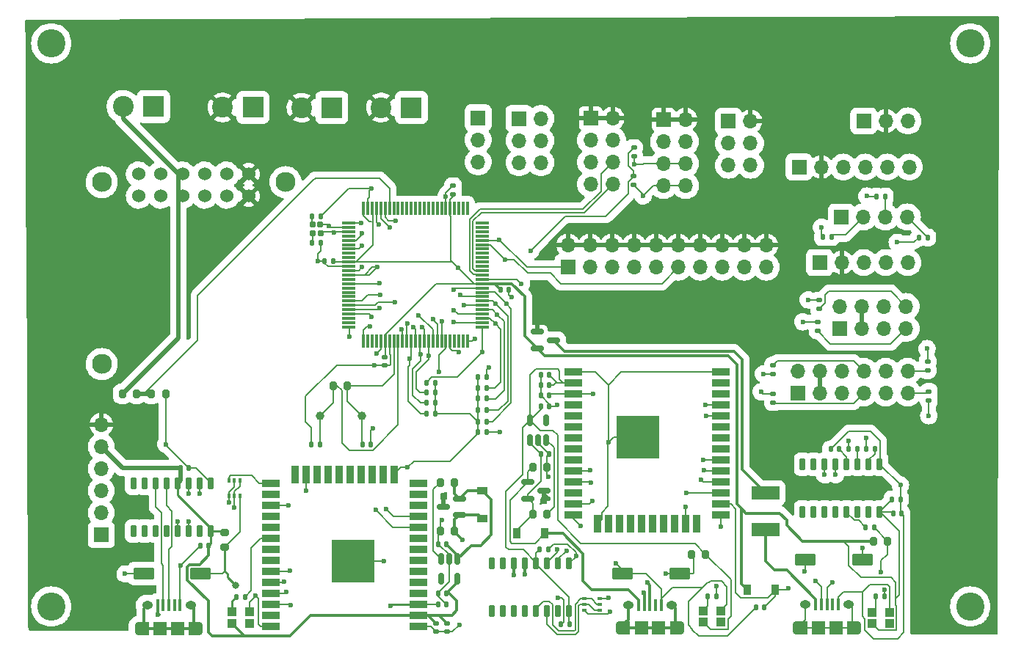
<source format=gbr>
%TF.GenerationSoftware,KiCad,Pcbnew,(6.0.0-0)*%
%TF.CreationDate,2022-09-06T13:07:17-04:00*%
%TF.ProjectId,Body_LED_Controller_Embedded_ESP32s,426f6479-5f4c-4454-945f-436f6e74726f,1.0*%
%TF.SameCoordinates,Original*%
%TF.FileFunction,Copper,L1,Top*%
%TF.FilePolarity,Positive*%
%FSLAX46Y46*%
G04 Gerber Fmt 4.6, Leading zero omitted, Abs format (unit mm)*
G04 Created by KiCad (PCBNEW (6.0.0-0)) date 2022-09-06 13:07:17*
%MOMM*%
%LPD*%
G01*
G04 APERTURE LIST*
G04 Aperture macros list*
%AMRoundRect*
0 Rectangle with rounded corners*
0 $1 Rounding radius*
0 $2 $3 $4 $5 $6 $7 $8 $9 X,Y pos of 4 corners*
0 Add a 4 corners polygon primitive as box body*
4,1,4,$2,$3,$4,$5,$6,$7,$8,$9,$2,$3,0*
0 Add four circle primitives for the rounded corners*
1,1,$1+$1,$2,$3*
1,1,$1+$1,$4,$5*
1,1,$1+$1,$6,$7*
1,1,$1+$1,$8,$9*
0 Add four rect primitives between the rounded corners*
20,1,$1+$1,$2,$3,$4,$5,0*
20,1,$1+$1,$4,$5,$6,$7,0*
20,1,$1+$1,$6,$7,$8,$9,0*
20,1,$1+$1,$8,$9,$2,$3,0*%
G04 Aperture macros list end*
%TA.AperFunction,SMDPad,CuDef*%
%ADD10R,1.000000X1.000000*%
%TD*%
%TA.AperFunction,SMDPad,CuDef*%
%ADD11RoundRect,0.101600X-0.215900X0.215900X-0.215900X-0.215900X0.215900X-0.215900X0.215900X0.215900X0*%
%TD*%
%TA.AperFunction,SMDPad,CuDef*%
%ADD12RoundRect,0.150000X-0.587500X-0.150000X0.587500X-0.150000X0.587500X0.150000X-0.587500X0.150000X0*%
%TD*%
%TA.AperFunction,SMDPad,CuDef*%
%ADD13RoundRect,0.150000X0.150000X-0.512500X0.150000X0.512500X-0.150000X0.512500X-0.150000X-0.512500X0*%
%TD*%
%TA.AperFunction,SMDPad,CuDef*%
%ADD14RoundRect,0.140000X-0.140000X-0.170000X0.140000X-0.170000X0.140000X0.170000X-0.140000X0.170000X0*%
%TD*%
%TA.AperFunction,SMDPad,CuDef*%
%ADD15RoundRect,0.135000X0.185000X-0.135000X0.185000X0.135000X-0.185000X0.135000X-0.185000X-0.135000X0*%
%TD*%
%TA.AperFunction,SMDPad,CuDef*%
%ADD16RoundRect,0.140000X0.140000X0.170000X-0.140000X0.170000X-0.140000X-0.170000X0.140000X-0.170000X0*%
%TD*%
%TA.AperFunction,ComponentPad*%
%ADD17R,1.700000X1.700000*%
%TD*%
%TA.AperFunction,ComponentPad*%
%ADD18O,1.700000X1.700000*%
%TD*%
%TA.AperFunction,SMDPad,CuDef*%
%ADD19RoundRect,0.135000X-0.185000X0.135000X-0.185000X-0.135000X0.185000X-0.135000X0.185000X0.135000X0*%
%TD*%
%TA.AperFunction,SMDPad,CuDef*%
%ADD20RoundRect,0.200000X-0.200000X-0.275000X0.200000X-0.275000X0.200000X0.275000X-0.200000X0.275000X0*%
%TD*%
%TA.AperFunction,SMDPad,CuDef*%
%ADD21R,0.400000X1.350000*%
%TD*%
%TA.AperFunction,SMDPad,CuDef*%
%ADD22R,1.200000X1.550000*%
%TD*%
%TA.AperFunction,ComponentPad*%
%ADD23O,0.890000X1.550000*%
%TD*%
%TA.AperFunction,ComponentPad*%
%ADD24O,1.250000X0.950000*%
%TD*%
%TA.AperFunction,SMDPad,CuDef*%
%ADD25R,1.500000X1.550000*%
%TD*%
%TA.AperFunction,SMDPad,CuDef*%
%ADD26R,0.914400X1.219200*%
%TD*%
%TA.AperFunction,SMDPad,CuDef*%
%ADD27RoundRect,0.135000X0.135000X0.185000X-0.135000X0.185000X-0.135000X-0.185000X0.135000X-0.185000X0*%
%TD*%
%TA.AperFunction,SMDPad,CuDef*%
%ADD28RoundRect,0.011200X-0.723800X-0.128800X0.723800X-0.128800X0.723800X0.128800X-0.723800X0.128800X0*%
%TD*%
%TA.AperFunction,SMDPad,CuDef*%
%ADD29RoundRect,0.011200X0.128800X-0.723800X0.128800X0.723800X-0.128800X0.723800X-0.128800X-0.723800X0*%
%TD*%
%TA.AperFunction,SMDPad,CuDef*%
%ADD30RoundRect,0.049600X-0.260400X0.605400X-0.260400X-0.605400X0.260400X-0.605400X0.260400X0.605400X0*%
%TD*%
%TA.AperFunction,SMDPad,CuDef*%
%ADD31RoundRect,0.135000X-0.135000X-0.185000X0.135000X-0.185000X0.135000X0.185000X-0.135000X0.185000X0*%
%TD*%
%TA.AperFunction,SMDPad,CuDef*%
%ADD32R,3.200000X1.500000*%
%TD*%
%TA.AperFunction,SMDPad,CuDef*%
%ADD33R,0.300000X0.500000*%
%TD*%
%TA.AperFunction,ComponentPad*%
%ADD34C,3.250000*%
%TD*%
%TA.AperFunction,ComponentPad*%
%ADD35C,1.007000*%
%TD*%
%TA.AperFunction,ComponentPad*%
%ADD36C,1.524000*%
%TD*%
%TA.AperFunction,ComponentPad*%
%ADD37C,2.300000*%
%TD*%
%TA.AperFunction,ComponentPad*%
%ADD38R,2.400000X2.400000*%
%TD*%
%TA.AperFunction,ComponentPad*%
%ADD39C,2.400000*%
%TD*%
%TA.AperFunction,SMDPad,CuDef*%
%ADD40RoundRect,0.150000X-0.150000X0.512500X-0.150000X-0.512500X0.150000X-0.512500X0.150000X0.512500X0*%
%TD*%
%TA.AperFunction,SMDPad,CuDef*%
%ADD41RoundRect,0.200000X0.200000X0.275000X-0.200000X0.275000X-0.200000X-0.275000X0.200000X-0.275000X0*%
%TD*%
%TA.AperFunction,SMDPad,CuDef*%
%ADD42R,2.000000X0.900000*%
%TD*%
%TA.AperFunction,SMDPad,CuDef*%
%ADD43R,0.900000X2.000000*%
%TD*%
%TA.AperFunction,SMDPad,CuDef*%
%ADD44R,5.000000X5.000000*%
%TD*%
%TA.AperFunction,SMDPad,CuDef*%
%ADD45RoundRect,0.083990X1.126010X0.556010X-1.126010X0.556010X-1.126010X-0.556010X1.126010X-0.556010X0*%
%TD*%
%TA.AperFunction,SMDPad,CuDef*%
%ADD46RoundRect,0.140000X-0.170000X0.140000X-0.170000X-0.140000X0.170000X-0.140000X0.170000X0.140000X0*%
%TD*%
%TA.AperFunction,SMDPad,CuDef*%
%ADD47R,0.500000X0.300000*%
%TD*%
%TA.AperFunction,SMDPad,CuDef*%
%ADD48RoundRect,0.083990X-1.126010X-0.556010X1.126010X-0.556010X1.126010X0.556010X-1.126010X0.556010X0*%
%TD*%
%TA.AperFunction,SMDPad,CuDef*%
%ADD49RoundRect,0.150000X0.587500X0.150000X-0.587500X0.150000X-0.587500X-0.150000X0.587500X-0.150000X0*%
%TD*%
%TA.AperFunction,SMDPad,CuDef*%
%ADD50RoundRect,0.140000X0.170000X-0.140000X0.170000X0.140000X-0.170000X0.140000X-0.170000X-0.140000X0*%
%TD*%
%TA.AperFunction,SMDPad,CuDef*%
%ADD51RoundRect,0.200000X-0.275000X0.200000X-0.275000X-0.200000X0.275000X-0.200000X0.275000X0.200000X0*%
%TD*%
%TA.AperFunction,SMDPad,CuDef*%
%ADD52R,1.219200X0.914400*%
%TD*%
%TA.AperFunction,ViaPad*%
%ADD53C,0.600000*%
%TD*%
%TA.AperFunction,ViaPad*%
%ADD54C,0.800000*%
%TD*%
%TA.AperFunction,Conductor*%
%ADD55C,0.200000*%
%TD*%
%TA.AperFunction,Conductor*%
%ADD56C,0.250000*%
%TD*%
%TA.AperFunction,Conductor*%
%ADD57C,0.300000*%
%TD*%
%TA.AperFunction,Conductor*%
%ADD58C,0.500000*%
%TD*%
G04 APERTURE END LIST*
D10*
%TO.P,L3,1,DO*%
%TO.N,unconnected-(L3-Pad1)*%
X175695000Y-117950000D03*
%TO.P,L3,2,VSS*%
%TO.N,GND*%
X175695000Y-116650000D03*
%TO.P,L3,3,DI*%
%TO.N,Net-(R26-Pad1)*%
X173665000Y-116650000D03*
%TO.P,L3,4,VDD*%
%TO.N,+5V_BL*%
X173665000Y-117950000D03*
%TD*%
%TO.P,L2,1,DO*%
%TO.N,unconnected-(L2-Pad1)*%
X156235000Y-117800000D03*
%TO.P,L2,2,VSS*%
%TO.N,GND*%
X156235000Y-116500000D03*
%TO.P,L2,3,DI*%
%TO.N,Net-(R27-Pad1)*%
X154205000Y-116500000D03*
%TO.P,L2,4,VDD*%
%TO.N,+3.3V_BC*%
X154205000Y-117800000D03*
%TD*%
%TO.P,L1,1,DO*%
%TO.N,unconnected-(L1-Pad1)*%
X101905000Y-117930000D03*
%TO.P,L1,2,VSS*%
%TO.N,GND*%
X101905000Y-116630000D03*
%TO.P,L1,3,DI*%
%TO.N,Net-(R28-Pad1)*%
X99875000Y-116630000D03*
%TO.P,L1,4,VDD*%
%TO.N,+3.3V_BS*%
X99875000Y-117930000D03*
%TD*%
D11*
%TO.P,D2,+*%
%TO.N,RXD0_BL*%
X110044500Y-72920000D03*
%TO.P,D2,-*%
%TO.N,Net-(D2-Pad-)*%
X109155500Y-72920000D03*
%TD*%
D12*
%TO.P,U8,1,1*%
%TO.N,VBUS_BC*%
X133992500Y-101653939D03*
%TO.P,U8,2,2*%
%TO.N,VIN_BC*%
X133992500Y-103553939D03*
%TO.P,U8,3,3*%
%TO.N,+5V*%
X135867500Y-102603939D03*
%TD*%
D13*
%TO.P,U7,1,VIN*%
%TO.N,VIN_BC*%
X134200000Y-96782608D03*
%TO.P,U7,2,VSS*%
%TO.N,GND*%
X135150000Y-96782608D03*
%TO.P,U7,3,CE*%
%TO.N,Net-(R22-Pad1)*%
X136100000Y-96782608D03*
%TO.P,U7,4,NC*%
%TO.N,unconnected-(U7-Pad4)*%
X136100000Y-94507608D03*
%TO.P,U7,5,VOUT*%
%TO.N,+3.3V_BC*%
X134200000Y-94507608D03*
%TD*%
D14*
%TO.P,C4,1*%
%TO.N,+5V_BL*%
X176100000Y-105270000D03*
%TO.P,C4,2*%
%TO.N,GND*%
X177060000Y-105270000D03*
%TD*%
D15*
%TO.P,R8,1*%
%TO.N,Net-(J5-Pad7)*%
X162270000Y-92450000D03*
%TO.P,R8,2*%
%TO.N,CS1_DATA*%
X162270000Y-91430000D03*
%TD*%
D16*
%TO.P,C2,1*%
%TO.N,XTAL1*%
X109970000Y-97320000D03*
%TO.P,C2,2*%
%TO.N,GND*%
X109010000Y-97320000D03*
%TD*%
%TO.P,C5,1*%
%TO.N,Net-(C5-Pad1)*%
X169890000Y-97850000D03*
%TO.P,C5,2*%
%TO.N,GND*%
X168930000Y-97850000D03*
%TD*%
%TO.P,C16,1*%
%TO.N,+3.3V_BC*%
X138760000Y-118080000D03*
%TO.P,C16,2*%
%TO.N,GND*%
X137800000Y-118080000D03*
%TD*%
D17*
%TO.P,J1,1,Pin_1*%
%TO.N,+5V*%
X141210000Y-59650000D03*
D18*
%TO.P,J1,2,Pin_2*%
X143750000Y-59650000D03*
%TO.P,J1,3,Pin_3*%
%TO.N,GND*%
X141210000Y-62190000D03*
%TO.P,J1,4,Pin_4*%
X143750000Y-62190000D03*
%TO.P,J1,5,Pin_5*%
%TO.N,RX1*%
X141210000Y-64730000D03*
%TO.P,J1,6,Pin_6*%
%TO.N,RX3*%
X143750000Y-64730000D03*
%TO.P,J1,7,Pin_7*%
%TO.N,TX1*%
X141210000Y-67270000D03*
%TO.P,J1,8,Pin_8*%
%TO.N,TX3*%
X143750000Y-67270000D03*
%TD*%
D19*
%TO.P,R7,1*%
%TO.N,MAINT_DATA*%
X167570000Y-80630000D03*
%TO.P,R7,2*%
%TO.N,Net-(J4-Pad8)*%
X167570000Y-81650000D03*
%TD*%
D16*
%TO.P,C23,1*%
%TO.N,+3.3V_BS*%
X97170000Y-108970000D03*
%TO.P,C23,2*%
%TO.N,GND*%
X96210000Y-108970000D03*
%TD*%
D14*
%TO.P,C22,1*%
%TO.N,+3.3V_BS*%
X93900000Y-100020000D03*
%TO.P,C22,2*%
%TO.N,GND*%
X94860000Y-100020000D03*
%TD*%
D20*
%TO.P,R1,1*%
%TO.N,XTAL1*%
X111515000Y-90530000D03*
%TO.P,R1,2*%
%TO.N,XTAL2*%
X113165000Y-90530000D03*
%TD*%
D19*
%TO.P,R9,1*%
%TO.N,Net-(J5-Pad11)*%
X180220000Y-91170000D03*
%TO.P,R9,2*%
%TO.N,CS2_DATA*%
X180220000Y-92190000D03*
%TD*%
D21*
%TO.P,J11,1,VBUS*%
%TO.N,VBUS_BC*%
X146745000Y-115810000D03*
%TO.P,J11,2,D-*%
%TO.N,D-_BC*%
X147395000Y-115810000D03*
%TO.P,J11,3,D+*%
%TO.N,D+_BC*%
X148045000Y-115810000D03*
%TO.P,J11,4,ID*%
%TO.N,unconnected-(J11-Pad4)*%
X148695000Y-115810000D03*
%TO.P,J11,5,GND*%
%TO.N,GND*%
X149345000Y-115810000D03*
D22*
%TO.P,J11,6,Shield*%
%TO.N,unconnected-(J11-Pad6)*%
X150945000Y-118510000D03*
D23*
X144545000Y-118510000D03*
D24*
X145545000Y-115810000D03*
D25*
X147045000Y-118510000D03*
D23*
X151545000Y-118510000D03*
D25*
X149045000Y-118510000D03*
D22*
X145145000Y-118510000D03*
D24*
X150545000Y-115810000D03*
%TD*%
D26*
%TO.P,CR1,A,A*%
%TO.N,RESET_BL*%
X162523300Y-114065000D03*
%TO.P,CR1,C,C*%
%TO.N,+5V_BL*%
X159246700Y-114065000D03*
%TD*%
D27*
%TO.P,R30,1*%
%TO.N,LIMIT2*%
X129210000Y-94640000D03*
%TO.P,R30,2*%
%TO.N,GND*%
X128190000Y-94640000D03*
%TD*%
D28*
%TO.P,U1,1,PG5*%
%TO.N,DP_CLOCK*%
X113345000Y-71735000D03*
%TO.P,U1,2,PE0*%
%TO.N,TXD0_BL*%
X113345000Y-72235000D03*
%TO.P,U1,3,PE1*%
%TO.N,RXD0_BL*%
X113345000Y-72735000D03*
%TO.P,U1,4,PE2*%
%TO.N,unconnected-(U1-Pad4)*%
X113345000Y-73235000D03*
%TO.P,U1,5,PE3*%
%TO.N,DP_LOAD*%
X113345000Y-73735000D03*
%TO.P,U1,6,PE4*%
%TO.N,unconnected-(U1-Pad6)*%
X113345000Y-74235000D03*
%TO.P,U1,7,PE5*%
%TO.N,DP_DATA_IN*%
X113345000Y-74735000D03*
%TO.P,U1,8,PE6*%
%TO.N,unconnected-(U1-Pad8)*%
X113345000Y-75235000D03*
%TO.P,U1,9,PE7*%
%TO.N,unconnected-(U1-Pad9)*%
X113345000Y-75735000D03*
%TO.P,U1,10,VCC*%
%TO.N,+5V_BL*%
X113345000Y-76235000D03*
%TO.P,U1,11,GND*%
%TO.N,GND*%
X113345000Y-76735000D03*
%TO.P,U1,12,PH0*%
%TO.N,RX_BL*%
X113345000Y-77235000D03*
%TO.P,U1,13,PH1*%
%TO.N,TX_BL*%
X113345000Y-77735000D03*
%TO.P,U1,14,PH2*%
%TO.N,unconnected-(U1-Pad14)*%
X113345000Y-78235000D03*
%TO.P,U1,15,PH3*%
%TO.N,ST_LED_D_BL*%
X113345000Y-78735000D03*
%TO.P,U1,16,PH4*%
%TO.N,unconnected-(U1-Pad16)*%
X113345000Y-79235000D03*
%TO.P,U1,17,PH5*%
%TO.N,unconnected-(U1-Pad17)*%
X113345000Y-79735000D03*
%TO.P,U1,18,PH6*%
%TO.N,unconnected-(U1-Pad18)*%
X113345000Y-80235000D03*
%TO.P,U1,19,PB0*%
%TO.N,GREEN_LED*%
X113345000Y-80735000D03*
%TO.P,U1,20,PB1*%
%TO.N,VU2_CLOCK*%
X113345000Y-81235000D03*
%TO.P,U1,21,PB2*%
%TO.N,YELLOW_LED*%
X113345000Y-81735000D03*
%TO.P,U1,22,PB3*%
%TO.N,VU2_DATA*%
X113345000Y-82235000D03*
%TO.P,U1,23,PB4*%
%TO.N,unconnected-(U1-Pad23)*%
X113345000Y-82735000D03*
%TO.P,U1,24,PB5*%
%TO.N,unconnected-(U1-Pad24)*%
X113345000Y-83235000D03*
%TO.P,U1,25,PB6*%
%TO.N,VU_STROBE*%
X113345000Y-83735000D03*
D29*
%TO.P,U1,26,PB7*%
%TO.N,VU_RESET*%
X115015000Y-85405000D03*
%TO.P,U1,27,PH7*%
%TO.N,unconnected-(U1-Pad27)*%
X115515000Y-85405000D03*
%TO.P,U1,28,PG3*%
%TO.N,unconnected-(U1-Pad28)*%
X116015000Y-85405000D03*
%TO.P,U1,29,PG4*%
%TO.N,unconnected-(U1-Pad29)*%
X116515000Y-85405000D03*
%TO.P,U1,30,RESET*%
%TO.N,RESET_BL*%
X117015000Y-85405000D03*
%TO.P,U1,31,VCC*%
%TO.N,+5V_BL*%
X117515000Y-85405000D03*
%TO.P,U1,32,GND*%
%TO.N,GND*%
X118015000Y-85405000D03*
%TO.P,U1,33,XTAL2*%
%TO.N,XTAL2*%
X118515000Y-85405000D03*
%TO.P,U1,34,XTAL1*%
%TO.N,XTAL1*%
X119015000Y-85405000D03*
%TO.P,U1,35,PL0*%
%TO.N,RED_LED*%
X119515000Y-85405000D03*
%TO.P,U1,36,PL1*%
%TO.N,VU1_CLOCK*%
X120015000Y-85405000D03*
%TO.P,U1,37,PL2*%
%TO.N,LIMIT10*%
X120515000Y-85405000D03*
%TO.P,U1,38,PL3*%
%TO.N,VU1_DATA*%
X121015000Y-85405000D03*
%TO.P,U1,39,PL4*%
%TO.N,LIMIT9*%
X121515000Y-85405000D03*
%TO.P,U1,40,PL5*%
%TO.N,CS2_CLOCK*%
X122015000Y-85405000D03*
%TO.P,U1,41,PL6*%
%TO.N,LIMIT8*%
X122515000Y-85405000D03*
%TO.P,U1,42,PL7*%
%TO.N,CS2_DATA*%
X123015000Y-85405000D03*
%TO.P,U1,43,PD0*%
%TO.N,SCL*%
X123515000Y-85405000D03*
%TO.P,U1,44,PD1*%
%TO.N,SDA*%
X124015000Y-85405000D03*
%TO.P,U1,45,PD2*%
%TO.N,RX1*%
X124515000Y-85405000D03*
%TO.P,U1,46,PD3*%
%TO.N,TX1*%
X125015000Y-85405000D03*
%TO.P,U1,47,PD4*%
%TO.N,unconnected-(U1-Pad47)*%
X125515000Y-85405000D03*
%TO.P,U1,48,PD5*%
%TO.N,unconnected-(U1-Pad48)*%
X126015000Y-85405000D03*
%TO.P,U1,49,PD6*%
%TO.N,unconnected-(U1-Pad49)*%
X126515000Y-85405000D03*
%TO.P,U1,50,PD7*%
%TO.N,CS1_DATA*%
X127015000Y-85405000D03*
D28*
%TO.P,U1,51,PG0*%
%TO.N,LIMIT7*%
X128685000Y-83735000D03*
%TO.P,U1,52,PG1*%
%TO.N,CS1_CLOCK*%
X128685000Y-83235000D03*
%TO.P,U1,53,PC0*%
%TO.N,LIMIT5*%
X128685000Y-82735000D03*
%TO.P,U1,54,PC1*%
%TO.N,LDP_CLOCK*%
X128685000Y-82235000D03*
%TO.P,U1,55,PC2*%
%TO.N,LIMIT4*%
X128685000Y-81735000D03*
%TO.P,U1,56,PC3*%
%TO.N,LDP_DATA*%
X128685000Y-81235000D03*
%TO.P,U1,57,PC4*%
%TO.N,LIMIT3*%
X128685000Y-80735000D03*
%TO.P,U1,58,PC5*%
%TO.N,MAINT_CLOCK*%
X128685000Y-80235000D03*
%TO.P,U1,59,PC6*%
%TO.N,LIMIT2*%
X128685000Y-79735000D03*
%TO.P,U1,60,PC7*%
%TO.N,MAINT_DATA*%
X128685000Y-79235000D03*
%TO.P,U1,61,VCC*%
%TO.N,+5V_BL*%
X128685000Y-78735000D03*
%TO.P,U1,62,GND*%
%TO.N,GND*%
X128685000Y-78235000D03*
%TO.P,U1,63,PJ0*%
%TO.N,RX3*%
X128685000Y-77735000D03*
%TO.P,U1,64,PJ1*%
%TO.N,TX3*%
X128685000Y-77235000D03*
%TO.P,U1,65,PJ2*%
%TO.N,unconnected-(U1-Pad65)*%
X128685000Y-76735000D03*
%TO.P,U1,66,PJ3*%
%TO.N,unconnected-(U1-Pad66)*%
X128685000Y-76235000D03*
%TO.P,U1,67,PJ4*%
%TO.N,unconnected-(U1-Pad67)*%
X128685000Y-75735000D03*
%TO.P,U1,68,PJ5*%
%TO.N,unconnected-(U1-Pad68)*%
X128685000Y-75235000D03*
%TO.P,U1,69,PJ6*%
%TO.N,unconnected-(U1-Pad69)*%
X128685000Y-74735000D03*
%TO.P,U1,70,PG2*%
%TO.N,LIMIT6*%
X128685000Y-74235000D03*
%TO.P,U1,71,PA7*%
%TO.N,LIMIT1*%
X128685000Y-73735000D03*
%TO.P,U1,72,PA6*%
%TO.N,unconnected-(U1-Pad72)*%
X128685000Y-73235000D03*
%TO.P,U1,73,PA5*%
%TO.N,unconnected-(U1-Pad73)*%
X128685000Y-72735000D03*
%TO.P,U1,74,PA4*%
%TO.N,unconnected-(U1-Pad74)*%
X128685000Y-72235000D03*
%TO.P,U1,75,PA3*%
%TO.N,unconnected-(U1-Pad75)*%
X128685000Y-71735000D03*
D29*
%TO.P,U1,76,PA2*%
%TO.N,unconnected-(U1-Pad76)*%
X127015000Y-70065000D03*
%TO.P,U1,77,PA1*%
%TO.N,unconnected-(U1-Pad77)*%
X126515000Y-70065000D03*
%TO.P,U1,78,PA0*%
%TO.N,unconnected-(U1-Pad78)*%
X126015000Y-70065000D03*
%TO.P,U1,79,PJ7*%
%TO.N,unconnected-(U1-Pad79)*%
X125515000Y-70065000D03*
%TO.P,U1,80,VCC*%
%TO.N,+5V_BL*%
X125015000Y-70065000D03*
%TO.P,U1,81,GND*%
%TO.N,GND*%
X124515000Y-70065000D03*
%TO.P,U1,82,PK7*%
%TO.N,unconnected-(U1-Pad82)*%
X124015000Y-70065000D03*
%TO.P,U1,83,PK6*%
%TO.N,unconnected-(U1-Pad83)*%
X123515000Y-70065000D03*
%TO.P,U1,84,PK5*%
%TO.N,unconnected-(U1-Pad84)*%
X123015000Y-70065000D03*
%TO.P,U1,85,PK4*%
%TO.N,unconnected-(U1-Pad85)*%
X122515000Y-70065000D03*
%TO.P,U1,86,PK3*%
%TO.N,unconnected-(U1-Pad86)*%
X122015000Y-70065000D03*
%TO.P,U1,87,PK2*%
%TO.N,unconnected-(U1-Pad87)*%
X121515000Y-70065000D03*
%TO.P,U1,88,PK1*%
%TO.N,unconnected-(U1-Pad88)*%
X121015000Y-70065000D03*
%TO.P,U1,89,PK0*%
%TO.N,unconnected-(U1-Pad89)*%
X120515000Y-70065000D03*
%TO.P,U1,90,PF7*%
%TO.N,unconnected-(U1-Pad90)*%
X120015000Y-70065000D03*
%TO.P,U1,91,PF6*%
%TO.N,unconnected-(U1-Pad91)*%
X119515000Y-70065000D03*
%TO.P,U1,92,PF5*%
%TO.N,unconnected-(U1-Pad92)*%
X119015000Y-70065000D03*
%TO.P,U1,93,PF4*%
%TO.N,unconnected-(U1-Pad93)*%
X118515000Y-70065000D03*
%TO.P,U1,94,PF3*%
%TO.N,BATTERY_LEVEL*%
X118015000Y-70065000D03*
%TO.P,U1,95,PF2*%
%TO.N,EXT_MIC*%
X117515000Y-70065000D03*
%TO.P,U1,96,PF1*%
%TO.N,SPECTRUM_LEFT*%
X117015000Y-70065000D03*
%TO.P,U1,97,PF0*%
%TO.N,SPECTRUM_RIGHT*%
X116515000Y-70065000D03*
%TO.P,U1,98,AREF*%
%TO.N,+5V_BL*%
X116015000Y-70065000D03*
%TO.P,U1,99,GND*%
%TO.N,GND*%
X115515000Y-70065000D03*
%TO.P,U1,100,AVCC*%
%TO.N,+5V_BL*%
X115015000Y-70065000D03*
%TD*%
D30*
%TO.P,U10,1,GND*%
%TO.N,GND*%
X97390000Y-101770000D03*
%TO.P,U10,2,TXD*%
%TO.N,RXD0_BS*%
X96120000Y-101770000D03*
%TO.P,U10,3,RXD*%
%TO.N,TXD0_BS*%
X94850000Y-101770000D03*
%TO.P,U10,4,V3*%
%TO.N,+3.3V_BS*%
X93580000Y-101770000D03*
%TO.P,U10,5,UD+*%
%TO.N,D+_BS*%
X92310000Y-101770000D03*
%TO.P,U10,6,UD-*%
%TO.N,D-_BS*%
X91040000Y-101770000D03*
%TO.P,U10,7,NC.*%
%TO.N,unconnected-(U10-Pad7)*%
X89770000Y-101770000D03*
%TO.P,U10,8,~{OUT}*%
%TO.N,unconnected-(U10-Pad8)*%
X88500000Y-101770000D03*
%TO.P,U10,9,~{CTS}*%
%TO.N,unconnected-(U10-Pad9)*%
X88500000Y-107270000D03*
%TO.P,U10,10,~{DSR}*%
%TO.N,unconnected-(U10-Pad10)*%
X89770000Y-107270000D03*
%TO.P,U10,11,~{RI}*%
%TO.N,unconnected-(U10-Pad11)*%
X91040000Y-107270000D03*
%TO.P,U10,12,~{DCD}*%
%TO.N,unconnected-(U10-Pad12)*%
X92310000Y-107270000D03*
%TO.P,U10,13,~{DTR}*%
%TO.N,DTR_BS*%
X93580000Y-107270000D03*
%TO.P,U10,14,~{RTS}*%
%TO.N,RTS_BS*%
X94850000Y-107270000D03*
%TO.P,U10,15,R232*%
%TO.N,unconnected-(U10-Pad15)*%
X96120000Y-107270000D03*
%TO.P,U10,16,VCC*%
%TO.N,+3.3V_BS*%
X97390000Y-107270000D03*
%TD*%
D16*
%TO.P,C17,1*%
%TO.N,GND*%
X136420000Y-98431385D03*
%TO.P,C17,2*%
%TO.N,VIN_BC*%
X135460000Y-98431385D03*
%TD*%
D21*
%TO.P,J10,1,VBUS*%
%TO.N,Net-(F1-Pad1)*%
X167190000Y-115800000D03*
%TO.P,J10,2,D-*%
%TO.N,D-_BL*%
X167840000Y-115800000D03*
%TO.P,J10,3,D+*%
%TO.N,D+_BL*%
X168490000Y-115800000D03*
%TO.P,J10,4,ID*%
%TO.N,unconnected-(J10-Pad4)*%
X169140000Y-115800000D03*
%TO.P,J10,5,GND*%
%TO.N,GND*%
X169790000Y-115800000D03*
D22*
%TO.P,J10,6,Shield*%
%TO.N,unconnected-(J10-Pad6)*%
X171390000Y-118500000D03*
D24*
X170990000Y-115800000D03*
D22*
X165590000Y-118500000D03*
D24*
X165990000Y-115800000D03*
D23*
X164990000Y-118500000D03*
D25*
X167490000Y-118500000D03*
X169490000Y-118500000D03*
D23*
X171990000Y-118500000D03*
%TD*%
D31*
%TO.P,R27,1*%
%TO.N,Net-(R27-Pad1)*%
X154740000Y-114860000D03*
%TO.P,R27,2*%
%TO.N,ST_LED_D_BC*%
X155760000Y-114860000D03*
%TD*%
D32*
%TO.P,F1,1,1*%
%TO.N,Net-(F1-Pad1)*%
X161378500Y-107088500D03*
%TO.P,F1,2,2*%
%TO.N,VBUS_BL*%
X161378500Y-102888500D03*
%TD*%
D33*
%TO.P,U11,1*%
%TO.N,RTS_BS*%
X100765000Y-101419200D03*
%TO.P,U11,2*%
%TO.N,DTR_BS*%
X100115000Y-101419200D03*
%TO.P,U11,3*%
%TO.N,GPIO0_BS*%
X99465000Y-101419200D03*
%TO.P,U11,4*%
%TO.N,DTR_BS*%
X99465000Y-103269200D03*
%TO.P,U11,5*%
%TO.N,RTS_BS*%
X100115000Y-103269200D03*
%TO.P,U11,6*%
%TO.N,RESET_BS*%
X100765000Y-103269200D03*
%TD*%
D34*
%TO.P,REF\u002A\u002A,1*%
%TO.N,N/C*%
X185000000Y-116000000D03*
%TD*%
D35*
%TO.P,Y1,1,1*%
%TO.N,XTAL2*%
X114850000Y-94020000D03*
%TO.P,Y1,2,2*%
%TO.N,XTAL1*%
X109970000Y-94020000D03*
%TD*%
D14*
%TO.P,C24,1*%
%TO.N,GND*%
X123636500Y-108788608D03*
%TO.P,C24,2*%
%TO.N,VIN_BS*%
X124596500Y-108788608D03*
%TD*%
D17*
%TO.P,J15,1,Pin_1*%
%TO.N,GND*%
X84770000Y-107720000D03*
D18*
%TO.P,J15,2,Pin_2*%
%TO.N,unconnected-(J15-Pad2)*%
X84770000Y-105180000D03*
%TO.P,J15,3,Pin_3*%
%TO.N,SCL_BS*%
X84770000Y-102640000D03*
%TO.P,J15,4,Pin_4*%
%TO.N,SDA_BS*%
X84770000Y-100100000D03*
%TO.P,J15,5,Pin_5*%
%TO.N,+3.3V_BS*%
X84770000Y-97560000D03*
%TO.P,J15,6,Pin_6*%
%TO.N,+5V*%
X84770000Y-95020000D03*
%TD*%
D17*
%TO.P,J14,1,Pin_1*%
%TO.N,GND*%
X128240000Y-59600000D03*
D18*
%TO.P,J14,2,Pin_2*%
%TO.N,RX_FU*%
X128240000Y-62140000D03*
%TO.P,J14,3,Pin_3*%
%TO.N,TX_FU*%
X128240000Y-64680000D03*
%TD*%
D27*
%TO.P,R2,1*%
%TO.N,Net-(R2-Pad1)*%
X172000000Y-97820000D03*
%TO.P,R2,2*%
%TO.N,TXD0_BL*%
X170980000Y-97820000D03*
%TD*%
D36*
%TO.P,U14,1,VOUT*%
%TO.N,+5V*%
X101765000Y-66085000D03*
%TO.P,U14,2,GND*%
%TO.N,GND*%
X99225000Y-66085000D03*
%TO.P,U14,3,GND*%
X96685000Y-66085000D03*
%TO.P,U14,4,VIN*%
%TO.N,+12V*%
X94145000Y-66085000D03*
%TO.P,U14,5,VRP*%
%TO.N,unconnected-(U14-Pad5)*%
X91605000Y-66085000D03*
%TO.P,U14,6,EN*%
%TO.N,unconnected-(U14-Pad6)*%
X89065000Y-66085000D03*
%TO.P,U14,7,PG*%
%TO.N,unconnected-(U14-Pad7)*%
X89065000Y-68625000D03*
%TO.P,U14,8,VRP*%
%TO.N,unconnected-(U14-Pad8)*%
X91605000Y-68625000D03*
%TO.P,U14,9,VIN*%
%TO.N,+12V*%
X94145000Y-68625000D03*
%TO.P,U14,10,GND*%
%TO.N,GND*%
X96685000Y-68625000D03*
%TO.P,U14,11,GND*%
X99225000Y-68625000D03*
%TO.P,U14,12,VOUT*%
%TO.N,+5V*%
X101765000Y-68625000D03*
D37*
%TO.P,U14,13*%
%TO.N,N/C*%
X106015000Y-67015000D03*
%TO.P,U14,14*%
X84815000Y-67015000D03*
%TO.P,U14,15*%
X84815000Y-88015000D03*
%TD*%
D27*
%TO.P,R3,1*%
%TO.N,Net-(R3-Pad1)*%
X174010000Y-97820000D03*
%TO.P,R3,2*%
%TO.N,RXD0_BL*%
X172990000Y-97820000D03*
%TD*%
D21*
%TO.P,J12,1,VBUS*%
%TO.N,VBUS_BS*%
X91265000Y-115850000D03*
%TO.P,J12,2,D-*%
%TO.N,D-_BS*%
X91915000Y-115850000D03*
%TO.P,J12,3,D+*%
%TO.N,D+_BS*%
X92565000Y-115850000D03*
%TO.P,J12,4,ID*%
%TO.N,unconnected-(J12-Pad4)*%
X93215000Y-115850000D03*
%TO.P,J12,5,GND*%
%TO.N,GND*%
X93865000Y-115850000D03*
D23*
%TO.P,J12,6,Shield*%
%TO.N,unconnected-(J12-Pad6)*%
X89065000Y-118550000D03*
D25*
X93565000Y-118550000D03*
D23*
X96065000Y-118550000D03*
D22*
X89665000Y-118550000D03*
D24*
X90065000Y-115850000D03*
D25*
X91565000Y-118550000D03*
D22*
X95465000Y-118550000D03*
D24*
X95065000Y-115850000D03*
%TD*%
D27*
%TO.P,R13,1*%
%TO.N,Net-(J6-Pad3)*%
X175190000Y-68670000D03*
%TO.P,R13,2*%
%TO.N,YELLOW_LED*%
X174170000Y-68670000D03*
%TD*%
D26*
%TO.P,CR2,A,A*%
%TO.N,VBUS_BC*%
X135949800Y-107555000D03*
%TO.P,CR2,C,C*%
%TO.N,VIN_BC*%
X132673200Y-107555000D03*
%TD*%
D14*
%TO.P,C15,1*%
%TO.N,+3.3V_BC*%
X135350000Y-109440000D03*
%TO.P,C15,2*%
%TO.N,GND*%
X136310000Y-109440000D03*
%TD*%
D38*
%TO.P,J19,1,Pin_1*%
%TO.N,GND*%
X120540000Y-58400000D03*
D39*
%TO.P,J19,2,Pin_2*%
%TO.N,+5V*%
X117040000Y-58400000D03*
%TD*%
D16*
%TO.P,C9,1*%
%TO.N,+5V_BL*%
X111510000Y-76130000D03*
%TO.P,C9,2*%
%TO.N,GND*%
X110550000Y-76130000D03*
%TD*%
D20*
%TO.P,R19,1*%
%TO.N,BATTERY_LEVEL*%
X90535000Y-91460000D03*
%TO.P,R19,2*%
%TO.N,GND*%
X92185000Y-91460000D03*
%TD*%
D15*
%TO.P,R6,1*%
%TO.N,Net-(J4-Pad7)*%
X167400000Y-84150000D03*
%TO.P,R6,2*%
%TO.N,LDP_DATA*%
X167400000Y-83130000D03*
%TD*%
D40*
%TO.P,U12,1,VIN*%
%TO.N,VIN_BS*%
X125856500Y-110507385D03*
%TO.P,U12,2,VSS*%
%TO.N,GND*%
X124906500Y-110507385D03*
%TO.P,U12,3,CE*%
%TO.N,Net-(R25-Pad1)*%
X123956500Y-110507385D03*
%TO.P,U12,4,NC*%
%TO.N,unconnected-(U12-Pad4)*%
X123956500Y-112782385D03*
%TO.P,U12,5,VOUT*%
%TO.N,+3.3V_BS*%
X125856500Y-112782385D03*
%TD*%
D41*
%TO.P,R20,1*%
%TO.N,+3.3V_BC*%
X154485000Y-109990000D03*
%TO.P,R20,2*%
%TO.N,RESET_BC*%
X152835000Y-109990000D03*
%TD*%
D38*
%TO.P,J16,1,Pin_1*%
%TO.N,GND*%
X90790000Y-58280000D03*
D39*
%TO.P,J16,2,Pin_2*%
%TO.N,+12V*%
X87290000Y-58280000D03*
%TD*%
D42*
%TO.P,U4,1,GND*%
%TO.N,GND*%
X139190000Y-88935000D03*
%TO.P,U4,2,3V3*%
%TO.N,+3.3V_BC*%
X139190000Y-90205000D03*
%TO.P,U4,3,EN*%
%TO.N,RESET_BC*%
X139190000Y-91475000D03*
%TO.P,U4,4,SENSOR_VP*%
%TO.N,unconnected-(U4-Pad4)*%
X139190000Y-92745000D03*
%TO.P,U4,5,SENSOR_VN*%
%TO.N,unconnected-(U4-Pad5)*%
X139190000Y-94015000D03*
%TO.P,U4,6,IO34*%
%TO.N,unconnected-(U4-Pad6)*%
X139190000Y-95285000D03*
%TO.P,U4,7,IO35*%
%TO.N,unconnected-(U4-Pad7)*%
X139190000Y-96555000D03*
%TO.P,U4,8,IO32*%
%TO.N,unconnected-(U4-Pad8)*%
X139190000Y-97825000D03*
%TO.P,U4,9,IO33*%
%TO.N,unconnected-(U4-Pad9)*%
X139190000Y-99095000D03*
%TO.P,U4,10,IO25*%
%TO.N,TX_BL*%
X139190000Y-100365000D03*
%TO.P,U4,11,IO26*%
%TO.N,RX_BL*%
X139190000Y-101635000D03*
%TO.P,U4,12,IO27*%
%TO.N,unconnected-(U4-Pad12)*%
X139190000Y-102905000D03*
%TO.P,U4,13,IO14*%
%TO.N,TX_ST*%
X139190000Y-104175000D03*
%TO.P,U4,14,IO12*%
%TO.N,RX_ST*%
X139190000Y-105445000D03*
D43*
%TO.P,U4,15,GND*%
%TO.N,GND*%
X141975000Y-106445000D03*
%TO.P,U4,16,IO13*%
%TO.N,unconnected-(U4-Pad16)*%
X143245000Y-106445000D03*
%TO.P,U4,17,SD2*%
%TO.N,unconnected-(U4-Pad17)*%
X144515000Y-106445000D03*
%TO.P,U4,18,SD3*%
%TO.N,unconnected-(U4-Pad18)*%
X145785000Y-106445000D03*
%TO.P,U4,19,CMD*%
%TO.N,unconnected-(U4-Pad19)*%
X147055000Y-106445000D03*
%TO.P,U4,20,CLK*%
%TO.N,unconnected-(U4-Pad20)*%
X148325000Y-106445000D03*
%TO.P,U4,21,SD0*%
%TO.N,unconnected-(U4-Pad21)*%
X149595000Y-106445000D03*
%TO.P,U4,22,SD1*%
%TO.N,unconnected-(U4-Pad22)*%
X150865000Y-106445000D03*
%TO.P,U4,23,IO15*%
%TO.N,TX_BS*%
X152135000Y-106445000D03*
%TO.P,U4,24,IO2*%
%TO.N,unconnected-(U4-Pad24)*%
X153405000Y-106445000D03*
D42*
%TO.P,U4,25,IO0*%
%TO.N,GPIO0_BC*%
X156190000Y-105445000D03*
%TO.P,U4,26,IO4*%
%TO.N,RESET_BL*%
X156190000Y-104175000D03*
%TO.P,U4,27,IO16*%
%TO.N,RX_BS*%
X156190000Y-102905000D03*
%TO.P,U4,28,IO17*%
%TO.N,RX_MP*%
X156190000Y-101635000D03*
%TO.P,U4,29,IO5*%
%TO.N,TX_MP*%
X156190000Y-100365000D03*
%TO.P,U4,30,IO18*%
%TO.N,ST_LED_D_BC*%
X156190000Y-99095000D03*
%TO.P,U4,31,IO19*%
%TO.N,unconnected-(U4-Pad31)*%
X156190000Y-97825000D03*
%TO.P,U4,32,NC*%
%TO.N,unconnected-(U4-Pad32)*%
X156190000Y-96555000D03*
%TO.P,U4,33,IO21*%
%TO.N,unconnected-(U4-Pad33)*%
X156190000Y-95285000D03*
%TO.P,U4,34,RXD0*%
%TO.N,TXD0_BC*%
X156190000Y-94015000D03*
%TO.P,U4,35,TXD0*%
%TO.N,RXD0_BC*%
X156190000Y-92745000D03*
%TO.P,U4,36,IO22*%
%TO.N,unconnected-(U4-Pad36)*%
X156190000Y-91475000D03*
%TO.P,U4,37,IO23*%
%TO.N,unconnected-(U4-Pad37)*%
X156190000Y-90205000D03*
%TO.P,U4,38,GND*%
%TO.N,GND*%
X156190000Y-88935000D03*
D44*
%TO.P,U4,39,GND*%
X146690000Y-96435000D03*
%TD*%
D31*
%TO.P,R35,1*%
%TO.N,LIMIT7*%
X122280000Y-90150000D03*
%TO.P,R35,2*%
%TO.N,GND*%
X123300000Y-90150000D03*
%TD*%
D30*
%TO.P,U2,1,GND*%
%TO.N,GND*%
X174560000Y-99580000D03*
%TO.P,U2,2,TXD*%
%TO.N,Net-(R3-Pad1)*%
X173290000Y-99580000D03*
%TO.P,U2,3,RXD*%
%TO.N,Net-(R2-Pad1)*%
X172020000Y-99580000D03*
%TO.P,U2,4,V3*%
%TO.N,Net-(C5-Pad1)*%
X170750000Y-99580000D03*
%TO.P,U2,5,UD+*%
%TO.N,D+_BL*%
X169480000Y-99580000D03*
%TO.P,U2,6,UD-*%
%TO.N,D-_BL*%
X168210000Y-99580000D03*
%TO.P,U2,7,NC.*%
%TO.N,unconnected-(U2-Pad7)*%
X166940000Y-99580000D03*
%TO.P,U2,8,~{OUT}*%
%TO.N,unconnected-(U2-Pad8)*%
X165670000Y-99580000D03*
%TO.P,U2,9,~{CTS}*%
%TO.N,unconnected-(U2-Pad9)*%
X165670000Y-105080000D03*
%TO.P,U2,10,~{DSR}*%
%TO.N,unconnected-(U2-Pad10)*%
X166940000Y-105080000D03*
%TO.P,U2,11,~{RI}*%
%TO.N,unconnected-(U2-Pad11)*%
X168210000Y-105080000D03*
%TO.P,U2,12,~{DCD}*%
%TO.N,unconnected-(U2-Pad12)*%
X169480000Y-105080000D03*
%TO.P,U2,13,~{DTR}*%
%TO.N,Net-(C6-Pad1)*%
X170750000Y-105080000D03*
%TO.P,U2,14,~{RTS}*%
%TO.N,unconnected-(U2-Pad14)*%
X172020000Y-105080000D03*
%TO.P,U2,15,R232*%
%TO.N,unconnected-(U2-Pad15)*%
X173290000Y-105080000D03*
%TO.P,U2,16,VCC*%
%TO.N,+5V_BL*%
X174560000Y-105080000D03*
%TD*%
D17*
%TO.P,J7,1,Pin_1*%
%TO.N,GND*%
X167630000Y-76298000D03*
D18*
%TO.P,J7,2,Pin_2*%
%TO.N,+5V*%
X170170000Y-76298000D03*
%TO.P,J7,3,Pin_3*%
%TO.N,DP_LOAD*%
X172710000Y-76298000D03*
%TO.P,J7,4,Pin_4*%
%TO.N,DP_CLOCK*%
X175250000Y-76298000D03*
%TO.P,J7,5,Pin_5*%
%TO.N,DP_DATA_IN*%
X177790000Y-76298000D03*
%TD*%
D14*
%TO.P,C1,1*%
%TO.N,XTAL2*%
X114880000Y-97290000D03*
%TO.P,C1,2*%
%TO.N,GND*%
X115840000Y-97290000D03*
%TD*%
D27*
%TO.P,R33,1*%
%TO.N,LIMIT5*%
X129210000Y-90810000D03*
%TO.P,R33,2*%
%TO.N,GND*%
X128190000Y-90810000D03*
%TD*%
D45*
%TO.P,SW3,1,1*%
%TO.N,GND*%
X89655000Y-112195000D03*
%TO.P,SW3,2,2*%
%TO.N,RESET_BS*%
X96235000Y-112195000D03*
%TD*%
D20*
%TO.P,R21,1*%
%TO.N,VBUS_BC*%
X134545000Y-99897662D03*
%TO.P,R21,2*%
%TO.N,GND*%
X136195000Y-99897662D03*
%TD*%
D14*
%TO.P,C6,1*%
%TO.N,Net-(C6-Pad1)*%
X172930000Y-106840000D03*
%TO.P,C6,2*%
%TO.N,RESET_BL*%
X173890000Y-106840000D03*
%TD*%
D12*
%TO.P,U3,1,1*%
%TO.N,+5V*%
X135042500Y-84290000D03*
%TO.P,U3,2,2*%
%TO.N,+5V_BL*%
X135042500Y-86190000D03*
%TO.P,U3,3,3*%
%TO.N,VBUS_BL*%
X136917500Y-85240000D03*
%TD*%
D27*
%TO.P,R29,1*%
%TO.N,LIMIT1*%
X129210000Y-95840000D03*
%TO.P,R29,2*%
%TO.N,GND*%
X128190000Y-95840000D03*
%TD*%
%TO.P,R16,1*%
%TO.N,GND*%
X110120000Y-74040000D03*
%TO.P,R16,2*%
%TO.N,Net-(D2-Pad-)*%
X109100000Y-74040000D03*
%TD*%
D14*
%TO.P,C18,1*%
%TO.N,+3.3V_BC*%
X135460000Y-92858831D03*
%TO.P,C18,2*%
%TO.N,GND*%
X136420000Y-92858831D03*
%TD*%
D38*
%TO.P,J17,1,Pin_1*%
%TO.N,GND*%
X102270000Y-58390000D03*
D39*
%TO.P,J17,2,Pin_2*%
%TO.N,+5V*%
X98770000Y-58390000D03*
%TD*%
D31*
%TO.P,R38,1*%
%TO.N,LIMIT10*%
X122280000Y-93720000D03*
%TO.P,R38,2*%
%TO.N,GND*%
X123300000Y-93720000D03*
%TD*%
D19*
%TO.P,R5,1*%
%TO.N,+5V_BL*%
X146210000Y-63040000D03*
%TO.P,R5,2*%
%TO.N,SCL*%
X146210000Y-64060000D03*
%TD*%
D27*
%TO.P,R32,1*%
%TO.N,LIMIT4*%
X129210000Y-91980000D03*
%TO.P,R32,2*%
%TO.N,GND*%
X128190000Y-91980000D03*
%TD*%
D16*
%TO.P,C25,1*%
%TO.N,+3.3V_BS*%
X124596500Y-114501162D03*
%TO.P,C25,2*%
%TO.N,GND*%
X123636500Y-114501162D03*
%TD*%
D31*
%TO.P,R36,1*%
%TO.N,LIMIT8*%
X122280000Y-91290000D03*
%TO.P,R36,2*%
%TO.N,GND*%
X123300000Y-91290000D03*
%TD*%
D20*
%TO.P,R17,1*%
%TO.N,+5V_BL*%
X173815000Y-108440000D03*
%TO.P,R17,2*%
%TO.N,RESET_BL*%
X175465000Y-108440000D03*
%TD*%
D11*
%TO.P,D1,+*%
%TO.N,TXD0_BL*%
X110024500Y-71930000D03*
%TO.P,D1,-*%
%TO.N,Net-(D1-Pad-)*%
X109135500Y-71930000D03*
%TD*%
D17*
%TO.P,J2,1,Pin_1*%
%TO.N,+5V*%
X149620000Y-59790000D03*
D18*
%TO.P,J2,2,Pin_2*%
X152160000Y-59790000D03*
%TO.P,J2,3,Pin_3*%
%TO.N,GND*%
X149620000Y-62330000D03*
%TO.P,J2,4,Pin_4*%
X152160000Y-62330000D03*
%TO.P,J2,5,Pin_5*%
%TO.N,SCL*%
X149620000Y-64870000D03*
%TO.P,J2,6,Pin_6*%
X152160000Y-64870000D03*
%TO.P,J2,7,Pin_7*%
%TO.N,SDA*%
X149620000Y-67410000D03*
%TO.P,J2,8,Pin_8*%
X152160000Y-67410000D03*
%TD*%
D15*
%TO.P,R10,1*%
%TO.N,VU1_DATA*%
X162250000Y-89170000D03*
%TO.P,R10,2*%
%TO.N,Net-(J5-Pad8)*%
X162250000Y-88150000D03*
%TD*%
D17*
%TO.P,J5,1,Pin_1*%
%TO.N,GND*%
X165080000Y-91374000D03*
D18*
%TO.P,J5,2,Pin_2*%
X165080000Y-88834000D03*
%TO.P,J5,3,Pin_3*%
%TO.N,+5V*%
X167620000Y-91374000D03*
%TO.P,J5,4,Pin_4*%
X167620000Y-88834000D03*
%TO.P,J5,5,Pin_5*%
%TO.N,CS1_CLOCK*%
X170160000Y-91374000D03*
%TO.P,J5,6,Pin_6*%
%TO.N,VU1_CLOCK*%
X170160000Y-88834000D03*
%TO.P,J5,7,Pin_7*%
%TO.N,Net-(J5-Pad7)*%
X172700000Y-91374000D03*
%TO.P,J5,8,Pin_8*%
%TO.N,Net-(J5-Pad8)*%
X172700000Y-88834000D03*
%TO.P,J5,9,Pin_9*%
%TO.N,CS2_CLOCK*%
X175240000Y-91374000D03*
%TO.P,J5,10,Pin_10*%
%TO.N,VU2_CLOCK*%
X175240000Y-88834000D03*
%TO.P,J5,11,Pin_11*%
%TO.N,Net-(J5-Pad11)*%
X177780000Y-91374000D03*
%TO.P,J5,12,Pin_12*%
%TO.N,Net-(J5-Pad12)*%
X177780000Y-88834000D03*
%TD*%
D17*
%TO.P,J6,1,Pin_1*%
%TO.N,GND*%
X170130000Y-71040000D03*
D18*
%TO.P,J6,2,Pin_2*%
%TO.N,Net-(J6-Pad2)*%
X172670000Y-71040000D03*
%TO.P,J6,3,Pin_3*%
%TO.N,Net-(J6-Pad3)*%
X175210000Y-71040000D03*
%TO.P,J6,4,Pin_4*%
%TO.N,Net-(J6-Pad4)*%
X177750000Y-71040000D03*
%TD*%
D46*
%TO.P,C19,1*%
%TO.N,+3.3V_BS*%
X124676284Y-117936500D03*
%TO.P,C19,2*%
%TO.N,GND*%
X124676284Y-118896500D03*
%TD*%
D34*
%TO.P,REF\u002A\u002A,1*%
%TO.N,N/C*%
X185000000Y-51000000D03*
%TD*%
%TO.P,REF\u002A\u002A,1*%
%TO.N,N/C*%
X79000000Y-116000000D03*
%TD*%
%TO.P,REF\u002A\u002A,1*%
%TO.N,N/C*%
X79000000Y-51000000D03*
%TD*%
D20*
%TO.P,R25,1*%
%TO.N,Net-(R25-Pad1)*%
X123861500Y-101699777D03*
%TO.P,R25,2*%
%TO.N,VIN_BS*%
X125511500Y-101699777D03*
%TD*%
D27*
%TO.P,R34,1*%
%TO.N,LIMIT6*%
X129210000Y-89540000D03*
%TO.P,R34,2*%
%TO.N,GND*%
X128190000Y-89540000D03*
%TD*%
D47*
%TO.P,U6,1*%
%TO.N,RTS_BC*%
X142290800Y-116395800D03*
%TO.P,U6,2*%
%TO.N,DTR_BC*%
X142290800Y-115745800D03*
%TO.P,U6,3*%
%TO.N,GPIO0_BC*%
X142290800Y-115095800D03*
%TO.P,U6,4*%
%TO.N,DTR_BC*%
X140440800Y-115095800D03*
%TO.P,U6,5*%
%TO.N,RTS_BC*%
X140440800Y-115745800D03*
%TO.P,U6,6*%
%TO.N,RESET_BC*%
X140440800Y-116395800D03*
%TD*%
D17*
%TO.P,J9,1,Pin_1*%
%TO.N,GND*%
X172720000Y-59950000D03*
D18*
%TO.P,J9,2,Pin_2*%
%TO.N,+5V*%
X175260000Y-59950000D03*
%TO.P,J9,3,Pin_3*%
%TO.N,EXT_MIC*%
X177800000Y-59950000D03*
%TD*%
D48*
%TO.P,SW1,1,1*%
%TO.N,GND*%
X172545000Y-110575000D03*
%TO.P,SW1,2,2*%
%TO.N,RESET_BL*%
X165965000Y-110575000D03*
%TD*%
D27*
%TO.P,R15,1*%
%TO.N,GND*%
X110120000Y-70960000D03*
%TO.P,R15,2*%
%TO.N,Net-(D1-Pad-)*%
X109100000Y-70960000D03*
%TD*%
D17*
%TO.P,J4,1,Pin_1*%
%TO.N,GND*%
X169980000Y-83906000D03*
D18*
%TO.P,J4,2,Pin_2*%
X169980000Y-81366000D03*
%TO.P,J4,3,Pin_3*%
%TO.N,+5V*%
X172520000Y-83906000D03*
%TO.P,J4,4,Pin_4*%
X172520000Y-81366000D03*
%TO.P,J4,5,Pin_5*%
%TO.N,LDP_CLOCK*%
X175060000Y-83906000D03*
%TO.P,J4,6,Pin_6*%
%TO.N,MAINT_CLOCK*%
X175060000Y-81366000D03*
%TO.P,J4,7,Pin_7*%
%TO.N,Net-(J4-Pad7)*%
X177600000Y-83906000D03*
%TO.P,J4,8,Pin_8*%
%TO.N,Net-(J4-Pad8)*%
X177600000Y-81366000D03*
%TD*%
D16*
%TO.P,C14,1*%
%TO.N,RESET_BC*%
X136420000Y-91662554D03*
%TO.P,C14,2*%
%TO.N,GND*%
X135460000Y-91662554D03*
%TD*%
D49*
%TO.P,U13,1,1*%
%TO.N,VBUS_BS*%
X126064000Y-105426054D03*
%TO.P,U13,2,2*%
%TO.N,VIN_BS*%
X126064000Y-103526054D03*
%TO.P,U13,3,3*%
%TO.N,+5V*%
X124189000Y-104476054D03*
%TD*%
D27*
%TO.P,R12,1*%
%TO.N,Net-(J6-Pad2)*%
X168980000Y-73370000D03*
%TO.P,R12,2*%
%TO.N,GREEN_LED*%
X167960000Y-73370000D03*
%TD*%
%TO.P,R14,1*%
%TO.N,Net-(J6-Pad4)*%
X180090000Y-73410000D03*
%TO.P,R14,2*%
%TO.N,RED_LED*%
X179070000Y-73410000D03*
%TD*%
D14*
%TO.P,C3,1*%
%TO.N,+5V_BL*%
X175990000Y-103620000D03*
%TO.P,C3,2*%
%TO.N,GND*%
X176950000Y-103620000D03*
%TD*%
D41*
%TO.P,R24,1*%
%TO.N,VBUS_BS*%
X125511500Y-107252331D03*
%TO.P,R24,2*%
%TO.N,GND*%
X123861500Y-107252331D03*
%TD*%
D20*
%TO.P,R18,1*%
%TO.N,+12V*%
X87205000Y-91440000D03*
%TO.P,R18,2*%
%TO.N,BATTERY_LEVEL*%
X88855000Y-91440000D03*
%TD*%
D14*
%TO.P,C21,1*%
%TO.N,RESET_BS*%
X123636500Y-115767439D03*
%TO.P,C21,2*%
%TO.N,GND*%
X124596500Y-115767439D03*
%TD*%
D19*
%TO.P,R4,1*%
%TO.N,+5V_BL*%
X146190000Y-66340000D03*
%TO.P,R4,2*%
%TO.N,SDA*%
X146190000Y-67360000D03*
%TD*%
D17*
%TO.P,J20,1,Pin_1*%
%TO.N,VU2_DATA*%
X157110000Y-59990000D03*
D18*
%TO.P,J20,2,Pin_2*%
%TO.N,+5V*%
X159650000Y-59990000D03*
%TO.P,J20,3,Pin_3*%
%TO.N,VU2_CLOCK*%
X157110000Y-62530000D03*
%TO.P,J20,4,Pin_4*%
%TO.N,YELLOW_LED*%
X159650000Y-62530000D03*
%TO.P,J20,5,Pin_5*%
%TO.N,RESET_BL*%
X157110000Y-65070000D03*
%TO.P,J20,6,Pin_6*%
%TO.N,GND*%
X159650000Y-65070000D03*
%TD*%
D50*
%TO.P,C11,1*%
%TO.N,+5V_BL*%
X125340000Y-68390000D03*
%TO.P,C11,2*%
%TO.N,GND*%
X125340000Y-67430000D03*
%TD*%
D14*
%TO.P,C8,1*%
%TO.N,+5V_BL*%
X130830000Y-79400000D03*
%TO.P,C8,2*%
%TO.N,GND*%
X131790000Y-79400000D03*
%TD*%
D19*
%TO.P,R11,1*%
%TO.N,VU2_DATA*%
X180090000Y-87760000D03*
%TO.P,R11,2*%
%TO.N,Net-(J5-Pad12)*%
X180090000Y-88780000D03*
%TD*%
D17*
%TO.P,J13,1,Pin_1*%
%TO.N,GND*%
X132950000Y-59680000D03*
D18*
%TO.P,J13,2,Pin_2*%
X135490000Y-59680000D03*
%TO.P,J13,3,Pin_3*%
%TO.N,RX_MP*%
X132950000Y-62220000D03*
%TO.P,J13,4,Pin_4*%
%TO.N,RX_ST*%
X135490000Y-62220000D03*
%TO.P,J13,5,Pin_5*%
%TO.N,TX_MP*%
X132950000Y-64760000D03*
%TO.P,J13,6,Pin_6*%
%TO.N,TX_ST*%
X135490000Y-64760000D03*
%TD*%
D16*
%TO.P,C12,1*%
%TO.N,+3.3V_BC*%
X136420000Y-90466277D03*
%TO.P,C12,2*%
%TO.N,GND*%
X135460000Y-90466277D03*
%TD*%
D38*
%TO.P,J18,1,Pin_1*%
%TO.N,GND*%
X111360000Y-58420000D03*
D39*
%TO.P,J18,2,Pin_2*%
%TO.N,+5V*%
X107860000Y-58420000D03*
%TD*%
D17*
%TO.P,J3,1,Pin_1*%
%TO.N,LIMIT1*%
X138610000Y-76840000D03*
D18*
%TO.P,J3,2,Pin_2*%
%TO.N,+5V*%
X138610000Y-74300000D03*
%TO.P,J3,3,Pin_3*%
%TO.N,LIMIT2*%
X141150000Y-76840000D03*
%TO.P,J3,4,Pin_4*%
%TO.N,+5V*%
X141150000Y-74300000D03*
%TO.P,J3,5,Pin_5*%
%TO.N,LIMIT3*%
X143690000Y-76840000D03*
%TO.P,J3,6,Pin_6*%
%TO.N,+5V*%
X143690000Y-74300000D03*
%TO.P,J3,7,Pin_7*%
%TO.N,LIMIT4*%
X146230000Y-76840000D03*
%TO.P,J3,8,Pin_8*%
%TO.N,+5V*%
X146230000Y-74300000D03*
%TO.P,J3,9,Pin_9*%
%TO.N,LIMIT5*%
X148770000Y-76840000D03*
%TO.P,J3,10,Pin_10*%
%TO.N,+5V*%
X148770000Y-74300000D03*
%TO.P,J3,11,Pin_11*%
%TO.N,LIMIT6*%
X151310000Y-76840000D03*
%TO.P,J3,12,Pin_12*%
%TO.N,+5V*%
X151310000Y-74300000D03*
%TO.P,J3,13,Pin_13*%
%TO.N,LIMIT7*%
X153850000Y-76840000D03*
%TO.P,J3,14,Pin_14*%
%TO.N,+5V*%
X153850000Y-74300000D03*
%TO.P,J3,15,Pin_15*%
%TO.N,LIMIT8*%
X156390000Y-76840000D03*
%TO.P,J3,16,Pin_16*%
%TO.N,+5V*%
X156390000Y-74300000D03*
%TO.P,J3,17,Pin_17*%
%TO.N,LIMIT9*%
X158930000Y-76840000D03*
%TO.P,J3,18,Pin_18*%
%TO.N,+5V*%
X158930000Y-74300000D03*
%TO.P,J3,19,Pin_19*%
%TO.N,LIMIT10*%
X161470000Y-76840000D03*
%TO.P,J3,20,Pin_20*%
%TO.N,+5V*%
X161470000Y-74300000D03*
%TD*%
D41*
%TO.P,R22,1*%
%TO.N,Net-(R22-Pad1)*%
X136195000Y-105310216D03*
%TO.P,R22,2*%
%TO.N,VIN_BC*%
X134545000Y-105310216D03*
%TD*%
D16*
%TO.P,C13,1*%
%TO.N,+3.3V_BC*%
X136420000Y-89270000D03*
%TO.P,C13,2*%
%TO.N,GND*%
X135460000Y-89270000D03*
%TD*%
D31*
%TO.P,R37,1*%
%TO.N,LIMIT9*%
X122280000Y-92500000D03*
%TO.P,R37,2*%
%TO.N,GND*%
X123300000Y-92500000D03*
%TD*%
D42*
%TO.P,U9,1,GND*%
%TO.N,GND*%
X121310000Y-118265000D03*
%TO.P,U9,2,3V3*%
%TO.N,+3.3V_BS*%
X121310000Y-116995000D03*
%TO.P,U9,3,EN*%
%TO.N,RESET_BS*%
X121310000Y-115725000D03*
%TO.P,U9,4,SENSOR_VP*%
%TO.N,unconnected-(U9-Pad4)*%
X121310000Y-114455000D03*
%TO.P,U9,5,SENSOR_VN*%
%TO.N,unconnected-(U9-Pad5)*%
X121310000Y-113185000D03*
%TO.P,U9,6,IO34*%
%TO.N,unconnected-(U9-Pad6)*%
X121310000Y-111915000D03*
%TO.P,U9,7,IO35*%
%TO.N,unconnected-(U9-Pad7)*%
X121310000Y-110645000D03*
%TO.P,U9,8,IO32*%
%TO.N,unconnected-(U9-Pad8)*%
X121310000Y-109375000D03*
%TO.P,U9,9,IO33*%
%TO.N,unconnected-(U9-Pad9)*%
X121310000Y-108105000D03*
%TO.P,U9,10,IO25*%
%TO.N,RX_FU*%
X121310000Y-106835000D03*
%TO.P,U9,11,IO26*%
%TO.N,TX_FU*%
X121310000Y-105565000D03*
%TO.P,U9,12,IO27*%
%TO.N,unconnected-(U9-Pad12)*%
X121310000Y-104295000D03*
%TO.P,U9,13,IO14*%
%TO.N,unconnected-(U9-Pad13)*%
X121310000Y-103025000D03*
%TO.P,U9,14,IO12*%
%TO.N,unconnected-(U9-Pad14)*%
X121310000Y-101755000D03*
D43*
%TO.P,U9,15,GND*%
%TO.N,GND*%
X118525000Y-100755000D03*
%TO.P,U9,16,IO13*%
%TO.N,unconnected-(U9-Pad16)*%
X117255000Y-100755000D03*
%TO.P,U9,17,SD2*%
%TO.N,unconnected-(U9-Pad17)*%
X115985000Y-100755000D03*
%TO.P,U9,18,SD3*%
%TO.N,unconnected-(U9-Pad18)*%
X114715000Y-100755000D03*
%TO.P,U9,19,CMD*%
%TO.N,unconnected-(U9-Pad19)*%
X113445000Y-100755000D03*
%TO.P,U9,20,CLK*%
%TO.N,unconnected-(U9-Pad20)*%
X112175000Y-100755000D03*
%TO.P,U9,21,SD0*%
%TO.N,unconnected-(U9-Pad21)*%
X110905000Y-100755000D03*
%TO.P,U9,22,SD1*%
%TO.N,unconnected-(U9-Pad22)*%
X109635000Y-100755000D03*
%TO.P,U9,23,IO15*%
%TO.N,RX_BS*%
X108365000Y-100755000D03*
%TO.P,U9,24,IO2*%
%TO.N,unconnected-(U9-Pad24)*%
X107095000Y-100755000D03*
D42*
%TO.P,U9,25,IO0*%
%TO.N,GPIO0_BS*%
X104310000Y-101755000D03*
%TO.P,U9,26,IO4*%
%TO.N,unconnected-(U9-Pad26)*%
X104310000Y-103025000D03*
%TO.P,U9,27,IO16*%
%TO.N,TX_BS*%
X104310000Y-104295000D03*
%TO.P,U9,28,IO17*%
%TO.N,unconnected-(U9-Pad28)*%
X104310000Y-105565000D03*
%TO.P,U9,29,IO5*%
%TO.N,unconnected-(U9-Pad29)*%
X104310000Y-106835000D03*
%TO.P,U9,30,IO18*%
%TO.N,ST_LED_D_BS*%
X104310000Y-108105000D03*
%TO.P,U9,31,IO19*%
%TO.N,unconnected-(U9-Pad31)*%
X104310000Y-109375000D03*
%TO.P,U9,32,NC*%
%TO.N,unconnected-(U9-Pad32)*%
X104310000Y-110645000D03*
%TO.P,U9,33,IO21*%
%TO.N,SDA_BS*%
X104310000Y-111915000D03*
%TO.P,U9,34,RXD0*%
%TO.N,TXD0_BS*%
X104310000Y-113185000D03*
%TO.P,U9,35,TXD0*%
%TO.N,RXD0_BS*%
X104310000Y-114455000D03*
%TO.P,U9,36,IO22*%
%TO.N,SCL_BS*%
X104310000Y-115725000D03*
%TO.P,U9,37,IO23*%
%TO.N,unconnected-(U9-Pad37)*%
X104310000Y-116995000D03*
%TO.P,U9,38,GND*%
%TO.N,GND*%
X104310000Y-118265000D03*
D44*
%TO.P,U9,39,GND*%
X113810000Y-110765000D03*
%TD*%
D46*
%TO.P,C20,1*%
%TO.N,+3.3V_BS*%
X123410000Y-117936500D03*
%TO.P,C20,2*%
%TO.N,GND*%
X123410000Y-118896500D03*
%TD*%
D16*
%TO.P,C7,1*%
%TO.N,RESET_BL*%
X161240000Y-116110000D03*
%TO.P,C7,2*%
%TO.N,GND*%
X160280000Y-116110000D03*
%TD*%
D17*
%TO.P,J8,1,Pin_1*%
%TO.N,GND*%
X165260000Y-65272000D03*
D18*
%TO.P,J8,2,Pin_2*%
%TO.N,+5V*%
X167800000Y-65272000D03*
%TO.P,J8,3,Pin_3*%
%TO.N,VU_STROBE*%
X170340000Y-65272000D03*
%TO.P,J8,4,Pin_4*%
%TO.N,VU_RESET*%
X172880000Y-65272000D03*
%TO.P,J8,5,Pin_5*%
%TO.N,SPECTRUM_LEFT*%
X175420000Y-65272000D03*
%TO.P,J8,6,Pin_6*%
%TO.N,SPECTRUM_RIGHT*%
X177960000Y-65272000D03*
%TD*%
D30*
%TO.P,U5,1,GND*%
%TO.N,GND*%
X138725000Y-111010000D03*
%TO.P,U5,2,TXD*%
%TO.N,RXD0_BC*%
X137455000Y-111010000D03*
%TO.P,U5,3,RXD*%
%TO.N,TXD0_BC*%
X136185000Y-111010000D03*
%TO.P,U5,4,V3*%
%TO.N,+3.3V_BC*%
X134915000Y-111010000D03*
%TO.P,U5,5,UD+*%
%TO.N,D+_BC*%
X133645000Y-111010000D03*
%TO.P,U5,6,UD-*%
%TO.N,D-_BC*%
X132375000Y-111010000D03*
%TO.P,U5,7,NC.*%
%TO.N,unconnected-(U5-Pad7)*%
X131105000Y-111010000D03*
%TO.P,U5,8,~{OUT}*%
%TO.N,unconnected-(U5-Pad8)*%
X129835000Y-111010000D03*
%TO.P,U5,9,~{CTS}*%
%TO.N,unconnected-(U5-Pad9)*%
X129835000Y-116510000D03*
%TO.P,U5,10,~{DSR}*%
%TO.N,unconnected-(U5-Pad10)*%
X131105000Y-116510000D03*
%TO.P,U5,11,~{RI}*%
%TO.N,unconnected-(U5-Pad11)*%
X132375000Y-116510000D03*
%TO.P,U5,12,~{DCD}*%
%TO.N,unconnected-(U5-Pad12)*%
X133645000Y-116510000D03*
%TO.P,U5,13,~{DTR}*%
%TO.N,DTR_BC*%
X134915000Y-116510000D03*
%TO.P,U5,14,~{RTS}*%
%TO.N,RTS_BC*%
X136185000Y-116510000D03*
%TO.P,U5,15,R232*%
%TO.N,unconnected-(U5-Pad15)*%
X137455000Y-116510000D03*
%TO.P,U5,16,VCC*%
%TO.N,+3.3V_BC*%
X138725000Y-116510000D03*
%TD*%
D46*
%TO.P,C10,1*%
%TO.N,+5V_BL*%
X117420000Y-87220000D03*
%TO.P,C10,2*%
%TO.N,GND*%
X117420000Y-88180000D03*
%TD*%
D51*
%TO.P,R23,1*%
%TO.N,+3.3V_BS*%
X99030000Y-107495000D03*
%TO.P,R23,2*%
%TO.N,RESET_BS*%
X99030000Y-109145000D03*
%TD*%
D31*
%TO.P,R28,1*%
%TO.N,Net-(R28-Pad1)*%
X100330000Y-114890000D03*
%TO.P,R28,2*%
%TO.N,ST_LED_D_BS*%
X101350000Y-114890000D03*
%TD*%
D45*
%TO.P,SW2,1,1*%
%TO.N,GND*%
X144905000Y-112225000D03*
%TO.P,SW2,2,2*%
%TO.N,RESET_BC*%
X151485000Y-112225000D03*
%TD*%
D27*
%TO.P,R31,1*%
%TO.N,LIMIT3*%
X129210000Y-93340000D03*
%TO.P,R31,2*%
%TO.N,GND*%
X128190000Y-93340000D03*
%TD*%
D52*
%TO.P,CR3,A,A*%
%TO.N,VBUS_BS*%
X128735000Y-105873300D03*
%TO.P,CR3,C,C*%
%TO.N,VIN_BS*%
X128735000Y-102596700D03*
%TD*%
D31*
%TO.P,R26,1*%
%TO.N,Net-(R26-Pad1)*%
X174100000Y-114810000D03*
%TO.P,R26,2*%
%TO.N,ST_LED_D_BL*%
X175120000Y-114810000D03*
%TD*%
D53*
%TO.N,GND*%
X124520000Y-68690000D03*
X133210000Y-78750000D03*
X144120000Y-111000000D03*
X92185000Y-97265000D03*
X172530000Y-109270000D03*
X132060000Y-80300000D03*
X109780000Y-76130000D03*
X117375000Y-110765000D03*
X176950000Y-101970000D03*
X116250000Y-88120000D03*
X136310000Y-101040000D03*
X126050000Y-118090000D03*
X143270000Y-97030000D03*
X102550000Y-114750000D03*
X139520000Y-110130000D03*
X116130000Y-95430000D03*
X137470000Y-115010000D03*
X87520000Y-112240000D03*
X115940000Y-67790000D03*
X124070000Y-106000000D03*
X93890000Y-111290000D03*
X137330000Y-92760000D03*
X120110000Y-99940000D03*
%TO.N,+5V*%
X124190000Y-103510000D03*
X136320000Y-103560000D03*
%TO.N,MAINT_CLOCK*%
X126150000Y-80070000D03*
%TO.N,LDP_CLOCK*%
X125450000Y-81770000D03*
%TO.N,VU1_CLOCK*%
X120100000Y-83300000D03*
%TO.N,VU2_CLOCK*%
X118650000Y-80910000D03*
%TO.N,CS2_CLOCK*%
X121770000Y-83780000D03*
%TO.N,CS1_CLOCK*%
X125380000Y-83130000D03*
%TO.N,DP_DATA_IN*%
X114860000Y-74360000D03*
%TO.N,DP_CLOCK*%
X114730000Y-71760000D03*
%TO.N,DP_LOAD*%
X114800000Y-72900000D03*
%TO.N,SPECTRUM_RIGHT*%
X116750000Y-71920000D03*
%TO.N,SPECTRUM_LEFT*%
X118050000Y-72230000D03*
%TO.N,VU_RESET*%
X115730000Y-83710000D03*
%TO.N,VU_STROBE*%
X113390000Y-84840000D03*
%TO.N,SDA*%
X147260000Y-68600000D03*
%TO.N,SCL*%
X123020000Y-82850000D03*
%TO.N,SDA*%
X124020000Y-83050000D03*
%TO.N,SCL*%
X146240000Y-64950000D03*
%TO.N,TX1*%
X126045832Y-86639500D03*
%TO.N,RX1*%
X123760000Y-88900000D03*
%TO.N,LDP_DATA*%
X126560000Y-81230000D03*
X165675000Y-83145000D03*
%TO.N,CS1_DATA*%
X127900000Y-85070000D03*
X160870000Y-91210000D03*
%TO.N,CS2_DATA*%
X121370000Y-82390000D03*
X180220000Y-93980000D03*
%TO.N,MAINT_DATA*%
X166310000Y-80600000D03*
X125370000Y-79400000D03*
%TO.N,VU1_DATA*%
X161140000Y-89140000D03*
X120795000Y-83765000D03*
%TO.N,VU2_DATA*%
X180010000Y-86240000D03*
X115970000Y-82540000D03*
%TO.N,+5V_BL*%
X134300000Y-74930000D03*
X125893508Y-76856492D03*
%TO.N,RESET_BL*%
X174720000Y-112020000D03*
X165900000Y-111960000D03*
X116500000Y-86810000D03*
X163990000Y-113920000D03*
%TO.N,RESET_BC*%
X149855000Y-112245000D03*
X141470000Y-91470000D03*
X143450000Y-116590000D03*
%TO.N,RESET_BS*%
X118130000Y-115890000D03*
D54*
X100290000Y-113570000D03*
D53*
%TO.N,VBUS_BS*%
X91320000Y-116980000D03*
X126420000Y-108310000D03*
%TO.N,TXD0_BL*%
X111000000Y-72030000D03*
X170980000Y-96860000D03*
%TO.N,RXD0_BL*%
X111610000Y-72870000D03*
X172990000Y-96510000D03*
%TO.N,LIMIT7*%
X128685000Y-86655000D03*
%TO.N,LIMIT8*%
X122515000Y-87095000D03*
%TO.N,LIMIT9*%
X121580000Y-86900000D03*
%TO.N,LIMIT10*%
X120340000Y-87370000D03*
%TO.N,D-_BL*%
X168210000Y-100810000D03*
X167130000Y-113020000D03*
%TO.N,D+_BL*%
X169480000Y-100770000D03*
X169080000Y-113230000D03*
%TO.N,EXT_MIC*%
X118760000Y-71460000D03*
%TO.N,D-_BC*%
X147380000Y-114400000D03*
X132360000Y-112340000D03*
%TO.N,D+_BC*%
X133650000Y-112280000D03*
X147770000Y-113250000D03*
%TO.N,LIMIT1*%
X130640000Y-73640000D03*
X130760000Y-95860000D03*
%TO.N,LIMIT2*%
X131495000Y-81065000D03*
%TO.N,LIMIT3*%
X130245000Y-81075000D03*
%TO.N,LIMIT4*%
X130445000Y-82305000D03*
%TO.N,LIMIT5*%
X130196492Y-83333508D03*
%TO.N,LIMIT6*%
X131380000Y-75940000D03*
X129480000Y-88410000D03*
%TO.N,RX_MP*%
X153920000Y-101380000D03*
%TO.N,RX_ST*%
X140050000Y-106720000D03*
%TO.N,TX_MP*%
X154250000Y-100250000D03*
%TO.N,TX_ST*%
X141410000Y-103860000D03*
%TO.N,RX_FU*%
X116411089Y-104828911D03*
%TO.N,TX_FU*%
X117640000Y-104759011D03*
%TO.N,SCL_BS*%
X106590000Y-115850000D03*
%TO.N,SDA_BS*%
X106550000Y-111880000D03*
%TO.N,YELLOW_LED*%
X116870000Y-81550000D03*
X173070000Y-68620000D03*
%TO.N,GREEN_LED*%
X167830000Y-72200000D03*
X116980000Y-80020000D03*
%TO.N,RED_LED*%
X119410000Y-83970000D03*
X176570000Y-73960000D03*
%TO.N,RX_BL*%
X114870000Y-76834500D03*
X141260000Y-101730000D03*
%TO.N,TX_BL*%
X116570000Y-76834500D03*
X141130000Y-100250000D03*
%TO.N,TX_BS*%
X152140000Y-104470000D03*
X106380000Y-104290000D03*
%TO.N,GPIO0_BC*%
X143280000Y-115030000D03*
X156200000Y-106790000D03*
%TO.N,RX_BS*%
X152255000Y-102905000D03*
X108370000Y-102650000D03*
%TO.N,TXD0_BC*%
X154540000Y-94010000D03*
X137340000Y-109400000D03*
%TO.N,RXD0_BC*%
X154410000Y-92720000D03*
X138440000Y-109550000D03*
%TO.N,TXD0_BS*%
X94850000Y-103000000D03*
X105880000Y-113150000D03*
%TO.N,RXD0_BS*%
X106090000Y-114310000D03*
X96150000Y-103000000D03*
%TO.N,DTR_BS*%
X93580000Y-106150000D03*
X99465000Y-104005000D03*
%TO.N,RTS_BS*%
X100110000Y-104570000D03*
X94850000Y-106190000D03*
%TO.N,ST_LED_D_BL*%
X175090000Y-114090000D03*
X116850000Y-78640000D03*
%TO.N,ST_LED_D_BC*%
X155760000Y-113680000D03*
X154220000Y-99090000D03*
%TD*%
D55*
%TO.N,GND*%
X104310000Y-118265000D02*
X103110000Y-118265000D01*
X103110000Y-118265000D02*
X102880000Y-118035000D01*
X102880000Y-118035000D02*
X102880000Y-115080000D01*
X102880000Y-115080000D02*
X102550000Y-114750000D01*
D56*
%TO.N,Net-(R28-Pad1)*%
X100330000Y-114890000D02*
X99875000Y-115345000D01*
X99875000Y-115345000D02*
X99875000Y-116630000D01*
D55*
%TO.N,GND*%
X101905000Y-116630000D02*
X101880000Y-116605000D01*
X101880000Y-116605000D02*
X101880000Y-115510000D01*
X101880000Y-115510000D02*
X102550000Y-114840000D01*
X102550000Y-114840000D02*
X102550000Y-114750000D01*
D57*
%TO.N,+3.3V_BS*%
X99875000Y-117930000D02*
X99875000Y-117945000D01*
X99875000Y-117945000D02*
X101320000Y-119390000D01*
D55*
%TO.N,Net-(R27-Pad1)*%
X154740000Y-114860000D02*
X154740000Y-115965000D01*
X154740000Y-115965000D02*
X154205000Y-116500000D01*
%TO.N,+3.3V_BC*%
X154485000Y-109990000D02*
X157380000Y-112885000D01*
X157034511Y-118599511D02*
X155004511Y-118599511D01*
X157380000Y-112885000D02*
X157380000Y-117100000D01*
X157380000Y-117100000D02*
X157034511Y-117445489D01*
X155004511Y-118599511D02*
X154335000Y-117930000D01*
X157034511Y-117445489D02*
X157034511Y-118599511D01*
%TO.N,GND*%
X152530489Y-115449511D02*
X152530489Y-118170489D01*
X152530489Y-118170489D02*
X152959511Y-118599511D01*
X154140000Y-113840000D02*
X152530489Y-115449511D01*
X152959511Y-118599511D02*
X152959511Y-118709511D01*
X152959511Y-118709511D02*
X153670000Y-119420000D01*
X153670000Y-119420000D02*
X156970000Y-119420000D01*
X156970000Y-119420000D02*
X160280000Y-116110000D01*
X156235000Y-116500000D02*
X156940000Y-115795000D01*
X154904039Y-113244520D02*
X154735480Y-113244520D01*
X156940000Y-115795000D02*
X156940000Y-113740000D01*
X156940000Y-113740000D02*
X156280489Y-113080489D01*
X155068070Y-113080489D02*
X154904039Y-113244520D01*
X156280489Y-113080489D02*
X155068070Y-113080489D01*
X154735480Y-113244520D02*
X154140000Y-113840000D01*
%TO.N,Net-(R26-Pad1)*%
X174100000Y-114810000D02*
X174100000Y-116215000D01*
X174100000Y-116215000D02*
X173665000Y-116650000D01*
%TO.N,+5V_BL*%
X176419511Y-115069511D02*
X176419511Y-115850489D01*
X176419511Y-115850489D02*
X176494511Y-115925489D01*
X176494511Y-115925489D02*
X176494511Y-118749511D01*
X176494511Y-118749511D02*
X174464511Y-118749511D01*
X174464511Y-118749511D02*
X173665000Y-117950000D01*
%TO.N,GND*%
X172865489Y-117435489D02*
X172865489Y-118749511D01*
X172580000Y-117150000D02*
X172865489Y-117435489D01*
X172580000Y-114310000D02*
X172580000Y-117150000D01*
X173815978Y-119700000D02*
X176610000Y-119700000D01*
X172865489Y-118749511D02*
X173815978Y-119700000D01*
X176610000Y-119700000D02*
X177300000Y-119010000D01*
X177300000Y-119010000D02*
X177300000Y-105510000D01*
X177300000Y-105510000D02*
X177060000Y-105270000D01*
X175695000Y-116650000D02*
X175695000Y-113720006D01*
X175695000Y-113720006D02*
X175414994Y-113440000D01*
X175414994Y-113440000D02*
X173450000Y-113440000D01*
X173450000Y-113440000D02*
X172580000Y-114310000D01*
D58*
%TO.N,+12V*%
X93645000Y-85000000D02*
X93645000Y-68625000D01*
X87205000Y-91440000D02*
X93645000Y-85000000D01*
X87290000Y-59730000D02*
X93645000Y-66085000D01*
X87290000Y-58280000D02*
X87290000Y-59730000D01*
X93645000Y-66085000D02*
X93645000Y-68625000D01*
D55*
%TO.N,GND*%
X123636500Y-107477331D02*
X123861500Y-107252331D01*
X144905000Y-111805000D02*
X144120000Y-111000000D01*
X136195000Y-100925000D02*
X136310000Y-101040000D01*
X137800000Y-118080000D02*
X138110000Y-117770000D01*
X136420000Y-92622554D02*
X135460000Y-91662554D01*
X110120000Y-74950000D02*
X110120000Y-74040000D01*
X124906500Y-110507385D02*
X124906500Y-110030183D01*
X87565000Y-112195000D02*
X87520000Y-112240000D01*
X143270000Y-90420000D02*
X143270000Y-97030000D01*
X118115480Y-88110000D02*
X118045480Y-88180000D01*
X144905000Y-112225000D02*
X144905000Y-111805000D01*
X124676284Y-118896500D02*
X125243500Y-118896500D01*
X110120000Y-70960000D02*
X113290000Y-67790000D01*
X118015000Y-85405000D02*
X118015000Y-86905000D01*
X124906500Y-110507385D02*
X124906500Y-113130602D01*
X108330000Y-91730000D02*
X108330000Y-94660000D01*
X146690000Y-96435000D02*
X143865000Y-96435000D01*
X120110000Y-99940000D02*
X119340000Y-99940000D01*
X174579520Y-99560480D02*
X174560000Y-99580000D01*
X139520000Y-110130000D02*
X139510000Y-110225000D01*
X149345000Y-115810000D02*
X149345000Y-113977162D01*
X123410000Y-118896500D02*
X124676284Y-118896500D01*
X116250000Y-88120000D02*
X111940000Y-88120000D01*
X169790000Y-114925000D02*
X170405000Y-114310000D01*
X127270000Y-93720000D02*
X128190000Y-94640000D01*
X115515000Y-70065000D02*
X115515000Y-68935000D01*
X124906500Y-113130602D02*
X123636500Y-114400602D01*
X113290000Y-67790000D02*
X115940000Y-67790000D01*
X111995000Y-76735000D02*
X111990480Y-76739520D01*
X118115480Y-87005480D02*
X118115480Y-88110000D01*
X124515000Y-70065000D02*
X124515000Y-68695000D01*
X128190000Y-96020000D02*
X128190000Y-95840000D01*
X121310000Y-118265000D02*
X122778500Y-118265000D01*
X136420000Y-92858831D02*
X137231169Y-92858831D01*
X92185000Y-97265000D02*
X92185000Y-97345000D01*
X142495489Y-105145489D02*
X143190000Y-104450978D01*
X110899520Y-76739520D02*
X110550000Y-76390000D01*
X93890000Y-111290000D02*
X96210000Y-108970000D01*
X136195000Y-98656385D02*
X136420000Y-98431385D01*
X123636500Y-114807439D02*
X124596500Y-115767439D01*
X118015000Y-86905000D02*
X118115480Y-87005480D01*
X123300000Y-93720000D02*
X127270000Y-93720000D01*
X125243500Y-118896500D02*
X126050000Y-118090000D01*
X123861500Y-106218500D02*
X124070000Y-106000000D01*
X156190000Y-88935000D02*
X144755000Y-88935000D01*
X150600000Y-113840000D02*
X154140000Y-113840000D01*
X123861500Y-107252331D02*
X123861500Y-106218500D01*
X93865000Y-115850000D02*
X93865000Y-111315000D01*
X136420000Y-92858831D02*
X136420000Y-92622554D01*
X168930000Y-97850000D02*
X170990000Y-95790000D01*
X93865000Y-111315000D02*
X93890000Y-111290000D01*
X176950000Y-101970000D02*
X176950000Y-103620000D01*
X117420000Y-88180000D02*
X116310000Y-88180000D01*
X128190000Y-94640000D02*
X128190000Y-95840000D01*
X92185000Y-97345000D02*
X94860000Y-100020000D01*
X131790000Y-80030000D02*
X132060000Y-80300000D01*
X123636500Y-108788608D02*
X123636500Y-107477331D01*
X170405000Y-114310000D02*
X172580000Y-114310000D01*
X94860000Y-100020000D02*
X95729530Y-100020000D01*
X124970000Y-99240000D02*
X128190000Y-96020000D01*
X135460000Y-91662554D02*
X135460000Y-90466277D01*
X136195000Y-99897662D02*
X136195000Y-100925000D01*
X137231169Y-92858831D02*
X137330000Y-92760000D01*
X138110000Y-117770000D02*
X138110000Y-115280000D01*
X123300000Y-91290000D02*
X123300000Y-92500000D01*
X176950000Y-105160000D02*
X177060000Y-105270000D01*
X143865000Y-96435000D02*
X143270000Y-97030000D01*
X149345000Y-115095000D02*
X150600000Y-113840000D01*
X143190000Y-97110000D02*
X143270000Y-97030000D01*
X116310000Y-88180000D02*
X116250000Y-88120000D01*
X123636500Y-114501162D02*
X123636500Y-114807439D01*
X115650000Y-68020000D02*
X115880000Y-67790000D01*
X128190000Y-89540000D02*
X128190000Y-90810000D01*
X124520000Y-68250000D02*
X124520000Y-68690000D01*
X120810000Y-99240000D02*
X124970000Y-99240000D01*
X149345000Y-115810000D02*
X149345000Y-115095000D01*
X111990480Y-76739520D02*
X110899520Y-76739520D01*
X92185000Y-91460000D02*
X92185000Y-97265000D01*
X108330000Y-94660000D02*
X109010000Y-95340000D01*
X141975000Y-106445000D02*
X142495489Y-105924511D01*
X115880000Y-67790000D02*
X115940000Y-67790000D01*
X136949511Y-108800489D02*
X138538327Y-108800489D01*
X173480000Y-95790000D02*
X174579520Y-96889520D01*
X115840000Y-95720000D02*
X115840000Y-97290000D01*
X142495489Y-105924511D02*
X142495489Y-105145489D01*
X115650000Y-68800000D02*
X115650000Y-68020000D01*
X109780000Y-75290000D02*
X110120000Y-74950000D01*
X170990000Y-95790000D02*
X173480000Y-95790000D01*
X135460000Y-90466277D02*
X135460000Y-89270000D01*
X136310000Y-109440000D02*
X136949511Y-108800489D01*
X110550000Y-76390000D02*
X110550000Y-76130000D01*
X139510000Y-110225000D02*
X138725000Y-111010000D01*
X97390000Y-101680470D02*
X97390000Y-101770000D01*
X141785000Y-88935000D02*
X143270000Y-90420000D01*
X123300000Y-90150000D02*
X123300000Y-91290000D01*
X138110000Y-115280000D02*
X137830000Y-115000000D01*
X172545000Y-110575000D02*
X172545000Y-109285000D01*
X136195000Y-99897662D02*
X136195000Y-98656385D01*
X116130000Y-95430000D02*
X115840000Y-95720000D01*
X132695000Y-78235000D02*
X133210000Y-78750000D01*
X110550000Y-76130000D02*
X109780000Y-76130000D01*
X169790000Y-115800000D02*
X169790000Y-114925000D01*
X111940000Y-88120000D02*
X108330000Y-91730000D01*
X109010000Y-95340000D02*
X109010000Y-97320000D01*
X138538327Y-108800489D02*
X139510000Y-109772162D01*
X137830000Y-115000000D02*
X137470000Y-115010000D01*
X174579520Y-96889520D02*
X174579520Y-99560480D01*
X176950000Y-103620000D02*
X176950000Y-105160000D01*
X174560000Y-99580000D02*
X176950000Y-101970000D01*
X115515000Y-68935000D02*
X115650000Y-68800000D01*
X119340000Y-99940000D02*
X118525000Y-100755000D01*
X147592838Y-112225000D02*
X144905000Y-112225000D01*
X124906500Y-110030183D02*
X123664925Y-108788608D01*
X120110000Y-99940000D02*
X120810000Y-99240000D01*
X123636500Y-114400602D02*
X123636500Y-114501162D01*
X123664925Y-108788608D02*
X123636500Y-108788608D01*
X128190000Y-91980000D02*
X128190000Y-93340000D01*
X135150000Y-97161385D02*
X135150000Y-96782608D01*
X139190000Y-88935000D02*
X141785000Y-88935000D01*
X149345000Y-113977162D02*
X147592838Y-112225000D01*
X122778500Y-118265000D02*
X123410000Y-118896500D01*
X143190000Y-104450978D02*
X143190000Y-97110000D01*
X144755000Y-88935000D02*
X143270000Y-90420000D01*
X124515000Y-68695000D02*
X124520000Y-68690000D01*
X89655000Y-112195000D02*
X87565000Y-112195000D01*
X128685000Y-78235000D02*
X132695000Y-78235000D01*
X136420000Y-98431385D02*
X135150000Y-97161385D01*
X113345000Y-76735000D02*
X111995000Y-76735000D01*
X131790000Y-79400000D02*
X131790000Y-80030000D01*
X113810000Y-110765000D02*
X117375000Y-110765000D01*
X128190000Y-93340000D02*
X128190000Y-94640000D01*
X118045480Y-88180000D02*
X117420000Y-88180000D01*
X125340000Y-67430000D02*
X124520000Y-68250000D01*
X128190000Y-90810000D02*
X128190000Y-91980000D01*
X139510000Y-109772162D02*
X139520000Y-110130000D01*
X95729530Y-100020000D02*
X97390000Y-101680470D01*
X109780000Y-76130000D02*
X109780000Y-75290000D01*
X172545000Y-109285000D02*
X172530000Y-109270000D01*
X123300000Y-92500000D02*
X123300000Y-93720000D01*
D58*
%TO.N,+5V*%
X124189000Y-104476054D02*
X124189000Y-103511000D01*
X135867500Y-103107500D02*
X136320000Y-103560000D01*
X124190000Y-103510000D02*
X124189000Y-103511000D01*
X135867500Y-102603939D02*
X135867500Y-103107500D01*
D55*
%TO.N,MAINT_CLOCK*%
X126315000Y-80235000D02*
X126150000Y-80070000D01*
X128685000Y-80235000D02*
X126315000Y-80235000D01*
%TO.N,LDP_CLOCK*%
X125915000Y-82235000D02*
X125450000Y-81770000D01*
X128685000Y-82235000D02*
X125915000Y-82235000D01*
%TO.N,VU1_CLOCK*%
X120015000Y-83385000D02*
X120100000Y-83300000D01*
X120015000Y-85405000D02*
X120015000Y-83385000D01*
%TO.N,VU2_CLOCK*%
X116662162Y-80910000D02*
X116337162Y-81235000D01*
X116337162Y-81235000D02*
X113345000Y-81235000D01*
X118650000Y-80910000D02*
X116662162Y-80910000D01*
%TO.N,CS2_CLOCK*%
X122015000Y-84025000D02*
X121770000Y-83780000D01*
X122015000Y-85405000D02*
X122015000Y-84025000D01*
%TO.N,CS1_CLOCK*%
X125485000Y-83235000D02*
X125380000Y-83130000D01*
X128685000Y-83235000D02*
X125485000Y-83235000D01*
%TO.N,DP_DATA_IN*%
X113345000Y-74735000D02*
X114485000Y-74735000D01*
X114485000Y-74735000D02*
X114860000Y-74360000D01*
%TO.N,DP_CLOCK*%
X113345000Y-71735000D02*
X114705000Y-71735000D01*
%TO.N,DP_LOAD*%
X114185000Y-73735000D02*
X114800000Y-73120000D01*
X114800000Y-73120000D02*
X114800000Y-72900000D01*
X113345000Y-73735000D02*
X114185000Y-73735000D01*
%TO.N,SPECTRUM_RIGHT*%
X116515000Y-70065000D02*
X116500000Y-70080000D01*
X116500000Y-70080000D02*
X116500000Y-71670000D01*
X116500000Y-71670000D02*
X116750000Y-71920000D01*
%TO.N,SPECTRUM_LEFT*%
X117015000Y-71195000D02*
X118050000Y-72230000D01*
X117015000Y-70065000D02*
X117015000Y-71195000D01*
%TO.N,VU_RESET*%
X115380000Y-83710000D02*
X115730000Y-83710000D01*
X115015000Y-85405000D02*
X115020000Y-85400000D01*
X115020000Y-85400000D02*
X115020000Y-84070000D01*
X115020000Y-84070000D02*
X115380000Y-83710000D01*
%TO.N,VU_STROBE*%
X113390000Y-83780000D02*
X113390000Y-84840000D01*
X113345000Y-83735000D02*
X113390000Y-83780000D01*
%TO.N,SCL*%
X123515000Y-85405000D02*
X123515000Y-83392838D01*
%TO.N,SDA*%
X147260000Y-68430000D02*
X146190000Y-67360000D01*
%TO.N,SCL*%
X147290000Y-64880000D02*
X147300000Y-64880000D01*
%TO.N,SDA*%
X124015000Y-85405000D02*
X124015000Y-83055000D01*
%TO.N,SCL*%
X147290000Y-64880000D02*
X147300000Y-64870000D01*
X123020000Y-82897838D02*
X123020000Y-82850000D01*
%TO.N,SDA*%
X147260000Y-68600000D02*
X147260000Y-68560000D01*
%TO.N,SCL*%
X147300000Y-64880000D02*
X147320000Y-64900000D01*
X147320000Y-64900000D02*
X147270000Y-64950000D01*
X146210000Y-64060000D02*
X146210000Y-64920000D01*
X123515000Y-83392838D02*
X123020000Y-82897838D01*
%TO.N,SDA*%
X148410000Y-67410000D02*
X149620000Y-67410000D01*
X147260000Y-68600000D02*
X147260000Y-68430000D01*
%TO.N,SCL*%
X146210000Y-64920000D02*
X146240000Y-64950000D01*
%TO.N,SDA*%
X149620000Y-67410000D02*
X152160000Y-67410000D01*
X147260000Y-68560000D02*
X148410000Y-67410000D01*
%TO.N,SCL*%
X147300000Y-64870000D02*
X149620000Y-64870000D01*
%TO.N,SDA*%
X124015000Y-83055000D02*
X124020000Y-83050000D01*
%TO.N,SCL*%
X147270000Y-64950000D02*
X146240000Y-64950000D01*
X149620000Y-64870000D02*
X152160000Y-64870000D01*
%TO.N,TX1*%
X126045832Y-86639500D02*
X125845852Y-86439520D01*
X125257496Y-86439520D02*
X125015000Y-86197024D01*
X125845852Y-86439520D02*
X125257496Y-86439520D01*
X125015000Y-86197024D02*
X125015000Y-85405000D01*
%TO.N,RX1*%
X123760000Y-86952024D02*
X124515000Y-86197024D01*
X123760000Y-88900000D02*
X123760000Y-86952024D01*
X124515000Y-86197024D02*
X124515000Y-85405000D01*
%TO.N,BATTERY_LEVEL*%
X118015000Y-70065000D02*
X118015000Y-67725000D01*
D58*
X88855000Y-91440000D02*
X89700000Y-91440000D01*
D55*
X109410000Y-66640000D02*
X109350000Y-66640000D01*
X95900000Y-80090000D02*
X95900000Y-85240000D01*
X118015000Y-67725000D02*
X116900000Y-66610000D01*
X116900000Y-66610000D02*
X109440000Y-66610000D01*
X95900000Y-85240000D02*
X89700000Y-91440000D01*
D58*
X90515000Y-91440000D02*
X90535000Y-91460000D01*
X89700000Y-91440000D02*
X90515000Y-91440000D01*
D55*
X109350000Y-66640000D02*
X95900000Y-80090000D01*
X109440000Y-66610000D02*
X109410000Y-66640000D01*
%TO.N,LDP_DATA*%
X128685000Y-81235000D02*
X128680000Y-81230000D01*
X128680000Y-81230000D02*
X126560000Y-81230000D01*
X167400000Y-83130000D02*
X165750000Y-83130000D01*
%TO.N,CS1_DATA*%
X162270000Y-91430000D02*
X161090000Y-91430000D01*
X161090000Y-91430000D02*
X160870000Y-91210000D01*
X127015000Y-85405000D02*
X127565000Y-85405000D01*
X127565000Y-85405000D02*
X127900000Y-85070000D01*
%TO.N,CS2_DATA*%
X123015000Y-84035000D02*
X123015000Y-85405000D01*
X121370000Y-82390000D02*
X123015000Y-84035000D01*
X180220000Y-93980000D02*
X180220000Y-92190000D01*
%TO.N,MAINT_DATA*%
X125535000Y-79235000D02*
X125370000Y-79400000D01*
X167570000Y-80630000D02*
X166340000Y-80630000D01*
X128685000Y-79235000D02*
X125535000Y-79235000D01*
%TO.N,VU1_DATA*%
X162250000Y-89170000D02*
X161140000Y-89140000D01*
X121015000Y-85405000D02*
X121015000Y-83985000D01*
X121015000Y-83985000D02*
X120795000Y-83765000D01*
%TO.N,VU2_DATA*%
X180090000Y-87760000D02*
X180090000Y-86320000D01*
X113345000Y-82235000D02*
X115665000Y-82235000D01*
X115665000Y-82235000D02*
X115970000Y-82540000D01*
D57*
%TO.N,+5V_BL*%
X158100000Y-104200000D02*
X158100000Y-88100000D01*
X158600000Y-113418300D02*
X159246700Y-114065000D01*
D55*
X125015000Y-69042838D02*
X125340000Y-68717838D01*
D57*
X135922500Y-87070000D02*
X135042500Y-86190000D01*
X132127285Y-78735000D02*
X133602285Y-80210000D01*
X173815000Y-108440000D02*
X170400000Y-108440000D01*
D55*
X113345000Y-76235000D02*
X125272016Y-76235000D01*
X145570480Y-66985016D02*
X145570480Y-68319520D01*
X115960000Y-71530000D02*
X115950000Y-71540000D01*
D57*
X128685000Y-78735000D02*
X130165000Y-78735000D01*
D55*
X115015000Y-70857024D02*
X115015000Y-70065000D01*
D57*
X158600000Y-104700000D02*
X158600000Y-113418300D01*
D55*
X170990000Y-111244385D02*
X170990000Y-109030000D01*
X170990000Y-109030000D02*
X170400000Y-108440000D01*
X176830000Y-114659022D02*
X176830000Y-107300000D01*
X176419511Y-115069511D02*
X176419511Y-113219511D01*
X127772016Y-78735000D02*
X128685000Y-78735000D01*
X176419511Y-115069511D02*
X176830000Y-114659022D01*
X176830000Y-107300000D02*
X174610000Y-105080000D01*
X145590480Y-63659520D02*
X145590480Y-65148318D01*
D57*
X128685000Y-78735000D02*
X132127285Y-78735000D01*
X130165000Y-78735000D02*
X130830000Y-79400000D01*
D55*
X174560000Y-105080000D02*
X174560000Y-105050000D01*
X117510000Y-87210000D02*
X117510000Y-85410000D01*
X117510000Y-85410000D02*
X117515000Y-85405000D01*
D57*
X165650000Y-108440000D02*
X163810000Y-106600000D01*
D55*
X125086689Y-70928713D02*
X125015000Y-70857024D01*
X172405615Y-112660000D02*
X170990000Y-111244385D01*
X146210000Y-63040000D02*
X145590480Y-63659520D01*
X142950480Y-70939520D02*
X138240480Y-70939520D01*
X175910000Y-105080000D02*
X176100000Y-105270000D01*
X125340000Y-68717838D02*
X125340000Y-68390000D01*
X123392976Y-78735000D02*
X117515000Y-84612976D01*
D57*
X163810000Y-106600000D02*
X163810000Y-106030000D01*
D55*
X145570480Y-68319520D02*
X142950480Y-70939520D01*
X116060000Y-74312024D02*
X116060000Y-70110000D01*
D57*
X157070000Y-87070000D02*
X135922500Y-87070000D01*
D55*
X125086689Y-76049673D02*
X125086689Y-70928713D01*
D57*
X158600000Y-104700000D02*
X158100000Y-104200000D01*
X133602285Y-84749785D02*
X135042500Y-86190000D01*
D55*
X176419511Y-113219511D02*
X175860000Y-112660000D01*
D57*
X158100000Y-88100000D02*
X157070000Y-87070000D01*
D55*
X125015000Y-70065000D02*
X125015000Y-69042838D01*
D57*
X170400000Y-108440000D02*
X165650000Y-108440000D01*
D55*
X115950000Y-71540000D02*
X115697976Y-71540000D01*
X125272016Y-76235000D02*
X125086689Y-76049673D01*
X128685000Y-78735000D02*
X123392976Y-78735000D01*
X175860000Y-112660000D02*
X172405615Y-112660000D01*
X125015000Y-70857024D02*
X125015000Y-70065000D01*
X115697976Y-71540000D02*
X115015000Y-70857024D01*
X174560000Y-105080000D02*
X175910000Y-105080000D01*
X125272016Y-76235000D02*
X125893508Y-76856492D01*
X113345000Y-76235000D02*
X111415000Y-76235000D01*
X146190000Y-65747838D02*
X146190000Y-66365496D01*
D57*
X163000000Y-105220000D02*
X159120000Y-105220000D01*
D55*
X117515000Y-84612976D02*
X117515000Y-85405000D01*
D57*
X159120000Y-105220000D02*
X158600000Y-104700000D01*
D55*
X113345000Y-76235000D02*
X114137024Y-76235000D01*
X145590480Y-65148318D02*
X146190000Y-65747838D01*
X138240480Y-70939520D02*
X134300000Y-74930000D01*
X125893508Y-76856492D02*
X127772016Y-78735000D01*
X174560000Y-105050000D02*
X175990000Y-103620000D01*
X174610000Y-105080000D02*
X174560000Y-105080000D01*
D57*
X133602285Y-80210000D02*
X133602285Y-84749785D01*
D55*
X116060000Y-70110000D02*
X116015000Y-70065000D01*
X114137024Y-76235000D02*
X116060000Y-74312024D01*
D57*
X163810000Y-106030000D02*
X163000000Y-105220000D01*
D55*
X146190000Y-66365496D02*
X145570480Y-66985016D01*
%TO.N,Net-(C5-Pad1)*%
X170750000Y-98710000D02*
X170750000Y-99580000D01*
X169890000Y-97850000D02*
X170750000Y-98710000D01*
%TO.N,Net-(C6-Pad1)*%
X171614990Y-106034520D02*
X172124520Y-106034520D01*
X170750000Y-105080000D02*
X170750000Y-105169530D01*
X170750000Y-105169530D02*
X171614990Y-106034520D01*
X172124520Y-106034520D02*
X172930000Y-106840000D01*
%TO.N,RESET_BL*%
X117015000Y-85405000D02*
X117015000Y-86295000D01*
X117015000Y-86295000D02*
X116500000Y-86810000D01*
X175465000Y-109965000D02*
X174720000Y-110710000D01*
X173890000Y-106865000D02*
X173890000Y-106840000D01*
X162523300Y-114826700D02*
X162523300Y-114065000D01*
X175465000Y-108440000D02*
X173890000Y-106865000D01*
X165965000Y-111895000D02*
X165900000Y-111960000D01*
X157960000Y-114444122D02*
X158489989Y-114974111D01*
X161614189Y-114974111D02*
X162523300Y-114065000D01*
X156190000Y-104175000D02*
X157390000Y-104175000D01*
X157960000Y-104745000D02*
X157960000Y-114444122D01*
X163845000Y-114065000D02*
X163990000Y-113920000D01*
X162523300Y-114065000D02*
X163845000Y-114065000D01*
X158489989Y-114974111D02*
X161614189Y-114974111D01*
X175465000Y-108440000D02*
X175465000Y-109965000D01*
X161240000Y-116110000D02*
X162523300Y-114826700D01*
X157390000Y-104175000D02*
X157960000Y-104745000D01*
X174720000Y-110710000D02*
X174720000Y-112020000D01*
X165965000Y-110575000D02*
X165965000Y-111895000D01*
%TO.N,+3.3V_BC*%
X137640000Y-88810000D02*
X137400000Y-88570000D01*
X137399040Y-96239040D02*
X137399040Y-106059040D01*
X135460000Y-93247608D02*
X134200000Y-94507608D01*
X135412392Y-95720000D02*
X136840000Y-95720000D01*
X137640000Y-89790000D02*
X137640000Y-88810000D01*
X134890000Y-88570000D02*
X134200000Y-89260000D01*
X138055000Y-90205000D02*
X137640000Y-89790000D01*
X133380000Y-100750000D02*
X131450000Y-102680000D01*
X136903723Y-90466277D02*
X137260000Y-90110000D01*
X137399040Y-106059040D02*
X140070000Y-108730000D01*
X133380000Y-95327608D02*
X133380000Y-100750000D01*
X134915000Y-110920470D02*
X134915000Y-111010000D01*
X136420000Y-90466277D02*
X136903723Y-90466277D01*
X138055000Y-90205000D02*
X137355000Y-90205000D01*
X138725000Y-114909530D02*
X138725000Y-116510000D01*
X135460000Y-92858831D02*
X135460000Y-93247608D01*
X137260000Y-90110000D02*
X136420000Y-89270000D01*
X137355000Y-90205000D02*
X137260000Y-90110000D01*
X138725000Y-118045000D02*
X138760000Y-118080000D01*
X137400000Y-88570000D02*
X134890000Y-88570000D01*
X153225000Y-108730000D02*
X154485000Y-109990000D01*
X139190000Y-90205000D02*
X138055000Y-90205000D01*
X136860000Y-95700000D02*
X137399040Y-96239040D01*
X138725000Y-116510000D02*
X138725000Y-118045000D01*
X134200000Y-89260000D02*
X134200000Y-94507608D01*
X134200000Y-94507608D02*
X135412392Y-95720000D01*
X136840000Y-95720000D02*
X136860000Y-95700000D01*
X131750000Y-109450000D02*
X133444530Y-109450000D01*
X134915000Y-109875000D02*
X135350000Y-109440000D01*
X131450000Y-102680000D02*
X131450000Y-109150000D01*
X140070000Y-108730000D02*
X153225000Y-108730000D01*
X133444530Y-109450000D02*
X134915000Y-110920470D01*
X134915000Y-111010000D02*
X134915000Y-111099530D01*
X134915000Y-111010000D02*
X134915000Y-109875000D01*
X134200000Y-94507608D02*
X133380000Y-95327608D01*
X131450000Y-109150000D02*
X131750000Y-109450000D01*
X134915000Y-111099530D02*
X138725000Y-114909530D01*
%TO.N,RESET_BC*%
X139190000Y-91475000D02*
X141465000Y-91475000D01*
X153090000Y-112140000D02*
X152985000Y-112245000D01*
X141465000Y-91475000D02*
X141470000Y-91470000D01*
X152985000Y-112245000D02*
X149855000Y-112245000D01*
X143450000Y-116590000D02*
X143194689Y-116845311D01*
X136607554Y-91475000D02*
X139190000Y-91475000D01*
X143194689Y-116845311D02*
X140890311Y-116845311D01*
X153090000Y-110245000D02*
X153090000Y-112140000D01*
X152835000Y-109990000D02*
X153090000Y-110245000D01*
X136420000Y-91662554D02*
X136607554Y-91475000D01*
X140890311Y-116845311D02*
X140440800Y-116395800D01*
%TO.N,VIN_BC*%
X132673200Y-107555000D02*
X132673200Y-107182016D01*
X134545000Y-104106439D02*
X133992500Y-103553939D01*
X133992500Y-103027156D02*
X133992500Y-103553939D01*
X134200000Y-97171385D02*
X135460000Y-98431385D01*
X134545000Y-105310216D02*
X134545000Y-104106439D01*
X134200000Y-96782608D02*
X134200000Y-97171385D01*
X135460000Y-101559656D02*
X133992500Y-103027156D01*
X135460000Y-98431385D02*
X135460000Y-101559656D01*
X132673200Y-107182016D02*
X134545000Y-105310216D01*
D58*
%TO.N,+3.3V_BS*%
X93900000Y-101450000D02*
X93580000Y-101770000D01*
D57*
X106540000Y-119390000D02*
X101950000Y-119390000D01*
X97120000Y-118980000D02*
X97120000Y-115375095D01*
X96074520Y-111205480D02*
X97170000Y-110110000D01*
D56*
X93580000Y-103180000D02*
X97390000Y-106990000D01*
X97390000Y-107270000D02*
X97390000Y-108750000D01*
D57*
X124596500Y-114501162D02*
X124931162Y-114501162D01*
X125740000Y-116460000D02*
X125205000Y-116995000D01*
D58*
X93900000Y-100020000D02*
X93900000Y-101450000D01*
D56*
X93580000Y-101770000D02*
X93580000Y-103180000D01*
D57*
X121310000Y-116995000D02*
X108935000Y-116995000D01*
X123734784Y-116995000D02*
X124676284Y-117936500D01*
X125205000Y-116995000D02*
X121310000Y-116995000D01*
X121310000Y-116995000D02*
X123734784Y-116995000D01*
X125856500Y-112782385D02*
X125856500Y-113241162D01*
X125740000Y-115310000D02*
X125740000Y-116460000D01*
D58*
X84600000Y-97390000D02*
X87230000Y-100020000D01*
D57*
X94675480Y-112930575D02*
X94675480Y-111459425D01*
D56*
X97390000Y-106990000D02*
X97390000Y-107270000D01*
X98805000Y-107270000D02*
X99030000Y-107495000D01*
D58*
X87230000Y-100020000D02*
X93900000Y-100020000D01*
D56*
X97390000Y-108750000D02*
X97170000Y-108970000D01*
D57*
X125856500Y-113241162D02*
X124596500Y-114501162D01*
X101950000Y-119390000D02*
X101320000Y-119390000D01*
X122468500Y-116995000D02*
X123410000Y-117936500D01*
X97120000Y-115375095D02*
X94675480Y-112930575D01*
X94675480Y-111459425D02*
X94929425Y-111205480D01*
X124931162Y-114501162D02*
X125740000Y-115310000D01*
D56*
X97390000Y-107270000D02*
X98805000Y-107270000D01*
D57*
X121310000Y-116995000D02*
X122468500Y-116995000D01*
X101320000Y-119390000D02*
X97530000Y-119390000D01*
X108935000Y-116995000D02*
X106540000Y-119390000D01*
X97530000Y-119390000D02*
X97120000Y-118980000D01*
X94929425Y-111205480D02*
X96074520Y-111205480D01*
D56*
X93670000Y-101680000D02*
X93580000Y-101770000D01*
D57*
X97170000Y-110110000D02*
X97170000Y-108970000D01*
D55*
%TO.N,RESET_BS*%
X100765000Y-107410000D02*
X99030000Y-109145000D01*
D56*
X100290000Y-113570000D02*
X99335000Y-112615000D01*
D55*
X100765000Y-103269200D02*
X100765000Y-107410000D01*
X123636500Y-115767439D02*
X123594061Y-115725000D01*
X96235000Y-112195000D02*
X98775000Y-112195000D01*
D56*
X99335000Y-112615000D02*
X99335000Y-112245000D01*
X118130000Y-115890000D02*
X118295000Y-115725000D01*
X118295000Y-115725000D02*
X121310000Y-115725000D01*
X99030000Y-111940000D02*
X99335000Y-112245000D01*
D55*
X123594061Y-115725000D02*
X121310000Y-115725000D01*
D56*
X99030000Y-109145000D02*
X99030000Y-111940000D01*
D55*
X98775000Y-112195000D02*
X99030000Y-111940000D01*
D57*
%TO.N,VIN_BS*%
X128735000Y-102596700D02*
X126993354Y-102596700D01*
X129750000Y-103611700D02*
X128735000Y-102596700D01*
X125511500Y-102973554D02*
X126064000Y-103526054D01*
X128530000Y-108960000D02*
X129750000Y-107740000D01*
X125856500Y-110507385D02*
X127403885Y-108960000D01*
X127403885Y-108960000D02*
X128530000Y-108960000D01*
X125856500Y-110048608D02*
X125856500Y-110507385D01*
X129750000Y-107740000D02*
X129750000Y-103611700D01*
X125511500Y-101699777D02*
X125511500Y-102973554D01*
X126993354Y-102596700D02*
X126064000Y-103526054D01*
X124596500Y-108788608D02*
X125856500Y-110048608D01*
%TO.N,VBUS_BC*%
X138005000Y-107555000D02*
X135949800Y-107555000D01*
D55*
X132142378Y-108690000D02*
X134814800Y-108690000D01*
X133992500Y-100450162D02*
X134545000Y-99897662D01*
X131916489Y-103729950D02*
X131916489Y-108464111D01*
X133992500Y-101653939D02*
X131916489Y-103729950D01*
D57*
X145550000Y-114060000D02*
X141310000Y-114060000D01*
X146745000Y-115255000D02*
X145550000Y-114060000D01*
X140340000Y-113090000D02*
X140340000Y-109890000D01*
X141310000Y-114060000D02*
X140340000Y-113090000D01*
D55*
X133992500Y-101653939D02*
X133992500Y-100450162D01*
X134814800Y-108690000D02*
X135949800Y-107555000D01*
D57*
X140340000Y-109890000D02*
X138005000Y-107555000D01*
D55*
X131916489Y-108464111D02*
X132142378Y-108690000D01*
D57*
X146745000Y-115730000D02*
X146745000Y-115255000D01*
%TO.N,VBUS_BS*%
X125511500Y-107252331D02*
X125511500Y-105978554D01*
X126420000Y-108310000D02*
X125511500Y-107401500D01*
X128287754Y-105426054D02*
X128735000Y-105873300D01*
X125511500Y-105978554D02*
X126064000Y-105426054D01*
X125511500Y-107401500D02*
X125511500Y-107252331D01*
X91265000Y-115850000D02*
X91265000Y-116765000D01*
X91265000Y-116765000D02*
X91440000Y-116940000D01*
X126064000Y-105426054D02*
X128287754Y-105426054D01*
D55*
%TO.N,TXD0_BL*%
X111000000Y-72030000D02*
X110900000Y-71930000D01*
X111000000Y-72030000D02*
X111205000Y-72235000D01*
X170980000Y-97820000D02*
X170980000Y-96860000D01*
X111205000Y-72235000D02*
X113345000Y-72235000D01*
X110900000Y-71930000D02*
X110024500Y-71930000D01*
%TO.N,Net-(D1-Pad-)*%
X109100000Y-70960000D02*
X109100000Y-71945000D01*
%TO.N,RXD0_BL*%
X172990000Y-97820000D02*
X172990000Y-96510000D01*
X110229500Y-72735000D02*
X113345000Y-72735000D01*
X110044500Y-72920000D02*
X110229500Y-72735000D01*
D57*
%TO.N,Net-(F1-Pad1)*%
X162380000Y-111790000D02*
X163815000Y-111790000D01*
X163815000Y-111790000D02*
X167190000Y-115165000D01*
X161378500Y-107088500D02*
X161378500Y-110788500D01*
X167190000Y-115165000D02*
X167190000Y-115800000D01*
X161378500Y-110788500D02*
X162380000Y-111790000D01*
%TO.N,VBUS_BL*%
X157740000Y-86540000D02*
X138217500Y-86540000D01*
X158670000Y-87470000D02*
X157740000Y-86540000D01*
X138217500Y-86540000D02*
X136917500Y-85240000D01*
X161378500Y-102888500D02*
X158670000Y-100180000D01*
X158670000Y-100180000D02*
X158670000Y-87470000D01*
D55*
%TO.N,TX3*%
X127650480Y-76992504D02*
X127650480Y-71477496D01*
X127892976Y-77235000D02*
X127650480Y-76992504D01*
X140480000Y-70540000D02*
X143750000Y-67270000D01*
X128587976Y-70540000D02*
X140480000Y-70540000D01*
X128685000Y-77235000D02*
X127892976Y-77235000D01*
X127650480Y-71477496D02*
X128587976Y-70540000D01*
%TO.N,RX3*%
X127250961Y-71312009D02*
X128422489Y-70140481D01*
X128665000Y-77735000D02*
X128630000Y-77700000D01*
X142397497Y-68057497D02*
X142397497Y-66082503D01*
X140314513Y-70140481D02*
X142397497Y-68057497D01*
X128630000Y-77700000D02*
X127680000Y-77700000D01*
X142397497Y-66082503D02*
X143750000Y-64730000D01*
X127680000Y-77700000D02*
X127250961Y-77270961D01*
X127250961Y-77270961D02*
X127250961Y-71312009D01*
X128422489Y-70140481D02*
X140314513Y-70140481D01*
X128685000Y-77735000D02*
X128665000Y-77735000D01*
%TO.N,LIMIT7*%
X128685000Y-86655000D02*
X128685000Y-83735000D01*
X125809520Y-89530480D02*
X128685000Y-86655000D01*
X122280000Y-90150000D02*
X122899520Y-89530480D01*
X122899520Y-89530480D02*
X125809520Y-89530480D01*
%TO.N,LIMIT8*%
X121540000Y-91290000D02*
X121080000Y-90830000D01*
X121080000Y-88900000D02*
X122515000Y-87465000D01*
X121080000Y-90830000D02*
X121080000Y-88900000D01*
X122515000Y-87465000D02*
X122515000Y-87095000D01*
X122515000Y-87095000D02*
X122515000Y-85405000D01*
X122280000Y-91290000D02*
X121540000Y-91290000D01*
%TO.N,LIMIT9*%
X121580000Y-86900000D02*
X121515000Y-86835000D01*
X121515000Y-86835000D02*
X121515000Y-85405000D01*
X120680481Y-88589519D02*
X120680481Y-91600481D01*
X121580000Y-92500000D02*
X122280000Y-92500000D01*
X120680481Y-91600481D02*
X121580000Y-92500000D01*
X121580000Y-86900000D02*
X121580000Y-87690000D01*
X121580000Y-87690000D02*
X120680481Y-88589519D01*
%TO.N,LIMIT10*%
X120190000Y-88310000D02*
X120190000Y-92270000D01*
X120515000Y-85405000D02*
X120515000Y-87195000D01*
X121640000Y-93720000D02*
X122280000Y-93720000D01*
X120340000Y-88160000D02*
X120190000Y-88310000D01*
X120515000Y-87195000D02*
X120340000Y-87370000D01*
X120190000Y-92270000D02*
X121640000Y-93720000D01*
X120340000Y-87370000D02*
X120340000Y-88160000D01*
%TO.N,Net-(J4-Pad7)*%
X175816000Y-85690000D02*
X177600000Y-83906000D01*
X167400000Y-84150000D02*
X167400000Y-84220000D01*
X167400000Y-84220000D02*
X168870000Y-85690000D01*
X168870000Y-85690000D02*
X175816000Y-85690000D01*
%TO.N,Net-(J4-Pad8)*%
X175854000Y-79620000D02*
X177600000Y-81366000D01*
X168690000Y-79620000D02*
X175854000Y-79620000D01*
X168290000Y-80020000D02*
X168690000Y-79620000D01*
X167570000Y-81650000D02*
X168290000Y-80930000D01*
X168290000Y-80930000D02*
X168290000Y-80020000D01*
%TO.N,Net-(J5-Pad11)*%
X180220000Y-91170000D02*
X180016000Y-91374000D01*
X180016000Y-91374000D02*
X177780000Y-91374000D01*
%TO.N,Net-(J5-Pad12)*%
X180090000Y-88780000D02*
X180036000Y-88834000D01*
X180036000Y-88834000D02*
X177780000Y-88834000D01*
%TO.N,Net-(J6-Pad2)*%
X170600000Y-73110000D02*
X172670000Y-71040000D01*
X169080000Y-73110000D02*
X170600000Y-73110000D01*
%TO.N,Net-(J6-Pad3)*%
X175210000Y-71040000D02*
X175210000Y-68690000D01*
X175210000Y-68690000D02*
X175190000Y-68670000D01*
%TO.N,Net-(J6-Pad4)*%
X177750000Y-71070000D02*
X177750000Y-71040000D01*
X180090000Y-73410000D02*
X177750000Y-71070000D01*
%TO.N,D-_BL*%
X167840000Y-113730000D02*
X167130000Y-113020000D01*
X168210000Y-99580000D02*
X168210000Y-100810000D01*
X167840000Y-115800000D02*
X167840000Y-113730000D01*
%TO.N,D+_BL*%
X169480000Y-99580000D02*
X169480000Y-100770000D01*
X168490000Y-115800000D02*
X168490000Y-113820000D01*
X168490000Y-113820000D02*
X169080000Y-113230000D01*
%TO.N,unconnected-(J10-Pad6)*%
X164990000Y-118500000D02*
X167490000Y-118500000D01*
X167490000Y-118500000D02*
X169490000Y-118500000D01*
X171390000Y-118500000D02*
X171390000Y-116200000D01*
X169490000Y-118500000D02*
X171390000Y-118500000D01*
X171390000Y-116200000D02*
X170990000Y-115800000D01*
X165990000Y-117500000D02*
X164990000Y-118500000D01*
X165990000Y-115800000D02*
X165990000Y-117500000D01*
%TO.N,EXT_MIC*%
X117515000Y-70065000D02*
X117515000Y-71079994D01*
X117515000Y-71079994D02*
X117895006Y-71460000D01*
X117895006Y-71460000D02*
X118760000Y-71460000D01*
D57*
%TO.N,D-_BC*%
X147395000Y-114415000D02*
X147380000Y-114400000D01*
X132375000Y-111010000D02*
X132375000Y-112325000D01*
X132375000Y-112325000D02*
X132360000Y-112340000D01*
X147395000Y-115810000D02*
X147395000Y-114415000D01*
%TO.N,D+_BC*%
X147770000Y-113250000D02*
X148045000Y-113525000D01*
X133645000Y-112275000D02*
X133645000Y-111010000D01*
X148045000Y-113525000D02*
X148045000Y-115810000D01*
X133650000Y-112280000D02*
X133645000Y-112275000D01*
%TO.N,unconnected-(J11-Pad6)*%
X147045000Y-118510000D02*
X149045000Y-118510000D01*
X150945000Y-116210000D02*
X150545000Y-115810000D01*
X144545000Y-118510000D02*
X147045000Y-118510000D01*
X145545000Y-117510000D02*
X144545000Y-118510000D01*
X145545000Y-115810000D02*
X145545000Y-117510000D01*
X150945000Y-118510000D02*
X150945000Y-116210000D01*
X149045000Y-118510000D02*
X150945000Y-118510000D01*
D55*
%TO.N,D-_BS*%
X91910000Y-115845000D02*
X91915000Y-115850000D01*
X91910000Y-113390000D02*
X91910000Y-115845000D01*
X91040000Y-101770000D02*
X91040000Y-104510000D01*
X91700480Y-111020480D02*
X91910000Y-111230000D01*
X91700480Y-105170480D02*
X91700480Y-111020480D01*
X91040000Y-104510000D02*
X91700480Y-105170480D01*
X91910000Y-111230000D02*
X91910000Y-113400000D01*
%TO.N,D+_BS*%
X92565000Y-109405000D02*
X92920000Y-109050000D01*
X92310000Y-104370000D02*
X92310000Y-101770000D01*
X92565000Y-115850000D02*
X92565000Y-109405000D01*
X92919520Y-109060480D02*
X92919520Y-104979520D01*
X92919520Y-104979520D02*
X92310000Y-104370000D01*
%TO.N,LIMIT1*%
X130640000Y-73640000D02*
X133840000Y-76840000D01*
X133840000Y-76840000D02*
X138610000Y-76840000D01*
X129210000Y-95840000D02*
X129230000Y-95860000D01*
X129230000Y-95860000D02*
X130760000Y-95860000D01*
X128685000Y-73735000D02*
X130545000Y-73735000D01*
X130545000Y-73735000D02*
X130640000Y-73640000D01*
%TO.N,LIMIT2*%
X131495000Y-81065000D02*
X130160000Y-79730000D01*
X132049520Y-92455486D02*
X132049520Y-81619520D01*
X132049520Y-81619520D02*
X131495000Y-81065000D01*
X130160000Y-79730000D02*
X128690000Y-79730000D01*
X129210000Y-94640000D02*
X129865006Y-94640000D01*
X128690000Y-79730000D02*
X128685000Y-79735000D01*
X129865006Y-94640000D02*
X132049520Y-92455486D01*
%TO.N,LIMIT3*%
X131650000Y-92290000D02*
X130600000Y-93340000D01*
X129905000Y-80735000D02*
X130245000Y-81075000D01*
X128685000Y-80735000D02*
X129905000Y-80735000D01*
X130245000Y-81075000D02*
X131650000Y-82480000D01*
X130600000Y-93340000D02*
X129210000Y-93340000D01*
X131650000Y-82480000D02*
X131650000Y-92290000D01*
%TO.N,LIMIT4*%
X129875000Y-81735000D02*
X128685000Y-81735000D01*
X129195000Y-92060000D02*
X130200000Y-92060000D01*
X130200000Y-92060000D02*
X131249520Y-91010480D01*
X130445000Y-82305000D02*
X129875000Y-81735000D01*
X131249520Y-83109520D02*
X130445000Y-82305000D01*
X131249520Y-91010480D02*
X131249520Y-83109520D01*
%TO.N,LIMIT5*%
X129597984Y-82735000D02*
X128685000Y-82735000D01*
X130196492Y-83333508D02*
X129597984Y-82735000D01*
X130850000Y-90130000D02*
X130850000Y-83987016D01*
X130850000Y-83987016D02*
X130196492Y-83333508D01*
X130170000Y-90810000D02*
X130850000Y-90130000D01*
X129210000Y-90810000D02*
X130170000Y-90810000D01*
%TO.N,LIMIT6*%
X129210000Y-89540000D02*
X129210000Y-88680000D01*
X129675000Y-74235000D02*
X128685000Y-74235000D01*
X133960000Y-77530000D02*
X136570000Y-77530000D01*
X131380000Y-75940000D02*
X129675000Y-74235000D01*
X131380000Y-75940000D02*
X132370000Y-75940000D01*
X129210000Y-88680000D02*
X129480000Y-88410000D01*
X137760000Y-78720000D02*
X149430000Y-78720000D01*
X136570000Y-77530000D02*
X137760000Y-78720000D01*
X149430000Y-78720000D02*
X151310000Y-76840000D01*
X132370000Y-75940000D02*
X133960000Y-77530000D01*
%TO.N,Net-(J5-Pad7)*%
X162270000Y-92450000D02*
X162343511Y-92523511D01*
X171550489Y-92523511D02*
X172700000Y-91374000D01*
X162343511Y-92523511D02*
X171550489Y-92523511D01*
D57*
%TO.N,unconnected-(J12-Pad6)*%
X95465000Y-118550000D02*
X95465000Y-116250000D01*
X91565000Y-118550000D02*
X89665000Y-118550000D01*
X89665000Y-116250000D02*
X90065000Y-115850000D01*
X93565000Y-118550000D02*
X91565000Y-118550000D01*
X95465000Y-118550000D02*
X93565000Y-118550000D01*
X95465000Y-116250000D02*
X95065000Y-115850000D01*
X89665000Y-118550000D02*
X89665000Y-116250000D01*
D55*
%TO.N,RX_MP*%
X154175000Y-101635000D02*
X153920000Y-101380000D01*
X156190000Y-101635000D02*
X154175000Y-101635000D01*
%TO.N,RX_ST*%
X139190000Y-105445000D02*
X139190000Y-105860000D01*
X139190000Y-105860000D02*
X140050000Y-106720000D01*
%TO.N,TX_MP*%
X156190000Y-100365000D02*
X154365000Y-100365000D01*
X154365000Y-100365000D02*
X154250000Y-100250000D01*
%TO.N,TX_ST*%
X139190000Y-104175000D02*
X141095000Y-104175000D01*
X141095000Y-104175000D02*
X141410000Y-103860000D01*
%TO.N,RX_FU*%
X116411089Y-104828911D02*
X118417178Y-106835000D01*
X118417178Y-106835000D02*
X121310000Y-106835000D01*
%TO.N,TX_FU*%
X121310000Y-105565000D02*
X118445989Y-105565000D01*
X118445989Y-105565000D02*
X117640000Y-104759011D01*
%TO.N,SCL_BS*%
X106590000Y-115850000D02*
X106465000Y-115725000D01*
X106465000Y-115725000D02*
X104310000Y-115725000D01*
%TO.N,SDA_BS*%
X106550000Y-111880000D02*
X106515000Y-111915000D01*
X106515000Y-111915000D02*
X104310000Y-111915000D01*
%TO.N,YELLOW_LED*%
X113345000Y-81735000D02*
X116685000Y-81735000D01*
X174170000Y-68670000D02*
X173120000Y-68670000D01*
X116685000Y-81735000D02*
X116870000Y-81550000D01*
X173120000Y-68670000D02*
X173070000Y-68620000D01*
%TO.N,XTAL1*%
X112510000Y-97130000D02*
X113350000Y-97970000D01*
X112510000Y-91056427D02*
X112510000Y-97130000D01*
X111983573Y-90530000D02*
X112510000Y-91056427D01*
X109970000Y-97320000D02*
X109970000Y-94020000D01*
X113350000Y-97970000D02*
X116091575Y-97970000D01*
X116091575Y-97970000D02*
X119015000Y-95046575D01*
X111515000Y-90530000D02*
X111983573Y-90530000D01*
X111515000Y-92475000D02*
X109970000Y-94020000D01*
X119015000Y-95046575D02*
X119015000Y-85405000D01*
X111515000Y-90530000D02*
X111515000Y-92475000D01*
%TO.N,Net-(R2-Pad1)*%
X172020000Y-99580000D02*
X172020000Y-97840000D01*
X172020000Y-97840000D02*
X172000000Y-97820000D01*
%TO.N,Net-(R3-Pad1)*%
X173290000Y-99580000D02*
X173290000Y-99090000D01*
X174010000Y-98370000D02*
X174010000Y-97820000D01*
X173290000Y-99090000D02*
X174010000Y-98370000D01*
%TO.N,GREEN_LED*%
X114800489Y-80735000D02*
X113345000Y-80735000D01*
X167830000Y-72200000D02*
X167830000Y-73240000D01*
X114800489Y-80721673D02*
X114800489Y-80735000D01*
X167830000Y-73240000D02*
X167960000Y-73370000D01*
X116980000Y-80020000D02*
X115502162Y-80020000D01*
X115502162Y-80020000D02*
X114800489Y-80721673D01*
%TO.N,RED_LED*%
X176570000Y-73960000D02*
X178520000Y-73960000D01*
X119515000Y-85405000D02*
X119515000Y-84075000D01*
X178520000Y-73960000D02*
X179070000Y-73410000D01*
X119515000Y-84075000D02*
X119410000Y-83970000D01*
%TO.N,Net-(R22-Pad1)*%
X136990000Y-103070000D02*
X136999520Y-103060480D01*
X136999520Y-103060480D02*
X136999520Y-97682128D01*
X136990000Y-104515216D02*
X136990000Y-103070000D01*
X136999520Y-97682128D02*
X136100000Y-96782608D01*
X136195000Y-105310216D02*
X136990000Y-104515216D01*
%TO.N,Net-(R25-Pad1)*%
X123861500Y-101699777D02*
X123060000Y-102501277D01*
X123060000Y-102501277D02*
X123060000Y-104433960D01*
X123056980Y-109607865D02*
X123956500Y-110507385D01*
X123060000Y-104433960D02*
X123056980Y-104436980D01*
X123056980Y-104436980D02*
X123056980Y-109607865D01*
%TO.N,Net-(D2-Pad-)*%
X109155500Y-73984500D02*
X109100000Y-74040000D01*
X109155500Y-72920000D02*
X109155500Y-73984500D01*
%TO.N,RX_BL*%
X139190000Y-101635000D02*
X141165000Y-101635000D01*
X114870000Y-76834500D02*
X114469500Y-77235000D01*
X114469500Y-77235000D02*
X113345000Y-77235000D01*
%TO.N,TX_BL*%
X116570000Y-76834500D02*
X116035500Y-76834500D01*
X139190000Y-100365000D02*
X141015000Y-100365000D01*
X141015000Y-100365000D02*
X141130000Y-100250000D01*
X113345000Y-77735000D02*
X115669500Y-77735000D01*
X115669500Y-77735000D02*
X116570000Y-76834500D01*
X116035500Y-76834500D02*
X115140000Y-77730000D01*
%TO.N,Net-(J5-Pad8)*%
X171550489Y-87684489D02*
X172700000Y-88834000D01*
X162250000Y-88150000D02*
X162715511Y-87684489D01*
X162715511Y-87684489D02*
X171550489Y-87684489D01*
%TO.N,XTAL2*%
X113165000Y-90530000D02*
X117180000Y-90530000D01*
X118515000Y-89195000D02*
X118515000Y-85405000D01*
X114880000Y-97290000D02*
X114850000Y-97260000D01*
X113165000Y-92335000D02*
X114850000Y-94020000D01*
X113165000Y-90530000D02*
X113165000Y-92335000D01*
X114850000Y-97260000D02*
X114850000Y-94020000D01*
X117180000Y-90530000D02*
X118515000Y-89195000D01*
%TO.N,TX_BS*%
X106375000Y-104295000D02*
X106380000Y-104290000D01*
X104310000Y-104295000D02*
X106375000Y-104295000D01*
X152135000Y-104475000D02*
X152140000Y-104470000D01*
X152135000Y-106445000D02*
X152135000Y-104475000D01*
%TO.N,GPIO0_BC*%
X143214200Y-115095800D02*
X143280000Y-115030000D01*
X156190000Y-106780000D02*
X156200000Y-106790000D01*
X156190000Y-105445000D02*
X156190000Y-106780000D01*
X142290800Y-115095800D02*
X143214200Y-115095800D01*
%TO.N,RX_BS*%
X108365000Y-100755000D02*
X108365000Y-102645000D01*
X108365000Y-102645000D02*
X108370000Y-102650000D01*
X156190000Y-102905000D02*
X152255000Y-102905000D01*
%TO.N,TXD0_BC*%
X136185000Y-110920470D02*
X137340000Y-109765470D01*
X156190000Y-94015000D02*
X154545000Y-94015000D01*
X136185000Y-111010000D02*
X136185000Y-110920470D01*
X154545000Y-94015000D02*
X154540000Y-94010000D01*
X137340000Y-109765470D02*
X137340000Y-109400000D01*
%TO.N,RXD0_BC*%
X137455000Y-111010000D02*
X137455000Y-110535000D01*
X154435000Y-92745000D02*
X154410000Y-92720000D01*
X137455000Y-110535000D02*
X138440000Y-109550000D01*
X156190000Y-92745000D02*
X154435000Y-92745000D01*
%TO.N,DTR_BC*%
X141291778Y-115095800D02*
X141941778Y-115745800D01*
X135770000Y-115380000D02*
X136414530Y-115380000D01*
X134915000Y-116510000D02*
X134915000Y-116235000D01*
X139430000Y-118690000D02*
X139430000Y-115741594D01*
X136830000Y-115795470D02*
X136830000Y-118124994D01*
X134915000Y-116235000D02*
X135770000Y-115380000D01*
X139430000Y-115741594D02*
X140075794Y-115095800D01*
X136414530Y-115380000D02*
X136830000Y-115795470D01*
X139302503Y-118817497D02*
X139430000Y-118690000D01*
X141941778Y-115745800D02*
X142290800Y-115745800D01*
X137522503Y-118817497D02*
X139302503Y-118817497D01*
X136830000Y-118124994D02*
X137522503Y-118817497D01*
X140440800Y-115095800D02*
X141291778Y-115095800D01*
X140075794Y-115095800D02*
X140440800Y-115095800D01*
%TO.N,RTS_BC*%
X141625800Y-116395800D02*
X142290800Y-116395800D01*
X136185000Y-118045000D02*
X136185000Y-116510000D01*
X140440800Y-115745800D02*
X139990800Y-115745800D01*
X140975800Y-115745800D02*
X141625800Y-116395800D01*
X139829519Y-118855487D02*
X139467989Y-119217017D01*
X139990800Y-115745800D02*
X139829520Y-115907080D01*
X139467989Y-119217017D02*
X137357017Y-119217017D01*
X137357017Y-119217017D02*
X136185000Y-118045000D01*
X140440800Y-115745800D02*
X140975800Y-115745800D01*
X139829520Y-115907080D02*
X139829519Y-118855487D01*
%TO.N,GPIO0_BS*%
X99670311Y-100869689D02*
X99465000Y-101075000D01*
X99465000Y-101075000D02*
X99465000Y-101419200D01*
X102099689Y-100869689D02*
X99670311Y-100869689D01*
X104310000Y-101755000D02*
X102985000Y-101755000D01*
X102985000Y-101755000D02*
X102099689Y-100869689D01*
%TO.N,TXD0_BS*%
X104310000Y-113185000D02*
X105845000Y-113185000D01*
X105845000Y-113185000D02*
X105880000Y-113150000D01*
X94850000Y-101770000D02*
X94850000Y-103000000D01*
%TO.N,RXD0_BS*%
X105945000Y-114455000D02*
X106090000Y-114310000D01*
X96120000Y-101770000D02*
X96120000Y-102970000D01*
X104310000Y-114455000D02*
X105945000Y-114455000D01*
X96120000Y-102970000D02*
X96150000Y-103000000D01*
%TO.N,DTR_BS*%
X93580000Y-107270000D02*
X93580000Y-106150000D01*
X100115000Y-102179994D02*
X99465000Y-102829994D01*
X99465000Y-103269200D02*
X99465000Y-104005000D01*
X100115000Y-101419200D02*
X100115000Y-102179994D01*
X99465000Y-102829994D02*
X99465000Y-103269200D01*
%TO.N,RTS_BS*%
X100765000Y-102095000D02*
X100115000Y-102745000D01*
X94850000Y-107270000D02*
X94850000Y-106190000D01*
X100115000Y-102745000D02*
X100115000Y-103269200D01*
X100115000Y-104565000D02*
X100110000Y-104570000D01*
X100115000Y-103269200D02*
X100115000Y-104565000D01*
X100765000Y-101419200D02*
X100765000Y-102095000D01*
%TO.N,ST_LED_D_BL*%
X175120000Y-114810000D02*
X175090000Y-114780000D01*
X116850000Y-78640000D02*
X116755000Y-78735000D01*
X116755000Y-78735000D02*
X113345000Y-78735000D01*
X175090000Y-114780000D02*
X175090000Y-114090000D01*
%TO.N,ST_LED_D_BC*%
X154225000Y-99095000D02*
X154220000Y-99090000D01*
X156190000Y-99095000D02*
X154225000Y-99095000D01*
X155760000Y-114860000D02*
X155760000Y-113680000D01*
%TO.N,ST_LED_D_BS*%
X102070000Y-114170000D02*
X102070000Y-109220000D01*
X103185000Y-108105000D02*
X104310000Y-108105000D01*
X102070000Y-109220000D02*
X103185000Y-108105000D01*
X101350000Y-114890000D02*
X102070000Y-114170000D01*
%TD*%
%TA.AperFunction,Conductor*%
%TO.N,+5V*%
G36*
X188241495Y-47880210D02*
G01*
X188288178Y-47933700D01*
X188299752Y-47986695D01*
X188160335Y-119069385D01*
X188160248Y-119113717D01*
X188140112Y-119181799D01*
X188086365Y-119228186D01*
X188033719Y-119239469D01*
X178225802Y-119198219D01*
X178157767Y-119177931D01*
X178111500Y-119124080D01*
X178100334Y-119071776D01*
X178100367Y-119062416D01*
X178100396Y-119061545D01*
X178100500Y-119060717D01*
X178100500Y-119024109D01*
X178100755Y-118951176D01*
X178100841Y-118926493D01*
X178100841Y-118926490D01*
X178100853Y-118923000D01*
X178100587Y-118921812D01*
X178100500Y-118920200D01*
X178100500Y-116000000D01*
X182669510Y-116000000D01*
X182669780Y-116004119D01*
X182688253Y-116285954D01*
X182689448Y-116304190D01*
X182690252Y-116308230D01*
X182690252Y-116308233D01*
X182744853Y-116582728D01*
X182748920Y-116603175D01*
X182750245Y-116607079D01*
X182750246Y-116607082D01*
X182843601Y-116882099D01*
X182846908Y-116891840D01*
X182894153Y-116987644D01*
X182977870Y-117157405D01*
X182981736Y-117165245D01*
X183020316Y-117222983D01*
X183129492Y-117386376D01*
X183151098Y-117418712D01*
X183153812Y-117421806D01*
X183153816Y-117421812D01*
X183304333Y-117593443D01*
X183352095Y-117647905D01*
X183388728Y-117680031D01*
X183578188Y-117846184D01*
X183578194Y-117846188D01*
X183581288Y-117848902D01*
X183584714Y-117851191D01*
X183584719Y-117851195D01*
X183695619Y-117925296D01*
X183834755Y-118018264D01*
X183838454Y-118020088D01*
X183838459Y-118020091D01*
X183973114Y-118086495D01*
X184108160Y-118153092D01*
X184112065Y-118154417D01*
X184112066Y-118154418D01*
X184392918Y-118249754D01*
X184392921Y-118249755D01*
X184396825Y-118251080D01*
X184400864Y-118251883D01*
X184400870Y-118251885D01*
X184691767Y-118309748D01*
X184691770Y-118309748D01*
X184695810Y-118310552D01*
X184699921Y-118310821D01*
X184699925Y-118310822D01*
X184995881Y-118330220D01*
X185000000Y-118330490D01*
X185004119Y-118330220D01*
X185300075Y-118310822D01*
X185300079Y-118310821D01*
X185304190Y-118310552D01*
X185308230Y-118309748D01*
X185308233Y-118309748D01*
X185599130Y-118251885D01*
X185599136Y-118251883D01*
X185603175Y-118251080D01*
X185607079Y-118249755D01*
X185607082Y-118249754D01*
X185887934Y-118154418D01*
X185887935Y-118154417D01*
X185891840Y-118153092D01*
X186026886Y-118086495D01*
X186161541Y-118020091D01*
X186161546Y-118020088D01*
X186165245Y-118018264D01*
X186304381Y-117925296D01*
X186415281Y-117851195D01*
X186415286Y-117851191D01*
X186418712Y-117848902D01*
X186421806Y-117846188D01*
X186421812Y-117846184D01*
X186611272Y-117680031D01*
X186647905Y-117647905D01*
X186695667Y-117593443D01*
X186846184Y-117421812D01*
X186846188Y-117421806D01*
X186848902Y-117418712D01*
X186870509Y-117386376D01*
X186979684Y-117222983D01*
X187018264Y-117165245D01*
X187022131Y-117157405D01*
X187105847Y-116987644D01*
X187153092Y-116891840D01*
X187156399Y-116882099D01*
X187249754Y-116607082D01*
X187249755Y-116607079D01*
X187251080Y-116603175D01*
X187255148Y-116582728D01*
X187309748Y-116308233D01*
X187309748Y-116308230D01*
X187310552Y-116304190D01*
X187311748Y-116285954D01*
X187330220Y-116004119D01*
X187330490Y-116000000D01*
X187321792Y-115867300D01*
X187310822Y-115699925D01*
X187310821Y-115699921D01*
X187310552Y-115695810D01*
X187309748Y-115691767D01*
X187251885Y-115400870D01*
X187251883Y-115400864D01*
X187251080Y-115396825D01*
X187236609Y-115354193D01*
X187154418Y-115112066D01*
X187154417Y-115112065D01*
X187153092Y-115108160D01*
X187080383Y-114960721D01*
X187020091Y-114838459D01*
X187020088Y-114838454D01*
X187018264Y-114834755D01*
X186955035Y-114740127D01*
X186851195Y-114584719D01*
X186851191Y-114584714D01*
X186848902Y-114581288D01*
X186846188Y-114578194D01*
X186846184Y-114578188D01*
X186650614Y-114355184D01*
X186647905Y-114352095D01*
X186623648Y-114330822D01*
X186421812Y-114153816D01*
X186421806Y-114153812D01*
X186418712Y-114151098D01*
X186415286Y-114148809D01*
X186415281Y-114148805D01*
X186168678Y-113984030D01*
X186165245Y-113981736D01*
X186161546Y-113979912D01*
X186161541Y-113979909D01*
X185999145Y-113899825D01*
X185891840Y-113846908D01*
X185887934Y-113845582D01*
X185607082Y-113750246D01*
X185607079Y-113750245D01*
X185603175Y-113748920D01*
X185599136Y-113748117D01*
X185599130Y-113748115D01*
X185308233Y-113690252D01*
X185308230Y-113690252D01*
X185304190Y-113689448D01*
X185300079Y-113689179D01*
X185300075Y-113689178D01*
X185004119Y-113669780D01*
X185000000Y-113669510D01*
X184995881Y-113669780D01*
X184699925Y-113689178D01*
X184699921Y-113689179D01*
X184695810Y-113689448D01*
X184691770Y-113690252D01*
X184691767Y-113690252D01*
X184400870Y-113748115D01*
X184400864Y-113748117D01*
X184396825Y-113748920D01*
X184392921Y-113750245D01*
X184392918Y-113750246D01*
X184112066Y-113845582D01*
X184108160Y-113846908D01*
X184000855Y-113899825D01*
X183838459Y-113979909D01*
X183838454Y-113979912D01*
X183834755Y-113981736D01*
X183831322Y-113984030D01*
X183584719Y-114148805D01*
X183584714Y-114148809D01*
X183581288Y-114151098D01*
X183578194Y-114153812D01*
X183578188Y-114153816D01*
X183376352Y-114330822D01*
X183352095Y-114352095D01*
X183349386Y-114355184D01*
X183153816Y-114578188D01*
X183153812Y-114578194D01*
X183151098Y-114581288D01*
X183148809Y-114584714D01*
X183148805Y-114584719D01*
X183044965Y-114740127D01*
X182981736Y-114834755D01*
X182979912Y-114838454D01*
X182979909Y-114838459D01*
X182919617Y-114960721D01*
X182846908Y-115108160D01*
X182845583Y-115112065D01*
X182845582Y-115112066D01*
X182763392Y-115354193D01*
X182748920Y-115396825D01*
X182748117Y-115400864D01*
X182748115Y-115400870D01*
X182690252Y-115691767D01*
X182689448Y-115695810D01*
X182689179Y-115699921D01*
X182689178Y-115699925D01*
X182678208Y-115867300D01*
X182669510Y-116000000D01*
X178100500Y-116000000D01*
X178100500Y-105519083D01*
X178100507Y-105517763D01*
X178100765Y-105493160D01*
X178101441Y-105428593D01*
X178092384Y-105386704D01*
X178090324Y-105374126D01*
X178089888Y-105370233D01*
X178085546Y-105331528D01*
X178074650Y-105300241D01*
X178070489Y-105285436D01*
X178064978Y-105259944D01*
X178064977Y-105259942D01*
X178063489Y-105253058D01*
X178052305Y-105229074D01*
X178040500Y-105175824D01*
X178040500Y-105027300D01*
X178037634Y-104985258D01*
X177993455Y-104808066D01*
X177989729Y-104800559D01*
X177915289Y-104650603D01*
X177912256Y-104644493D01*
X177901767Y-104631447D01*
X177802104Y-104507490D01*
X177802103Y-104507489D01*
X177797828Y-104502172D01*
X177792508Y-104497895D01*
X177787686Y-104493073D01*
X177789870Y-104490889D01*
X177757020Y-104443758D01*
X177750500Y-104403751D01*
X177750500Y-104354251D01*
X177770502Y-104286130D01*
X177778303Y-104275300D01*
X177797979Y-104250828D01*
X177797984Y-104250821D01*
X177802256Y-104245507D01*
X177866782Y-104115522D01*
X177880422Y-104088044D01*
X177883455Y-104081934D01*
X177927634Y-103904742D01*
X177929396Y-103878896D01*
X177930354Y-103864847D01*
X177930354Y-103864836D01*
X177930500Y-103862700D01*
X177930500Y-103377300D01*
X177929740Y-103366143D01*
X177928372Y-103346089D01*
X177927634Y-103335258D01*
X177883455Y-103158066D01*
X177868599Y-103128138D01*
X177805289Y-103000603D01*
X177802256Y-102994493D01*
X177797982Y-102989177D01*
X177797979Y-102989172D01*
X177778303Y-102964700D01*
X177751207Y-102899078D01*
X177750500Y-102885749D01*
X177750500Y-102618219D01*
X177772176Y-102549890D01*
X177771509Y-102549511D01*
X177773291Y-102546374D01*
X177868425Y-102378909D01*
X177930358Y-102192732D01*
X177954949Y-101998071D01*
X177955341Y-101970000D01*
X177936194Y-101774728D01*
X177934413Y-101768829D01*
X177934412Y-101768824D01*
X177881265Y-101592793D01*
X177879484Y-101586894D01*
X177787370Y-101413653D01*
X177663361Y-101261602D01*
X177512180Y-101136535D01*
X177339585Y-101043213D01*
X177176507Y-100992732D01*
X177158039Y-100987015D01*
X177158036Y-100987014D01*
X177152152Y-100985193D01*
X177146027Y-100984549D01*
X177146026Y-100984549D01*
X177135198Y-100983411D01*
X177069541Y-100956397D01*
X177059274Y-100947196D01*
X175607404Y-99495326D01*
X175573378Y-99433014D01*
X175570499Y-99406231D01*
X175570499Y-98924766D01*
X175559647Y-98820163D01*
X175543081Y-98770507D01*
X175506609Y-98661190D01*
X175504291Y-98654242D01*
X175412250Y-98505505D01*
X175407237Y-98500501D01*
X175380637Y-98434782D01*
X175380020Y-98422328D01*
X175380020Y-96898603D01*
X175380027Y-96897283D01*
X175380369Y-96864649D01*
X175380961Y-96808113D01*
X175371904Y-96766224D01*
X175369844Y-96753646D01*
X175369013Y-96746232D01*
X175365066Y-96711048D01*
X175354170Y-96679761D01*
X175350009Y-96664956D01*
X175344498Y-96639464D01*
X175344497Y-96639462D01*
X175343009Y-96632578D01*
X175324895Y-96593733D01*
X175320099Y-96581921D01*
X175308322Y-96548100D01*
X175308321Y-96548098D01*
X175306005Y-96541447D01*
X175288452Y-96513356D01*
X175281113Y-96499839D01*
X175270088Y-96476196D01*
X175270088Y-96476195D01*
X175267111Y-96469812D01*
X175253978Y-96452881D01*
X175240841Y-96435944D01*
X175233546Y-96425489D01*
X175210836Y-96389145D01*
X175182517Y-96360627D01*
X175181935Y-96360005D01*
X175181421Y-96359343D01*
X175155561Y-96333483D01*
X175084290Y-96261713D01*
X175083263Y-96261061D01*
X175082055Y-96259977D01*
X174052519Y-95230441D01*
X174051590Y-95229503D01*
X174020174Y-95197422D01*
X173989141Y-95165732D01*
X173983221Y-95161917D01*
X173983215Y-95161912D01*
X173953109Y-95142510D01*
X173942755Y-95135070D01*
X173914774Y-95112733D01*
X173909266Y-95108336D01*
X173879441Y-95093918D01*
X173866025Y-95086389D01*
X173864297Y-95085275D01*
X173838183Y-95068446D01*
X173824636Y-95063515D01*
X173797911Y-95053788D01*
X173786169Y-95048828D01*
X173753916Y-95033237D01*
X173753917Y-95033237D01*
X173747578Y-95030173D01*
X173740723Y-95028590D01*
X173740719Y-95028589D01*
X173719125Y-95023604D01*
X173715302Y-95022721D01*
X173700554Y-95018352D01*
X173676045Y-95009432D01*
X173676041Y-95009431D01*
X173669422Y-95007022D01*
X173626882Y-95001648D01*
X173614363Y-94999418D01*
X173572589Y-94989774D01*
X173565548Y-94989749D01*
X173565545Y-94989749D01*
X173532418Y-94989633D01*
X173531545Y-94989604D01*
X173530717Y-94989500D01*
X173494262Y-94989500D01*
X173493822Y-94989499D01*
X173396493Y-94989159D01*
X173396490Y-94989159D01*
X173393000Y-94989147D01*
X173391812Y-94989413D01*
X173390200Y-94989500D01*
X170999083Y-94989500D01*
X170997763Y-94989493D01*
X170996425Y-94989479D01*
X170908593Y-94988559D01*
X170866704Y-94997616D01*
X170854130Y-94999675D01*
X170843658Y-95000850D01*
X170818524Y-95003669D01*
X170818522Y-95003670D01*
X170811528Y-95004454D01*
X170780241Y-95015350D01*
X170765436Y-95019511D01*
X170739939Y-95025023D01*
X170739936Y-95025024D01*
X170733058Y-95026511D01*
X170694201Y-95044630D01*
X170682418Y-95049414D01*
X170641927Y-95063515D01*
X170634036Y-95068446D01*
X170613833Y-95081070D01*
X170600318Y-95088408D01*
X170586259Y-95094964D01*
X170577619Y-95098993D01*
X170570293Y-95102409D01*
X170564726Y-95106728D01*
X170564725Y-95106728D01*
X170536433Y-95128674D01*
X170525976Y-95135969D01*
X170495600Y-95154950D01*
X170495597Y-95154952D01*
X170489625Y-95158684D01*
X170484628Y-95163646D01*
X170484627Y-95163647D01*
X170461107Y-95187003D01*
X170460485Y-95187585D01*
X170459823Y-95188099D01*
X170433963Y-95213959D01*
X170362193Y-95285230D01*
X170361541Y-95286257D01*
X170360457Y-95287465D01*
X168845327Y-96802595D01*
X168783015Y-96836621D01*
X168756232Y-96839500D01*
X168717300Y-96839500D01*
X168715164Y-96839646D01*
X168715153Y-96839646D01*
X168695659Y-96840975D01*
X168675258Y-96842366D01*
X168498066Y-96886545D01*
X168491956Y-96889578D01*
X168416279Y-96927145D01*
X168334493Y-96967744D01*
X168329178Y-96972017D01*
X168329177Y-96972018D01*
X168197484Y-97077901D01*
X168192172Y-97082172D01*
X168077744Y-97224493D01*
X167996545Y-97388066D01*
X167952366Y-97565258D01*
X167951988Y-97570807D01*
X167950053Y-97599193D01*
X167949500Y-97607300D01*
X167949500Y-98092700D01*
X167949646Y-98094838D01*
X167949646Y-98094845D01*
X167949801Y-98097117D01*
X167934473Y-98166439D01*
X167884099Y-98216469D01*
X167837095Y-98231003D01*
X167795163Y-98235353D01*
X167788630Y-98237533D01*
X167788628Y-98237533D01*
X167636186Y-98288392D01*
X167636184Y-98288393D01*
X167629242Y-98290709D01*
X167626696Y-98292284D01*
X167558283Y-98302799D01*
X167523628Y-98292656D01*
X167519564Y-98290151D01*
X167512619Y-98287848D01*
X167512616Y-98287846D01*
X167406433Y-98252627D01*
X167353546Y-98235085D01*
X167346710Y-98234385D01*
X167346707Y-98234384D01*
X167295301Y-98229117D01*
X167250235Y-98224500D01*
X166942393Y-98224500D01*
X166629766Y-98224501D01*
X166525163Y-98235353D01*
X166518630Y-98237533D01*
X166518628Y-98237533D01*
X166366186Y-98288392D01*
X166366184Y-98288393D01*
X166359242Y-98290709D01*
X166356696Y-98292284D01*
X166288283Y-98302799D01*
X166253628Y-98292656D01*
X166249564Y-98290151D01*
X166242619Y-98287848D01*
X166242616Y-98287846D01*
X166136433Y-98252627D01*
X166083546Y-98235085D01*
X166076710Y-98234385D01*
X166076707Y-98234384D01*
X166025301Y-98229117D01*
X165980235Y-98224500D01*
X165672393Y-98224500D01*
X165359766Y-98224501D01*
X165255163Y-98235353D01*
X165248630Y-98237533D01*
X165248628Y-98237533D01*
X165150388Y-98270309D01*
X165089242Y-98290709D01*
X164940505Y-98382750D01*
X164935332Y-98387932D01*
X164901007Y-98422317D01*
X164816932Y-98506539D01*
X164813092Y-98512769D01*
X164813091Y-98512770D01*
X164734546Y-98640195D01*
X164725151Y-98655436D01*
X164670085Y-98821454D01*
X164659500Y-98924765D01*
X164659501Y-100235234D01*
X164670353Y-100339837D01*
X164672533Y-100346370D01*
X164672533Y-100346372D01*
X164675169Y-100354272D01*
X164725709Y-100505758D01*
X164817750Y-100654495D01*
X164941539Y-100778068D01*
X164947769Y-100781908D01*
X164947770Y-100781909D01*
X165057093Y-100849296D01*
X165090436Y-100869849D01*
X165256454Y-100924915D01*
X165263290Y-100925615D01*
X165263293Y-100925616D01*
X165312721Y-100930680D01*
X165359765Y-100935500D01*
X165667607Y-100935500D01*
X165980234Y-100935499D01*
X166084837Y-100924647D01*
X166091370Y-100922467D01*
X166091372Y-100922467D01*
X166243814Y-100871608D01*
X166243816Y-100871607D01*
X166250758Y-100869291D01*
X166253304Y-100867716D01*
X166321717Y-100857201D01*
X166356372Y-100867344D01*
X166360436Y-100869849D01*
X166367381Y-100872152D01*
X166367384Y-100872154D01*
X166400790Y-100883234D01*
X166526454Y-100924915D01*
X166533290Y-100925615D01*
X166533293Y-100925616D01*
X166582721Y-100930680D01*
X166629765Y-100935500D01*
X166646999Y-100935500D01*
X167110175Y-100935499D01*
X167178295Y-100955501D01*
X167224788Y-101009156D01*
X167231293Y-101026767D01*
X167275258Y-101180091D01*
X167278076Y-101185574D01*
X167362123Y-101349113D01*
X167362126Y-101349117D01*
X167364944Y-101354601D01*
X167486818Y-101508369D01*
X167491511Y-101512363D01*
X167491512Y-101512364D01*
X167542014Y-101555344D01*
X167636238Y-101635535D01*
X167641616Y-101638541D01*
X167641618Y-101638542D01*
X167677932Y-101658837D01*
X167807513Y-101731257D01*
X167994118Y-101791889D01*
X168188946Y-101815121D01*
X168195081Y-101814649D01*
X168195083Y-101814649D01*
X168378434Y-101800541D01*
X168378438Y-101800540D01*
X168384576Y-101800068D01*
X168573556Y-101747303D01*
X168748689Y-101658837D01*
X168795658Y-101622141D01*
X168861652Y-101595964D01*
X168934701Y-101611443D01*
X168983190Y-101638542D01*
X169077513Y-101691257D01*
X169264118Y-101751889D01*
X169458946Y-101775121D01*
X169465081Y-101774649D01*
X169465083Y-101774649D01*
X169648434Y-101760541D01*
X169648438Y-101760540D01*
X169654576Y-101760068D01*
X169843556Y-101707303D01*
X170018689Y-101618837D01*
X170048515Y-101595535D01*
X170160082Y-101508369D01*
X170173303Y-101498040D01*
X170177567Y-101493101D01*
X170297485Y-101354173D01*
X170297485Y-101354172D01*
X170301509Y-101349511D01*
X170311272Y-101332326D01*
X170344298Y-101274189D01*
X170398425Y-101178909D01*
X170450713Y-101021727D01*
X170491193Y-100963404D01*
X170556781Y-100936224D01*
X170570270Y-100935500D01*
X171041959Y-100935499D01*
X171060234Y-100935499D01*
X171164837Y-100924647D01*
X171171370Y-100922467D01*
X171171372Y-100922467D01*
X171323814Y-100871608D01*
X171323816Y-100871607D01*
X171330758Y-100869291D01*
X171333304Y-100867716D01*
X171401717Y-100857201D01*
X171436372Y-100867344D01*
X171440436Y-100869849D01*
X171447381Y-100872152D01*
X171447384Y-100872154D01*
X171480790Y-100883234D01*
X171606454Y-100924915D01*
X171613290Y-100925615D01*
X171613293Y-100925616D01*
X171662721Y-100930680D01*
X171709765Y-100935500D01*
X172017607Y-100935500D01*
X172330234Y-100935499D01*
X172434837Y-100924647D01*
X172441370Y-100922467D01*
X172441372Y-100922467D01*
X172593814Y-100871608D01*
X172593816Y-100871607D01*
X172600758Y-100869291D01*
X172603304Y-100867716D01*
X172671717Y-100857201D01*
X172706372Y-100867344D01*
X172710436Y-100869849D01*
X172717381Y-100872152D01*
X172717384Y-100872154D01*
X172750790Y-100883234D01*
X172876454Y-100924915D01*
X172883290Y-100925615D01*
X172883293Y-100925616D01*
X172932721Y-100930680D01*
X172979765Y-100935500D01*
X173287607Y-100935500D01*
X173600234Y-100935499D01*
X173704837Y-100924647D01*
X173711370Y-100922467D01*
X173711372Y-100922467D01*
X173863814Y-100871608D01*
X173863816Y-100871607D01*
X173870758Y-100869291D01*
X173873304Y-100867716D01*
X173941717Y-100857201D01*
X173976372Y-100867344D01*
X173980436Y-100869849D01*
X173987381Y-100872152D01*
X173987384Y-100872154D01*
X174020790Y-100883234D01*
X174146454Y-100924915D01*
X174153290Y-100925615D01*
X174153293Y-100925616D01*
X174202721Y-100930680D01*
X174249765Y-100935500D01*
X174280750Y-100935500D01*
X174731231Y-100935499D01*
X174799352Y-100955501D01*
X174820326Y-100972404D01*
X175925580Y-102077658D01*
X175960416Y-102144012D01*
X175960659Y-102145336D01*
X175961175Y-102151483D01*
X175962874Y-102157406D01*
X175962874Y-102157409D01*
X175992577Y-102260993D01*
X176015258Y-102340091D01*
X176046252Y-102400399D01*
X176059361Y-102425906D01*
X176072709Y-102495636D01*
X176046239Y-102561514D01*
X175988354Y-102602622D01*
X175947295Y-102609500D01*
X175777300Y-102609500D01*
X175775164Y-102609646D01*
X175775153Y-102609646D01*
X175755659Y-102610975D01*
X175735258Y-102612366D01*
X175558066Y-102656545D01*
X175551956Y-102659578D01*
X175513629Y-102678604D01*
X175394493Y-102737744D01*
X175389178Y-102742017D01*
X175389177Y-102742018D01*
X175277904Y-102831483D01*
X175252172Y-102852172D01*
X175247901Y-102857484D01*
X175143239Y-102987659D01*
X175137744Y-102994493D01*
X175134711Y-103000603D01*
X175071402Y-103128138D01*
X175056545Y-103158066D01*
X175012366Y-103335258D01*
X175011628Y-103346089D01*
X175010261Y-103366143D01*
X175009500Y-103377300D01*
X175009500Y-103416232D01*
X174989498Y-103484353D01*
X174972595Y-103505327D01*
X174790327Y-103687595D01*
X174728015Y-103721621D01*
X174701232Y-103724500D01*
X174279437Y-103724501D01*
X174249766Y-103724501D01*
X174145163Y-103735353D01*
X174138630Y-103737533D01*
X174138628Y-103737533D01*
X173986186Y-103788392D01*
X173986184Y-103788393D01*
X173979242Y-103790709D01*
X173976696Y-103792284D01*
X173908283Y-103802799D01*
X173873628Y-103792656D01*
X173869564Y-103790151D01*
X173862619Y-103787848D01*
X173862616Y-103787846D01*
X173767899Y-103756430D01*
X173703546Y-103735085D01*
X173696710Y-103734385D01*
X173696707Y-103734384D01*
X173642877Y-103728869D01*
X173600235Y-103724500D01*
X173292393Y-103724500D01*
X172979766Y-103724501D01*
X172875163Y-103735353D01*
X172868630Y-103737533D01*
X172868628Y-103737533D01*
X172716186Y-103788392D01*
X172716184Y-103788393D01*
X172709242Y-103790709D01*
X172706696Y-103792284D01*
X172638283Y-103802799D01*
X172603628Y-103792656D01*
X172599564Y-103790151D01*
X172592619Y-103787848D01*
X172592616Y-103787846D01*
X172497899Y-103756430D01*
X172433546Y-103735085D01*
X172426710Y-103734385D01*
X172426707Y-103734384D01*
X172372877Y-103728869D01*
X172330235Y-103724500D01*
X172022393Y-103724500D01*
X171709766Y-103724501D01*
X171605163Y-103735353D01*
X171598630Y-103737533D01*
X171598628Y-103737533D01*
X171446186Y-103788392D01*
X171446184Y-103788393D01*
X171439242Y-103790709D01*
X171436696Y-103792284D01*
X171368283Y-103802799D01*
X171333628Y-103792656D01*
X171329564Y-103790151D01*
X171322619Y-103787848D01*
X171322616Y-103787846D01*
X171227899Y-103756430D01*
X171163546Y-103735085D01*
X171156710Y-103734385D01*
X171156707Y-103734384D01*
X171102877Y-103728869D01*
X171060235Y-103724500D01*
X170752393Y-103724500D01*
X170439766Y-103724501D01*
X170335163Y-103735353D01*
X170328630Y-103737533D01*
X170328628Y-103737533D01*
X170176186Y-103788392D01*
X170176184Y-103788393D01*
X170169242Y-103790709D01*
X170166696Y-103792284D01*
X170098283Y-103802799D01*
X170063628Y-103792656D01*
X170059564Y-103790151D01*
X170052619Y-103787848D01*
X170052616Y-103787846D01*
X169957899Y-103756430D01*
X169893546Y-103735085D01*
X169886710Y-103734385D01*
X169886707Y-103734384D01*
X169832877Y-103728869D01*
X169790235Y-103724500D01*
X169482393Y-103724500D01*
X169169766Y-103724501D01*
X169065163Y-103735353D01*
X169058630Y-103737533D01*
X169058628Y-103737533D01*
X168906186Y-103788392D01*
X168906184Y-103788393D01*
X168899242Y-103790709D01*
X168896696Y-103792284D01*
X168828283Y-103802799D01*
X168793628Y-103792656D01*
X168789564Y-103790151D01*
X168782619Y-103787848D01*
X168782616Y-103787846D01*
X168687899Y-103756430D01*
X168623546Y-103735085D01*
X168616710Y-103734385D01*
X168616707Y-103734384D01*
X168562877Y-103728869D01*
X168520235Y-103724500D01*
X168212393Y-103724500D01*
X167899766Y-103724501D01*
X167795163Y-103735353D01*
X167788630Y-103737533D01*
X167788628Y-103737533D01*
X167636186Y-103788392D01*
X167636184Y-103788393D01*
X167629242Y-103790709D01*
X167626696Y-103792284D01*
X167558283Y-103802799D01*
X167523628Y-103792656D01*
X167519564Y-103790151D01*
X167512619Y-103787848D01*
X167512616Y-103787846D01*
X167417899Y-103756430D01*
X167353546Y-103735085D01*
X167346710Y-103734385D01*
X167346707Y-103734384D01*
X167292877Y-103728869D01*
X167250235Y-103724500D01*
X166942393Y-103724500D01*
X166629766Y-103724501D01*
X166525163Y-103735353D01*
X166518630Y-103737533D01*
X166518628Y-103737533D01*
X166366186Y-103788392D01*
X166366184Y-103788393D01*
X166359242Y-103790709D01*
X166356696Y-103792284D01*
X166288283Y-103802799D01*
X166253628Y-103792656D01*
X166249564Y-103790151D01*
X166242619Y-103787848D01*
X166242616Y-103787846D01*
X166147899Y-103756430D01*
X166083546Y-103735085D01*
X166076710Y-103734385D01*
X166076707Y-103734384D01*
X166022877Y-103728869D01*
X165980235Y-103724500D01*
X165672393Y-103724500D01*
X165359766Y-103724501D01*
X165255163Y-103735353D01*
X165248630Y-103737533D01*
X165248628Y-103737533D01*
X165140889Y-103773478D01*
X165089242Y-103790709D01*
X164940505Y-103882750D01*
X164816932Y-104006539D01*
X164813092Y-104012769D01*
X164813091Y-104012770D01*
X164733188Y-104142398D01*
X164725151Y-104155436D01*
X164670085Y-104321454D01*
X164669385Y-104328290D01*
X164669384Y-104328293D01*
X164667021Y-104351357D01*
X164659500Y-104424765D01*
X164659501Y-105073213D01*
X164659501Y-105372522D01*
X164639499Y-105440643D01*
X164585843Y-105487136D01*
X164515569Y-105497240D01*
X164450989Y-105467747D01*
X164444406Y-105461617D01*
X164421312Y-105438523D01*
X164418859Y-105436001D01*
X164369165Y-105383451D01*
X164369163Y-105383449D01*
X164364476Y-105378493D01*
X164358834Y-105374659D01*
X164353634Y-105370233D01*
X164353977Y-105369830D01*
X164346085Y-105363296D01*
X163630432Y-104647644D01*
X163623289Y-104639876D01*
X163607016Y-104620619D01*
X163589980Y-104600460D01*
X163578319Y-104591544D01*
X163529787Y-104554439D01*
X163526062Y-104551591D01*
X163523647Y-104549698D01*
X163523527Y-104549601D01*
X163484950Y-104518584D01*
X163466247Y-104503546D01*
X163466244Y-104503544D01*
X163460927Y-104499269D01*
X163454810Y-104496232D01*
X163452198Y-104494562D01*
X163451804Y-104494286D01*
X163451680Y-104494209D01*
X163451258Y-104493977D01*
X163448605Y-104492370D01*
X163443180Y-104488223D01*
X163370262Y-104454221D01*
X163367495Y-104452890D01*
X163363186Y-104450751D01*
X163311063Y-104402546D01*
X163293276Y-104333813D01*
X163315472Y-104266376D01*
X163353938Y-104230116D01*
X163413908Y-104193797D01*
X163533797Y-104073908D01*
X163621627Y-103928883D01*
X163626670Y-103912793D01*
X163647690Y-103845715D01*
X163672329Y-103767094D01*
X163679000Y-103694493D01*
X163678999Y-102082508D01*
X163678554Y-102077658D01*
X163672940Y-102016560D01*
X163672329Y-102009906D01*
X163668620Y-101998071D01*
X163623899Y-101855366D01*
X163623898Y-101855364D01*
X163621627Y-101848117D01*
X163533797Y-101703092D01*
X163413908Y-101583203D01*
X163268883Y-101495373D01*
X163261636Y-101493102D01*
X163261634Y-101493101D01*
X163174551Y-101465811D01*
X163107094Y-101444671D01*
X163034493Y-101438000D01*
X162934345Y-101438000D01*
X161182979Y-101438001D01*
X161114858Y-101417999D01*
X161093884Y-101401096D01*
X159557405Y-99864617D01*
X159523379Y-99802305D01*
X159520500Y-99775522D01*
X159520500Y-91195963D01*
X159864757Y-91195963D01*
X159881175Y-91391483D01*
X159935258Y-91580091D01*
X159938076Y-91585574D01*
X160022123Y-91749113D01*
X160022126Y-91749117D01*
X160024944Y-91754601D01*
X160146818Y-91908369D01*
X160151511Y-91912363D01*
X160151512Y-91912364D01*
X160291408Y-92031424D01*
X160296238Y-92035535D01*
X160301616Y-92038541D01*
X160301618Y-92038542D01*
X160349616Y-92065367D01*
X160467513Y-92131257D01*
X160654118Y-92191889D01*
X160848946Y-92215121D01*
X160855082Y-92214649D01*
X160855091Y-92214649D01*
X160878816Y-92212823D01*
X160904274Y-92213445D01*
X160943102Y-92218350D01*
X160955637Y-92220582D01*
X160997411Y-92230226D01*
X161004452Y-92230251D01*
X161004455Y-92230251D01*
X161037582Y-92230367D01*
X161038455Y-92230396D01*
X161039283Y-92230500D01*
X161075738Y-92230500D01*
X161076177Y-92230501D01*
X161076566Y-92230502D01*
X161123941Y-92230668D01*
X161191991Y-92250908D01*
X161238296Y-92304726D01*
X161249500Y-92356667D01*
X161249500Y-92657270D01*
X161252349Y-92699059D01*
X161296265Y-92875198D01*
X161299297Y-92881305D01*
X161299298Y-92881309D01*
X161373474Y-93030736D01*
X161376980Y-93037798D01*
X161490728Y-93179272D01*
X161496040Y-93183543D01*
X161624715Y-93287000D01*
X161632202Y-93293020D01*
X161638308Y-93296051D01*
X161638311Y-93296053D01*
X161788691Y-93370702D01*
X161788695Y-93370703D01*
X161794802Y-93373735D01*
X161970941Y-93417651D01*
X161991890Y-93419079D01*
X162010583Y-93420354D01*
X162010594Y-93420354D01*
X162012730Y-93420500D01*
X162527270Y-93420500D01*
X162529406Y-93420354D01*
X162529417Y-93420354D01*
X162548110Y-93419079D01*
X162569059Y-93417651D01*
X162745198Y-93373735D01*
X162751305Y-93370703D01*
X162751309Y-93370702D01*
X162797613Y-93347716D01*
X162818897Y-93337151D01*
X162874920Y-93324011D01*
X171541406Y-93324011D01*
X171542727Y-93324018D01*
X171631896Y-93324952D01*
X171673785Y-93315895D01*
X171686359Y-93313836D01*
X171700966Y-93312197D01*
X171721965Y-93309842D01*
X171721967Y-93309841D01*
X171728961Y-93309057D01*
X171760248Y-93298161D01*
X171775053Y-93294000D01*
X171800550Y-93288488D01*
X171800553Y-93288487D01*
X171807431Y-93287000D01*
X171846288Y-93268881D01*
X171858071Y-93264097D01*
X171898562Y-93249996D01*
X171926656Y-93232441D01*
X171940171Y-93225103D01*
X171970196Y-93211102D01*
X172004056Y-93184837D01*
X172014513Y-93177542D01*
X172044889Y-93158561D01*
X172044892Y-93158559D01*
X172050864Y-93154827D01*
X172079382Y-93126508D01*
X172080004Y-93125926D01*
X172080666Y-93125412D01*
X172106526Y-93099552D01*
X172178296Y-93028281D01*
X172178948Y-93027254D01*
X172180032Y-93026046D01*
X172277161Y-92928917D01*
X172339473Y-92894891D01*
X172395670Y-92895494D01*
X172456698Y-92910146D01*
X172700000Y-92929294D01*
X172943302Y-92910146D01*
X173114181Y-92869121D01*
X173175807Y-92854326D01*
X173175812Y-92854324D01*
X173180612Y-92853172D01*
X173185175Y-92851282D01*
X173185181Y-92851280D01*
X173401515Y-92761672D01*
X173401519Y-92761670D01*
X173406089Y-92759777D01*
X173614179Y-92632259D01*
X173799759Y-92473759D01*
X173874190Y-92386611D01*
X173933640Y-92347803D01*
X174004634Y-92347297D01*
X174065810Y-92386611D01*
X174140241Y-92473759D01*
X174325821Y-92632259D01*
X174533911Y-92759777D01*
X174538481Y-92761670D01*
X174538485Y-92761672D01*
X174754819Y-92851280D01*
X174754825Y-92851282D01*
X174759388Y-92853172D01*
X174764188Y-92854324D01*
X174764193Y-92854326D01*
X174825819Y-92869121D01*
X174996698Y-92910146D01*
X175240000Y-92929294D01*
X175483302Y-92910146D01*
X175654181Y-92869121D01*
X175715807Y-92854326D01*
X175715812Y-92854324D01*
X175720612Y-92853172D01*
X175725175Y-92851282D01*
X175725181Y-92851280D01*
X175941515Y-92761672D01*
X175941519Y-92761670D01*
X175946089Y-92759777D01*
X176154179Y-92632259D01*
X176339759Y-92473759D01*
X176414190Y-92386611D01*
X176473640Y-92347803D01*
X176544634Y-92347297D01*
X176605810Y-92386611D01*
X176680241Y-92473759D01*
X176865821Y-92632259D01*
X177073911Y-92759777D01*
X177078481Y-92761670D01*
X177078485Y-92761672D01*
X177294819Y-92851280D01*
X177294825Y-92851282D01*
X177299388Y-92853172D01*
X177304188Y-92854324D01*
X177304193Y-92854326D01*
X177365819Y-92869121D01*
X177536698Y-92910146D01*
X177780000Y-92929294D01*
X178023302Y-92910146D01*
X178194181Y-92869121D01*
X178255807Y-92854326D01*
X178255812Y-92854324D01*
X178260612Y-92853172D01*
X178265175Y-92851282D01*
X178265181Y-92851280D01*
X178481515Y-92761672D01*
X178481519Y-92761670D01*
X178486089Y-92759777D01*
X178694179Y-92632259D01*
X178879759Y-92473759D01*
X178926361Y-92419195D01*
X178980175Y-92356187D01*
X179039625Y-92317377D01*
X179110620Y-92316871D01*
X179170619Y-92354827D01*
X179200572Y-92419195D01*
X179201694Y-92429450D01*
X179202349Y-92439059D01*
X179246265Y-92615198D01*
X179249297Y-92621305D01*
X179249298Y-92621309D01*
X179317854Y-92759414D01*
X179326980Y-92777798D01*
X179331253Y-92783113D01*
X179331254Y-92783114D01*
X179391697Y-92858290D01*
X179418793Y-92923913D01*
X179419500Y-92937242D01*
X179419500Y-93331694D01*
X179397464Y-93402881D01*
X179394443Y-93407293D01*
X179390480Y-93412016D01*
X179295956Y-93583954D01*
X179294095Y-93589821D01*
X179294094Y-93589823D01*
X179282087Y-93627673D01*
X179236628Y-93770978D01*
X179214757Y-93965963D01*
X179231175Y-94161483D01*
X179285258Y-94350091D01*
X179302200Y-94383056D01*
X179372123Y-94519113D01*
X179372126Y-94519117D01*
X179374944Y-94524601D01*
X179496818Y-94678369D01*
X179501511Y-94682363D01*
X179501512Y-94682364D01*
X179615068Y-94779007D01*
X179646238Y-94805535D01*
X179651616Y-94808541D01*
X179651618Y-94808542D01*
X179731875Y-94853396D01*
X179817513Y-94901257D01*
X180004118Y-94961889D01*
X180198946Y-94985121D01*
X180205081Y-94984649D01*
X180205083Y-94984649D01*
X180388434Y-94970541D01*
X180388438Y-94970540D01*
X180394576Y-94970068D01*
X180583556Y-94917303D01*
X180758689Y-94828837D01*
X180783678Y-94809314D01*
X180871943Y-94740354D01*
X180913303Y-94708040D01*
X180920223Y-94700024D01*
X181037485Y-94564173D01*
X181037485Y-94564172D01*
X181041509Y-94559511D01*
X181063671Y-94520500D01*
X181110687Y-94437736D01*
X181138425Y-94388909D01*
X181200358Y-94202732D01*
X181224949Y-94008071D01*
X181225224Y-93988398D01*
X181225292Y-93983523D01*
X181225292Y-93983519D01*
X181225341Y-93980000D01*
X181206194Y-93784728D01*
X181204413Y-93778829D01*
X181204412Y-93778824D01*
X181151265Y-93602793D01*
X181149484Y-93596894D01*
X181067134Y-93442016D01*
X181060264Y-93429095D01*
X181060262Y-93429092D01*
X181057370Y-93423653D01*
X181053480Y-93418883D01*
X181053477Y-93418879D01*
X181048857Y-93413215D01*
X181021303Y-93347783D01*
X181020500Y-93333579D01*
X181020500Y-92937242D01*
X181040502Y-92869121D01*
X181048303Y-92858290D01*
X181108746Y-92783114D01*
X181108747Y-92783113D01*
X181113020Y-92777798D01*
X181122146Y-92759414D01*
X181190702Y-92621309D01*
X181190703Y-92621305D01*
X181193735Y-92615198D01*
X181237651Y-92439059D01*
X181239816Y-92407303D01*
X181240354Y-92399417D01*
X181240354Y-92399406D01*
X181240500Y-92397270D01*
X181240500Y-91982730D01*
X181237651Y-91940941D01*
X181193735Y-91764802D01*
X181190703Y-91758695D01*
X181190699Y-91758683D01*
X181179450Y-91736022D01*
X181167078Y-91666112D01*
X181179450Y-91623978D01*
X181190699Y-91601317D01*
X181190703Y-91601305D01*
X181193735Y-91595198D01*
X181237651Y-91419059D01*
X181240500Y-91377270D01*
X181240500Y-90962730D01*
X181237651Y-90920941D01*
X181193735Y-90744802D01*
X181190703Y-90738695D01*
X181190702Y-90738691D01*
X181116053Y-90588311D01*
X181116051Y-90588308D01*
X181113020Y-90582202D01*
X181106024Y-90573500D01*
X181003543Y-90446040D01*
X180999272Y-90440728D01*
X180915783Y-90373601D01*
X180863114Y-90331254D01*
X180863113Y-90331253D01*
X180857798Y-90326980D01*
X180851692Y-90323949D01*
X180851689Y-90323947D01*
X180701309Y-90249298D01*
X180701305Y-90249297D01*
X180695198Y-90246265D01*
X180519059Y-90202349D01*
X180498110Y-90200921D01*
X180479417Y-90199646D01*
X180479406Y-90199646D01*
X180477270Y-90199500D01*
X179962730Y-90199500D01*
X179960594Y-90199646D01*
X179960583Y-90199646D01*
X179941890Y-90200921D01*
X179920941Y-90202349D01*
X179744802Y-90246265D01*
X179738695Y-90249297D01*
X179738691Y-90249298D01*
X179588311Y-90323947D01*
X179588308Y-90323949D01*
X179582202Y-90326980D01*
X179576887Y-90331253D01*
X179576886Y-90331254D01*
X179524217Y-90373601D01*
X179440728Y-90440728D01*
X179436457Y-90446040D01*
X179371804Y-90526452D01*
X179313530Y-90567008D01*
X179273607Y-90573500D01*
X179178485Y-90573500D01*
X179110364Y-90553498D01*
X179071053Y-90513336D01*
X179038259Y-90459821D01*
X179029068Y-90449059D01*
X178915119Y-90315642D01*
X178879759Y-90274241D01*
X178792611Y-90199810D01*
X178753803Y-90140360D01*
X178753297Y-90069366D01*
X178792611Y-90008190D01*
X178879759Y-89933759D01*
X178977174Y-89819700D01*
X179035041Y-89751947D01*
X179035042Y-89751946D01*
X179038259Y-89748179D01*
X179071054Y-89694664D01*
X179123701Y-89647033D01*
X179178485Y-89634500D01*
X179445775Y-89634500D01*
X179501798Y-89647640D01*
X179510707Y-89652062D01*
X179608691Y-89700702D01*
X179608695Y-89700703D01*
X179614802Y-89703735D01*
X179790941Y-89747651D01*
X179811890Y-89749079D01*
X179830583Y-89750354D01*
X179830594Y-89750354D01*
X179832730Y-89750500D01*
X180347270Y-89750500D01*
X180349406Y-89750354D01*
X180349417Y-89750354D01*
X180368110Y-89749079D01*
X180389059Y-89747651D01*
X180565198Y-89703735D01*
X180571305Y-89700703D01*
X180571309Y-89700702D01*
X180721689Y-89626053D01*
X180721692Y-89626051D01*
X180727798Y-89623020D01*
X180833322Y-89538177D01*
X180863960Y-89513543D01*
X180869272Y-89509272D01*
X180894460Y-89477944D01*
X180978746Y-89373114D01*
X180978747Y-89373113D01*
X180983020Y-89367798D01*
X180986053Y-89361689D01*
X181060702Y-89211309D01*
X181060703Y-89211305D01*
X181063735Y-89205198D01*
X181107651Y-89029059D01*
X181110500Y-88987270D01*
X181110500Y-88572730D01*
X181110143Y-88567483D01*
X181109079Y-88551890D01*
X181107651Y-88530941D01*
X181063735Y-88354802D01*
X181060703Y-88348695D01*
X181060699Y-88348683D01*
X181049450Y-88326022D01*
X181037078Y-88256112D01*
X181049450Y-88213978D01*
X181060699Y-88191317D01*
X181060703Y-88191305D01*
X181063735Y-88185198D01*
X181107651Y-88009059D01*
X181110500Y-87967270D01*
X181110500Y-87552730D01*
X181107651Y-87510941D01*
X181063735Y-87334802D01*
X181060703Y-87328695D01*
X181060702Y-87328691D01*
X180986053Y-87178311D01*
X180986051Y-87178308D01*
X180983020Y-87172202D01*
X180959647Y-87143131D01*
X180918303Y-87091710D01*
X180891207Y-87026087D01*
X180890500Y-87012758D01*
X180890500Y-86748959D01*
X180906944Y-86686722D01*
X180925379Y-86654272D01*
X180925381Y-86654267D01*
X180928425Y-86648909D01*
X180990358Y-86462732D01*
X181014949Y-86268071D01*
X181015194Y-86250497D01*
X181015292Y-86243523D01*
X181015292Y-86243519D01*
X181015341Y-86240000D01*
X180996194Y-86044728D01*
X180994413Y-86038829D01*
X180994412Y-86038824D01*
X180941265Y-85862793D01*
X180939484Y-85856894D01*
X180847370Y-85683653D01*
X180723361Y-85531602D01*
X180572180Y-85406535D01*
X180399585Y-85313213D01*
X180275040Y-85274660D01*
X180218039Y-85257015D01*
X180218036Y-85257014D01*
X180212152Y-85255193D01*
X180206027Y-85254549D01*
X180206026Y-85254549D01*
X180023147Y-85235327D01*
X180023146Y-85235327D01*
X180017019Y-85234683D01*
X179894383Y-85245844D01*
X179827759Y-85251907D01*
X179827758Y-85251907D01*
X179821618Y-85252466D01*
X179815704Y-85254207D01*
X179815702Y-85254207D01*
X179716096Y-85283523D01*
X179633393Y-85307864D01*
X179627928Y-85310721D01*
X179464972Y-85395912D01*
X179464968Y-85395915D01*
X179459512Y-85398767D01*
X179454712Y-85402627D01*
X179454711Y-85402627D01*
X179444271Y-85411021D01*
X179306600Y-85521711D01*
X179180480Y-85672016D01*
X179177516Y-85677408D01*
X179177513Y-85677412D01*
X179102266Y-85814286D01*
X179085956Y-85843954D01*
X179026628Y-86030978D01*
X179004757Y-86225963D01*
X179021175Y-86421483D01*
X179075258Y-86610091D01*
X179078076Y-86615574D01*
X179162123Y-86779113D01*
X179162126Y-86779117D01*
X179164944Y-86784601D01*
X179209248Y-86840499D01*
X179262246Y-86907367D01*
X179288883Y-86973177D01*
X179289500Y-86985631D01*
X179289500Y-87012758D01*
X179269498Y-87080879D01*
X179261697Y-87091710D01*
X179220354Y-87143131D01*
X179196980Y-87172202D01*
X179193949Y-87178308D01*
X179193947Y-87178311D01*
X179119298Y-87328691D01*
X179119297Y-87328695D01*
X179116265Y-87334802D01*
X179072349Y-87510941D01*
X179069500Y-87552730D01*
X179069500Y-87622981D01*
X179049498Y-87691102D01*
X178995842Y-87737595D01*
X178925568Y-87747699D01*
X178861672Y-87718793D01*
X178694179Y-87575741D01*
X178486089Y-87448223D01*
X178481519Y-87446330D01*
X178481515Y-87446328D01*
X178265181Y-87356720D01*
X178265175Y-87356718D01*
X178260612Y-87354828D01*
X178255812Y-87353676D01*
X178255807Y-87353674D01*
X178115749Y-87320049D01*
X178023302Y-87297854D01*
X177780000Y-87278706D01*
X177536698Y-87297854D01*
X177444251Y-87320049D01*
X177304193Y-87353674D01*
X177304188Y-87353676D01*
X177299388Y-87354828D01*
X177294825Y-87356718D01*
X177294819Y-87356720D01*
X177078485Y-87446328D01*
X177078481Y-87446330D01*
X177073911Y-87448223D01*
X176865821Y-87575741D01*
X176680241Y-87734241D01*
X176605811Y-87821388D01*
X176546360Y-87860197D01*
X176475366Y-87860703D01*
X176414189Y-87821388D01*
X176339759Y-87734241D01*
X176154179Y-87575741D01*
X175946089Y-87448223D01*
X175941519Y-87446330D01*
X175941515Y-87446328D01*
X175725181Y-87356720D01*
X175725175Y-87356718D01*
X175720612Y-87354828D01*
X175715812Y-87353676D01*
X175715807Y-87353674D01*
X175575749Y-87320049D01*
X175483302Y-87297854D01*
X175240000Y-87278706D01*
X174996698Y-87297854D01*
X174904251Y-87320049D01*
X174764193Y-87353674D01*
X174764188Y-87353676D01*
X174759388Y-87354828D01*
X174754825Y-87356718D01*
X174754819Y-87356720D01*
X174538485Y-87446328D01*
X174538481Y-87446330D01*
X174533911Y-87448223D01*
X174325821Y-87575741D01*
X174140241Y-87734241D01*
X174065811Y-87821388D01*
X174006360Y-87860197D01*
X173935366Y-87860703D01*
X173874189Y-87821388D01*
X173799759Y-87734241D01*
X173614179Y-87575741D01*
X173406089Y-87448223D01*
X173401519Y-87446330D01*
X173401515Y-87446328D01*
X173185181Y-87356720D01*
X173185175Y-87356718D01*
X173180612Y-87354828D01*
X173175812Y-87353676D01*
X173175807Y-87353674D01*
X173035749Y-87320049D01*
X172943302Y-87297854D01*
X172700000Y-87278706D01*
X172456698Y-87297854D01*
X172395670Y-87312506D01*
X172324763Y-87308960D01*
X172277161Y-87279083D01*
X172123008Y-87124930D01*
X172122079Y-87123992D01*
X172089245Y-87090463D01*
X172059630Y-87060221D01*
X172053710Y-87056406D01*
X172053704Y-87056401D01*
X172023598Y-87036999D01*
X172013244Y-87029559D01*
X171985263Y-87007222D01*
X171979755Y-87002825D01*
X171949930Y-86988407D01*
X171936514Y-86980878D01*
X171914598Y-86966754D01*
X171908672Y-86962935D01*
X171895125Y-86958004D01*
X171868400Y-86948277D01*
X171856658Y-86943317D01*
X171824405Y-86927726D01*
X171824406Y-86927726D01*
X171818067Y-86924662D01*
X171811212Y-86923079D01*
X171811208Y-86923078D01*
X171792246Y-86918701D01*
X171785791Y-86917210D01*
X171771043Y-86912841D01*
X171746534Y-86903921D01*
X171746530Y-86903920D01*
X171739911Y-86901511D01*
X171697371Y-86896137D01*
X171684852Y-86893907D01*
X171643078Y-86884263D01*
X171636037Y-86884238D01*
X171636034Y-86884238D01*
X171602907Y-86884122D01*
X171602034Y-86884093D01*
X171601206Y-86883989D01*
X171564751Y-86883989D01*
X171564311Y-86883988D01*
X171466982Y-86883648D01*
X171466979Y-86883648D01*
X171463489Y-86883636D01*
X171462301Y-86883902D01*
X171460689Y-86883989D01*
X162724594Y-86883989D01*
X162723274Y-86883982D01*
X162721936Y-86883968D01*
X162634104Y-86883048D01*
X162592215Y-86892105D01*
X162579641Y-86894164D01*
X162569169Y-86895339D01*
X162544035Y-86898158D01*
X162544033Y-86898159D01*
X162537039Y-86898943D01*
X162505752Y-86909839D01*
X162490947Y-86914000D01*
X162465450Y-86919512D01*
X162465447Y-86919513D01*
X162458569Y-86921000D01*
X162419712Y-86939119D01*
X162407929Y-86943903D01*
X162367438Y-86958004D01*
X162359547Y-86962935D01*
X162339344Y-86975559D01*
X162325829Y-86982897D01*
X162295804Y-86996898D01*
X162290237Y-87001217D01*
X162290236Y-87001217D01*
X162261944Y-87023163D01*
X162251487Y-87030458D01*
X162221111Y-87049439D01*
X162221108Y-87049441D01*
X162215136Y-87053173D01*
X162210139Y-87058135D01*
X162210138Y-87058136D01*
X162186618Y-87081492D01*
X162185996Y-87082074D01*
X162185334Y-87082588D01*
X162159641Y-87108281D01*
X162159330Y-87108591D01*
X162124776Y-87142905D01*
X162062346Y-87176713D01*
X162035992Y-87179500D01*
X161992730Y-87179500D01*
X161990594Y-87179646D01*
X161990583Y-87179646D01*
X161971890Y-87180921D01*
X161950941Y-87182349D01*
X161774802Y-87226265D01*
X161768695Y-87229297D01*
X161768691Y-87229298D01*
X161618311Y-87303947D01*
X161618308Y-87303949D01*
X161612202Y-87306980D01*
X161606887Y-87311253D01*
X161606886Y-87311254D01*
X161507455Y-87391199D01*
X161470728Y-87420728D01*
X161466457Y-87426040D01*
X161398098Y-87511062D01*
X161356980Y-87562202D01*
X161353949Y-87568308D01*
X161353947Y-87568311D01*
X161279298Y-87718691D01*
X161279297Y-87718695D01*
X161276265Y-87724802D01*
X161232349Y-87900941D01*
X161231971Y-87906490D01*
X161229756Y-87938981D01*
X161229500Y-87942730D01*
X161229500Y-88012123D01*
X161209498Y-88080244D01*
X161155842Y-88126737D01*
X161114920Y-88137604D01*
X160957759Y-88151907D01*
X160957758Y-88151907D01*
X160951618Y-88152466D01*
X160945704Y-88154207D01*
X160945702Y-88154207D01*
X160816734Y-88192165D01*
X160763393Y-88207864D01*
X160757928Y-88210721D01*
X160594972Y-88295912D01*
X160594968Y-88295915D01*
X160589512Y-88298767D01*
X160584712Y-88302627D01*
X160584711Y-88302627D01*
X160552880Y-88328220D01*
X160436600Y-88421711D01*
X160310480Y-88572016D01*
X160307516Y-88577408D01*
X160307513Y-88577412D01*
X160231312Y-88716022D01*
X160215956Y-88743954D01*
X160214095Y-88749821D01*
X160214094Y-88749823D01*
X160213586Y-88751424D01*
X160156628Y-88930978D01*
X160134757Y-89125963D01*
X160151175Y-89321483D01*
X160205258Y-89510091D01*
X160208076Y-89515574D01*
X160292123Y-89679113D01*
X160292126Y-89679117D01*
X160294944Y-89684601D01*
X160416818Y-89838369D01*
X160421511Y-89842363D01*
X160421512Y-89842364D01*
X160544361Y-89946916D01*
X160566238Y-89965535D01*
X160645531Y-90009850D01*
X160695234Y-90060541D01*
X160709643Y-90130060D01*
X160684179Y-90196333D01*
X160626928Y-90238319D01*
X160619634Y-90240709D01*
X160493393Y-90277864D01*
X160487928Y-90280721D01*
X160324972Y-90365912D01*
X160324968Y-90365915D01*
X160319512Y-90368767D01*
X160314712Y-90372627D01*
X160314711Y-90372627D01*
X160303999Y-90381240D01*
X160166600Y-90491711D01*
X160040480Y-90642016D01*
X160037516Y-90647408D01*
X160037513Y-90647412D01*
X159974737Y-90761602D01*
X159945956Y-90813954D01*
X159944095Y-90819821D01*
X159944094Y-90819823D01*
X159937531Y-90840512D01*
X159886628Y-91000978D01*
X159864757Y-91195963D01*
X159520500Y-91195963D01*
X159520500Y-87511062D01*
X159520942Y-87500518D01*
X159524689Y-87455895D01*
X159525260Y-87449098D01*
X159524358Y-87442334D01*
X159514619Y-87369341D01*
X159514249Y-87366287D01*
X159506295Y-87293072D01*
X159506294Y-87293069D01*
X159505558Y-87286291D01*
X159503384Y-87279831D01*
X159502714Y-87276783D01*
X159502633Y-87276322D01*
X159502597Y-87276171D01*
X159502464Y-87275712D01*
X159501722Y-87272693D01*
X159500820Y-87265931D01*
X159498487Y-87259521D01*
X159498486Y-87259517D01*
X159473303Y-87190329D01*
X159472285Y-87187423D01*
X159448795Y-87117623D01*
X159448794Y-87117621D01*
X159446617Y-87111152D01*
X159443100Y-87105298D01*
X159441800Y-87102486D01*
X159441618Y-87102043D01*
X159441542Y-87101884D01*
X159441314Y-87101466D01*
X159439951Y-87098697D01*
X159437618Y-87092285D01*
X159433964Y-87086527D01*
X159433961Y-87086521D01*
X159394510Y-87024356D01*
X159392892Y-87021737D01*
X159354959Y-86958607D01*
X159354958Y-86958605D01*
X159351443Y-86952756D01*
X159346754Y-86947797D01*
X159344872Y-86945318D01*
X159344332Y-86944541D01*
X159341375Y-86940631D01*
X159338602Y-86936262D01*
X159334817Y-86932028D01*
X159281312Y-86878523D01*
X159278859Y-86876001D01*
X159229165Y-86823451D01*
X159229163Y-86823449D01*
X159224476Y-86818493D01*
X159218834Y-86814659D01*
X159213634Y-86810233D01*
X159213977Y-86809830D01*
X159206085Y-86803296D01*
X158370432Y-85967644D01*
X158363289Y-85959876D01*
X158334386Y-85925674D01*
X158329980Y-85920460D01*
X158266062Y-85871591D01*
X158263647Y-85869698D01*
X158206247Y-85823546D01*
X158206244Y-85823544D01*
X158200927Y-85819269D01*
X158194810Y-85816232D01*
X158192198Y-85814562D01*
X158191804Y-85814286D01*
X158191680Y-85814209D01*
X158191258Y-85813977D01*
X158188605Y-85812370D01*
X158183180Y-85808223D01*
X158110262Y-85774221D01*
X158107495Y-85772890D01*
X158041520Y-85740139D01*
X158041516Y-85740137D01*
X158035407Y-85737105D01*
X158028782Y-85735453D01*
X158025879Y-85734385D01*
X158025427Y-85734197D01*
X158025292Y-85734149D01*
X158024833Y-85734014D01*
X158021892Y-85733013D01*
X158015703Y-85730127D01*
X157993246Y-85725107D01*
X157937169Y-85712573D01*
X157934172Y-85711864D01*
X157862728Y-85694051D01*
X157862727Y-85694051D01*
X157856106Y-85692400D01*
X157849286Y-85692210D01*
X157846208Y-85691788D01*
X157845291Y-85691623D01*
X157840415Y-85690946D01*
X157835363Y-85689817D01*
X157829693Y-85689500D01*
X157754036Y-85689500D01*
X157750518Y-85689451D01*
X157748788Y-85689403D01*
X157671389Y-85687241D01*
X157664683Y-85688520D01*
X157657886Y-85689067D01*
X157657843Y-85688538D01*
X157647637Y-85689500D01*
X138621979Y-85689500D01*
X138553858Y-85669498D01*
X138532884Y-85652595D01*
X138392405Y-85512116D01*
X138358379Y-85449804D01*
X138355500Y-85423021D01*
X138355500Y-85016434D01*
X138354992Y-85008972D01*
X138353746Y-84990706D01*
X138352600Y-84973893D01*
X138342202Y-84932187D01*
X138309546Y-84801214D01*
X138307895Y-84794592D01*
X138304864Y-84788485D01*
X138304862Y-84788481D01*
X138234856Y-84647457D01*
X138225731Y-84629074D01*
X138109940Y-84485060D01*
X137965926Y-84369269D01*
X137849072Y-84311262D01*
X137806519Y-84290138D01*
X137806515Y-84290136D01*
X137800408Y-84287105D01*
X137771397Y-84279872D01*
X137626503Y-84243745D01*
X137626499Y-84243744D01*
X137621107Y-84242400D01*
X137604294Y-84241254D01*
X137580714Y-84239646D01*
X137580701Y-84239646D01*
X137578566Y-84239500D01*
X136413999Y-84239500D01*
X136345878Y-84219498D01*
X136299385Y-84165842D01*
X136287999Y-84113500D01*
X136287999Y-84076017D01*
X136287805Y-84071080D01*
X136285570Y-84042664D01*
X136283270Y-84030069D01*
X136240893Y-83884210D01*
X136234648Y-83869779D01*
X136158089Y-83740322D01*
X136148449Y-83727896D01*
X136042104Y-83621551D01*
X136029678Y-83611911D01*
X135900221Y-83535352D01*
X135885790Y-83529107D01*
X135739935Y-83486731D01*
X135727333Y-83484430D01*
X135698916Y-83482193D01*
X135693986Y-83482000D01*
X135314615Y-83482000D01*
X135299376Y-83486475D01*
X135298171Y-83487865D01*
X135296500Y-83495548D01*
X135296500Y-84418000D01*
X135276498Y-84486121D01*
X135222842Y-84532614D01*
X135170500Y-84544000D01*
X134914500Y-84544000D01*
X134846379Y-84523998D01*
X134799886Y-84470342D01*
X134788500Y-84418000D01*
X134788500Y-83500116D01*
X134784025Y-83484877D01*
X134782635Y-83483672D01*
X134774952Y-83482001D01*
X134578785Y-83482001D01*
X134510664Y-83461999D01*
X134464171Y-83408343D01*
X134452785Y-83356001D01*
X134452785Y-83130963D01*
X164669757Y-83130963D01*
X164686175Y-83326483D01*
X164740258Y-83515091D01*
X164743076Y-83520574D01*
X164827123Y-83684113D01*
X164827126Y-83684117D01*
X164829944Y-83689601D01*
X164951818Y-83843369D01*
X164956511Y-83847363D01*
X164956512Y-83847364D01*
X165076521Y-83949499D01*
X165101238Y-83970535D01*
X165106616Y-83973541D01*
X165106618Y-83973542D01*
X165142932Y-83993837D01*
X165272513Y-84066257D01*
X165459118Y-84126889D01*
X165653946Y-84150121D01*
X165660081Y-84149649D01*
X165660083Y-84149649D01*
X165843434Y-84135541D01*
X165843438Y-84135540D01*
X165849576Y-84135068D01*
X166038556Y-84082303D01*
X166196690Y-84002424D01*
X166266511Y-83989564D01*
X166332202Y-84016493D01*
X166372906Y-84074663D01*
X166379500Y-84114890D01*
X166379500Y-84357270D01*
X166382349Y-84399059D01*
X166426265Y-84575198D01*
X166429297Y-84581305D01*
X166429298Y-84581309D01*
X166503947Y-84731689D01*
X166506980Y-84737798D01*
X166511253Y-84743113D01*
X166511254Y-84743114D01*
X166557968Y-84801214D01*
X166620728Y-84879272D01*
X166626040Y-84883543D01*
X166731702Y-84968497D01*
X166762202Y-84993020D01*
X166768308Y-84996051D01*
X166768311Y-84996053D01*
X166918691Y-85070702D01*
X166918695Y-85070703D01*
X166924802Y-85073735D01*
X167100941Y-85117651D01*
X167121168Y-85119030D01*
X167123177Y-85119167D01*
X167189780Y-85143756D01*
X167203702Y-85155780D01*
X168297481Y-86249559D01*
X168298410Y-86250497D01*
X168360859Y-86314268D01*
X168366779Y-86318083D01*
X168366785Y-86318088D01*
X168396891Y-86337490D01*
X168407245Y-86344930D01*
X168440734Y-86371664D01*
X168452995Y-86377591D01*
X168470559Y-86386082D01*
X168483974Y-86393611D01*
X168511817Y-86411554D01*
X168518437Y-86413964D01*
X168518438Y-86413964D01*
X168525617Y-86416577D01*
X168545534Y-86423826D01*
X168552089Y-86426212D01*
X168563831Y-86431172D01*
X168572530Y-86435377D01*
X168602422Y-86449827D01*
X168609277Y-86451410D01*
X168609281Y-86451411D01*
X168628243Y-86455788D01*
X168634698Y-86457279D01*
X168649446Y-86461648D01*
X168673955Y-86470568D01*
X168673959Y-86470569D01*
X168680578Y-86472978D01*
X168723118Y-86478352D01*
X168735637Y-86480582D01*
X168777411Y-86490226D01*
X168784452Y-86490251D01*
X168784455Y-86490251D01*
X168817582Y-86490367D01*
X168818455Y-86490396D01*
X168819283Y-86490500D01*
X168855738Y-86490500D01*
X168856178Y-86490501D01*
X168953507Y-86490841D01*
X168953510Y-86490841D01*
X168957000Y-86490853D01*
X168958188Y-86490587D01*
X168959800Y-86490500D01*
X175806917Y-86490500D01*
X175808238Y-86490507D01*
X175897407Y-86491441D01*
X175939296Y-86482384D01*
X175951870Y-86480325D01*
X175969492Y-86478348D01*
X175987476Y-86476331D01*
X175987478Y-86476330D01*
X175994472Y-86475546D01*
X176025759Y-86464650D01*
X176040564Y-86460489D01*
X176066061Y-86454977D01*
X176066064Y-86454976D01*
X176072942Y-86453489D01*
X176111799Y-86435370D01*
X176123582Y-86430586D01*
X176164073Y-86416485D01*
X176192167Y-86398930D01*
X176205682Y-86391592D01*
X176235707Y-86377591D01*
X176269567Y-86351326D01*
X176280024Y-86344031D01*
X176310400Y-86325050D01*
X176310403Y-86325048D01*
X176316375Y-86321316D01*
X176321373Y-86316353D01*
X176344893Y-86292997D01*
X176345515Y-86292415D01*
X176346177Y-86291901D01*
X176372037Y-86266041D01*
X176443807Y-86194770D01*
X176444459Y-86193743D01*
X176445543Y-86192535D01*
X177177161Y-85460917D01*
X177239473Y-85426891D01*
X177295670Y-85427494D01*
X177356698Y-85442146D01*
X177600000Y-85461294D01*
X177843302Y-85442146D01*
X177991630Y-85406535D01*
X178075807Y-85386326D01*
X178075812Y-85386324D01*
X178080612Y-85385172D01*
X178085175Y-85383282D01*
X178085181Y-85383280D01*
X178301515Y-85293672D01*
X178301519Y-85293670D01*
X178306089Y-85291777D01*
X178514179Y-85164259D01*
X178699759Y-85005759D01*
X178858259Y-84820179D01*
X178985777Y-84612089D01*
X178988179Y-84606290D01*
X179077280Y-84391181D01*
X179077282Y-84391175D01*
X179079172Y-84386612D01*
X179086733Y-84355122D01*
X179113795Y-84242400D01*
X179136146Y-84149302D01*
X179155294Y-83906000D01*
X179136146Y-83662698D01*
X179097113Y-83500116D01*
X179080326Y-83430193D01*
X179080324Y-83430188D01*
X179079172Y-83425388D01*
X179077282Y-83420825D01*
X179077280Y-83420819D01*
X178987672Y-83204485D01*
X178987670Y-83204481D01*
X178985777Y-83199911D01*
X178858259Y-82991821D01*
X178699759Y-82806241D01*
X178612611Y-82731810D01*
X178573803Y-82672360D01*
X178573297Y-82601366D01*
X178612611Y-82540190D01*
X178699759Y-82465759D01*
X178858259Y-82280179D01*
X178985777Y-82072089D01*
X178987879Y-82067015D01*
X179077280Y-81851181D01*
X179077282Y-81851175D01*
X179079172Y-81846612D01*
X179082284Y-81833653D01*
X179123936Y-81660159D01*
X179136146Y-81609302D01*
X179155294Y-81366000D01*
X179136146Y-81122698D01*
X179090974Y-80934546D01*
X179080326Y-80890193D01*
X179080324Y-80890188D01*
X179079172Y-80885388D01*
X179077282Y-80880825D01*
X179077280Y-80880819D01*
X178987672Y-80664485D01*
X178987670Y-80664481D01*
X178985777Y-80659911D01*
X178858259Y-80451821D01*
X178699759Y-80266241D01*
X178514179Y-80107741D01*
X178306089Y-79980223D01*
X178301519Y-79978330D01*
X178301515Y-79978328D01*
X178085181Y-79888720D01*
X178085175Y-79888718D01*
X178080612Y-79886828D01*
X178075812Y-79885676D01*
X178075807Y-79885674D01*
X177958966Y-79857623D01*
X177843302Y-79829854D01*
X177600000Y-79810706D01*
X177356698Y-79829854D01*
X177295670Y-79844506D01*
X177224763Y-79840960D01*
X177177161Y-79811083D01*
X176426519Y-79060441D01*
X176425590Y-79059503D01*
X176385044Y-79018099D01*
X176363141Y-78995732D01*
X176357221Y-78991917D01*
X176357215Y-78991912D01*
X176327109Y-78972510D01*
X176316755Y-78965070D01*
X176288774Y-78942733D01*
X176283266Y-78938336D01*
X176253441Y-78923918D01*
X176240025Y-78916389D01*
X176218109Y-78902265D01*
X176212183Y-78898446D01*
X176198636Y-78893515D01*
X176171911Y-78883788D01*
X176160169Y-78878828D01*
X176127916Y-78863237D01*
X176127917Y-78863237D01*
X176121578Y-78860173D01*
X176114723Y-78858590D01*
X176114719Y-78858589D01*
X176095757Y-78854212D01*
X176089302Y-78852721D01*
X176074554Y-78848352D01*
X176050045Y-78839432D01*
X176050041Y-78839431D01*
X176043422Y-78837022D01*
X176000882Y-78831648D01*
X175988363Y-78829418D01*
X175946589Y-78819774D01*
X175939548Y-78819749D01*
X175939545Y-78819749D01*
X175906418Y-78819633D01*
X175905545Y-78819604D01*
X175904717Y-78819500D01*
X175868262Y-78819500D01*
X175867822Y-78819499D01*
X175770493Y-78819159D01*
X175770490Y-78819159D01*
X175767000Y-78819147D01*
X175765812Y-78819413D01*
X175764200Y-78819500D01*
X168699083Y-78819500D01*
X168697763Y-78819493D01*
X168696425Y-78819479D01*
X168608593Y-78818559D01*
X168566704Y-78827616D01*
X168554130Y-78829675D01*
X168543658Y-78830850D01*
X168518524Y-78833669D01*
X168518522Y-78833670D01*
X168511528Y-78834454D01*
X168480241Y-78845350D01*
X168465436Y-78849511D01*
X168439944Y-78855022D01*
X168439942Y-78855023D01*
X168433058Y-78856511D01*
X168426676Y-78859487D01*
X168426670Y-78859489D01*
X168394219Y-78874621D01*
X168382408Y-78879417D01*
X168348580Y-78891197D01*
X168348571Y-78891201D01*
X168341927Y-78893515D01*
X168313824Y-78911075D01*
X168300323Y-78918406D01*
X168270292Y-78932410D01*
X168256984Y-78942733D01*
X168236429Y-78958677D01*
X168225973Y-78965971D01*
X168213963Y-78973476D01*
X168189625Y-78988684D01*
X168184628Y-78993646D01*
X168184627Y-78993647D01*
X168161107Y-79017003D01*
X168160485Y-79017585D01*
X168159823Y-79018099D01*
X168133963Y-79043959D01*
X168062193Y-79115230D01*
X168061541Y-79116257D01*
X168060457Y-79117465D01*
X167730441Y-79447481D01*
X167729503Y-79448410D01*
X167665732Y-79510859D01*
X167661917Y-79516779D01*
X167661912Y-79516785D01*
X167642510Y-79546891D01*
X167635070Y-79557245D01*
X167625090Y-79569747D01*
X167608336Y-79590734D01*
X167605271Y-79597075D01*
X167603023Y-79600644D01*
X167549797Y-79647628D01*
X167496404Y-79659500D01*
X167312730Y-79659500D01*
X167310594Y-79659646D01*
X167310583Y-79659646D01*
X167291890Y-79660921D01*
X167270941Y-79662349D01*
X167094802Y-79706265D01*
X167088695Y-79709297D01*
X167088691Y-79709298D01*
X167008089Y-79749309D01*
X166994789Y-79755912D01*
X166979124Y-79763688D01*
X166909214Y-79776060D01*
X166863171Y-79761664D01*
X166852533Y-79755912D01*
X166699585Y-79673213D01*
X166564677Y-79631452D01*
X166518039Y-79617015D01*
X166518036Y-79617014D01*
X166512152Y-79615193D01*
X166506027Y-79614549D01*
X166506026Y-79614549D01*
X166323147Y-79595327D01*
X166323146Y-79595327D01*
X166317019Y-79594683D01*
X166194383Y-79605844D01*
X166127759Y-79611907D01*
X166127758Y-79611907D01*
X166121618Y-79612466D01*
X166115704Y-79614207D01*
X166115702Y-79614207D01*
X165986734Y-79652165D01*
X165933393Y-79667864D01*
X165927928Y-79670721D01*
X165764972Y-79755912D01*
X165764968Y-79755915D01*
X165759512Y-79758767D01*
X165754712Y-79762627D01*
X165754711Y-79762627D01*
X165745428Y-79770091D01*
X165606600Y-79881711D01*
X165480480Y-80032016D01*
X165477516Y-80037408D01*
X165477513Y-80037412D01*
X165402694Y-80173507D01*
X165385956Y-80203954D01*
X165326628Y-80390978D01*
X165304757Y-80585963D01*
X165321175Y-80781483D01*
X165375258Y-80970091D01*
X165378076Y-80975574D01*
X165462123Y-81139113D01*
X165462126Y-81139117D01*
X165464944Y-81144601D01*
X165586818Y-81298369D01*
X165591511Y-81302363D01*
X165591512Y-81302364D01*
X165727151Y-81417801D01*
X165736238Y-81425535D01*
X165907513Y-81521257D01*
X166094118Y-81581889D01*
X166288946Y-81605121D01*
X166295081Y-81604649D01*
X166295083Y-81604649D01*
X166336438Y-81601467D01*
X166413834Y-81595511D01*
X166483288Y-81610228D01*
X166533760Y-81660159D01*
X166549500Y-81721140D01*
X166549500Y-81857270D01*
X166552349Y-81899059D01*
X166596265Y-82075198D01*
X166599297Y-82081305D01*
X166599298Y-82081309D01*
X166632144Y-82147476D01*
X166644516Y-82217386D01*
X166617129Y-82282888D01*
X166558676Y-82323184D01*
X166519284Y-82329500D01*
X166301262Y-82329500D01*
X166237934Y-82310140D01*
X166237180Y-82311535D01*
X166064585Y-82218213D01*
X165942815Y-82180519D01*
X165883039Y-82162015D01*
X165883036Y-82162014D01*
X165877152Y-82160193D01*
X165871027Y-82159549D01*
X165871026Y-82159549D01*
X165688147Y-82140327D01*
X165688146Y-82140327D01*
X165682019Y-82139683D01*
X165559383Y-82150844D01*
X165492759Y-82156907D01*
X165492758Y-82156907D01*
X165486618Y-82157466D01*
X165480704Y-82159207D01*
X165480702Y-82159207D01*
X165410510Y-82179866D01*
X165298393Y-82212864D01*
X165292928Y-82215721D01*
X165129972Y-82300912D01*
X165129968Y-82300915D01*
X165124512Y-82303767D01*
X165119712Y-82307627D01*
X165119711Y-82307627D01*
X165100362Y-82323184D01*
X164971600Y-82426711D01*
X164845480Y-82577016D01*
X164842516Y-82582408D01*
X164842513Y-82582412D01*
X164779288Y-82697419D01*
X164750956Y-82748954D01*
X164749095Y-82754821D01*
X164749094Y-82754823D01*
X164731590Y-82810003D01*
X164691628Y-82935978D01*
X164669757Y-83130963D01*
X134452785Y-83130963D01*
X134452785Y-80251062D01*
X134453227Y-80240518D01*
X134454485Y-80225535D01*
X134457545Y-80189098D01*
X134456643Y-80182334D01*
X134446904Y-80109341D01*
X134446534Y-80106287D01*
X134438580Y-80033072D01*
X134438579Y-80033069D01*
X134437843Y-80026291D01*
X134435669Y-80019831D01*
X134434999Y-80016783D01*
X134434918Y-80016322D01*
X134434882Y-80016171D01*
X134434749Y-80015712D01*
X134434007Y-80012693D01*
X134433105Y-80005931D01*
X134430772Y-79999521D01*
X134430771Y-79999517D01*
X134405588Y-79930329D01*
X134404570Y-79927423D01*
X134381080Y-79857623D01*
X134381079Y-79857621D01*
X134378902Y-79851152D01*
X134375385Y-79845298D01*
X134374085Y-79842486D01*
X134373903Y-79842043D01*
X134373827Y-79841884D01*
X134373599Y-79841466D01*
X134372236Y-79838697D01*
X134369903Y-79832285D01*
X134366249Y-79826527D01*
X134366246Y-79826521D01*
X134326795Y-79764356D01*
X134325177Y-79761737D01*
X134287244Y-79698607D01*
X134287243Y-79698605D01*
X134283728Y-79692756D01*
X134279039Y-79687797D01*
X134277157Y-79685318D01*
X134276617Y-79684541D01*
X134273658Y-79680628D01*
X134270887Y-79676262D01*
X134267102Y-79672028D01*
X134213596Y-79618523D01*
X134211143Y-79616001D01*
X134161448Y-79563449D01*
X134161446Y-79563447D01*
X134156761Y-79558493D01*
X134151119Y-79554659D01*
X134145921Y-79550235D01*
X134146265Y-79549831D01*
X134138367Y-79543293D01*
X134060645Y-79465571D01*
X134026619Y-79403259D01*
X134031684Y-79332444D01*
X134040181Y-79314246D01*
X134114748Y-79182985D01*
X134125379Y-79164272D01*
X134125381Y-79164267D01*
X134128425Y-79158909D01*
X134190358Y-78972732D01*
X134214949Y-78778071D01*
X134215341Y-78750000D01*
X134196194Y-78554728D01*
X134177532Y-78492916D01*
X134176992Y-78421922D01*
X134214920Y-78361906D01*
X134279275Y-78331923D01*
X134298155Y-78330500D01*
X136186232Y-78330500D01*
X136254353Y-78350502D01*
X136275327Y-78367405D01*
X137187481Y-79279559D01*
X137188410Y-79280497D01*
X137250859Y-79344268D01*
X137256779Y-79348083D01*
X137256785Y-79348088D01*
X137286891Y-79367490D01*
X137297245Y-79374930D01*
X137330734Y-79401664D01*
X137342995Y-79407591D01*
X137360559Y-79416082D01*
X137373974Y-79423611D01*
X137401817Y-79441554D01*
X137408437Y-79443964D01*
X137408438Y-79443964D01*
X137442089Y-79456212D01*
X137453831Y-79461172D01*
X137462530Y-79465377D01*
X137492422Y-79479827D01*
X137499277Y-79481410D01*
X137499281Y-79481411D01*
X137514824Y-79484999D01*
X137524698Y-79487279D01*
X137539446Y-79491648D01*
X137563955Y-79500568D01*
X137563959Y-79500569D01*
X137570578Y-79502978D01*
X137613118Y-79508352D01*
X137625637Y-79510582D01*
X137667411Y-79520226D01*
X137674452Y-79520251D01*
X137674455Y-79520251D01*
X137707582Y-79520367D01*
X137708455Y-79520396D01*
X137709283Y-79520500D01*
X137745738Y-79520500D01*
X137746178Y-79520501D01*
X137843507Y-79520841D01*
X137843510Y-79520841D01*
X137847000Y-79520853D01*
X137848188Y-79520587D01*
X137849800Y-79520500D01*
X149420917Y-79520500D01*
X149422238Y-79520507D01*
X149511407Y-79521441D01*
X149553296Y-79512384D01*
X149565870Y-79510325D01*
X149583492Y-79508348D01*
X149601476Y-79506331D01*
X149601478Y-79506330D01*
X149608472Y-79505546D01*
X149639759Y-79494650D01*
X149654564Y-79490489D01*
X149680061Y-79484977D01*
X149680064Y-79484976D01*
X149686942Y-79483489D01*
X149725799Y-79465370D01*
X149737582Y-79460586D01*
X149778073Y-79446485D01*
X149806167Y-79428930D01*
X149819682Y-79421592D01*
X149849707Y-79407591D01*
X149883567Y-79381326D01*
X149894024Y-79374031D01*
X149924400Y-79355050D01*
X149924403Y-79355048D01*
X149930375Y-79351316D01*
X149935373Y-79346353D01*
X149958893Y-79322997D01*
X149959515Y-79322415D01*
X149960177Y-79321901D01*
X149986093Y-79295985D01*
X150057807Y-79224770D01*
X150058459Y-79223743D01*
X150059543Y-79222535D01*
X150887161Y-78394917D01*
X150949473Y-78360891D01*
X151005670Y-78361494D01*
X151066698Y-78376146D01*
X151310000Y-78395294D01*
X151553302Y-78376146D01*
X151682945Y-78345021D01*
X151785807Y-78320326D01*
X151785812Y-78320324D01*
X151790612Y-78319172D01*
X151795175Y-78317282D01*
X151795181Y-78317280D01*
X152011515Y-78227672D01*
X152011519Y-78227670D01*
X152016089Y-78225777D01*
X152224179Y-78098259D01*
X152409759Y-77939759D01*
X152484190Y-77852611D01*
X152543640Y-77813803D01*
X152614634Y-77813297D01*
X152675810Y-77852611D01*
X152750241Y-77939759D01*
X152935821Y-78098259D01*
X153143911Y-78225777D01*
X153148481Y-78227670D01*
X153148485Y-78227672D01*
X153364819Y-78317280D01*
X153364825Y-78317282D01*
X153369388Y-78319172D01*
X153374188Y-78320324D01*
X153374193Y-78320326D01*
X153477055Y-78345021D01*
X153606698Y-78376146D01*
X153850000Y-78395294D01*
X154093302Y-78376146D01*
X154222945Y-78345021D01*
X154325807Y-78320326D01*
X154325812Y-78320324D01*
X154330612Y-78319172D01*
X154335175Y-78317282D01*
X154335181Y-78317280D01*
X154551515Y-78227672D01*
X154551519Y-78227670D01*
X154556089Y-78225777D01*
X154764179Y-78098259D01*
X154949759Y-77939759D01*
X155024190Y-77852611D01*
X155083640Y-77813803D01*
X155154634Y-77813297D01*
X155215810Y-77852611D01*
X155290241Y-77939759D01*
X155475821Y-78098259D01*
X155683911Y-78225777D01*
X155688481Y-78227670D01*
X155688485Y-78227672D01*
X155904819Y-78317280D01*
X155904825Y-78317282D01*
X155909388Y-78319172D01*
X155914188Y-78320324D01*
X155914193Y-78320326D01*
X156017055Y-78345021D01*
X156146698Y-78376146D01*
X156390000Y-78395294D01*
X156633302Y-78376146D01*
X156762945Y-78345021D01*
X156865807Y-78320326D01*
X156865812Y-78320324D01*
X156870612Y-78319172D01*
X156875175Y-78317282D01*
X156875181Y-78317280D01*
X157091515Y-78227672D01*
X157091519Y-78227670D01*
X157096089Y-78225777D01*
X157304179Y-78098259D01*
X157489759Y-77939759D01*
X157564190Y-77852611D01*
X157623640Y-77813803D01*
X157694634Y-77813297D01*
X157755810Y-77852611D01*
X157830241Y-77939759D01*
X158015821Y-78098259D01*
X158223911Y-78225777D01*
X158228481Y-78227670D01*
X158228485Y-78227672D01*
X158444819Y-78317280D01*
X158444825Y-78317282D01*
X158449388Y-78319172D01*
X158454188Y-78320324D01*
X158454193Y-78320326D01*
X158557055Y-78345021D01*
X158686698Y-78376146D01*
X158930000Y-78395294D01*
X159173302Y-78376146D01*
X159302945Y-78345021D01*
X159405807Y-78320326D01*
X159405812Y-78320324D01*
X159410612Y-78319172D01*
X159415175Y-78317282D01*
X159415181Y-78317280D01*
X159631515Y-78227672D01*
X159631519Y-78227670D01*
X159636089Y-78225777D01*
X159844179Y-78098259D01*
X160029759Y-77939759D01*
X160104190Y-77852611D01*
X160163640Y-77813803D01*
X160234634Y-77813297D01*
X160295810Y-77852611D01*
X160370241Y-77939759D01*
X160555821Y-78098259D01*
X160763911Y-78225777D01*
X160768481Y-78227670D01*
X160768485Y-78227672D01*
X160984819Y-78317280D01*
X160984825Y-78317282D01*
X160989388Y-78319172D01*
X160994188Y-78320324D01*
X160994193Y-78320326D01*
X161097055Y-78345021D01*
X161226698Y-78376146D01*
X161470000Y-78395294D01*
X161713302Y-78376146D01*
X161842945Y-78345021D01*
X161945807Y-78320326D01*
X161945812Y-78320324D01*
X161950612Y-78319172D01*
X161955175Y-78317282D01*
X161955181Y-78317280D01*
X162171515Y-78227672D01*
X162171519Y-78227670D01*
X162176089Y-78225777D01*
X162384179Y-78098259D01*
X162569759Y-77939759D01*
X162728259Y-77754179D01*
X162850083Y-77555381D01*
X162853191Y-77550309D01*
X162855777Y-77546089D01*
X162858150Y-77540361D01*
X162947280Y-77325181D01*
X162947282Y-77325175D01*
X162949172Y-77320612D01*
X162958209Y-77282973D01*
X162996733Y-77122509D01*
X163006146Y-77083302D01*
X163025294Y-76840000D01*
X163006146Y-76596698D01*
X162964583Y-76423577D01*
X162950326Y-76364193D01*
X162950324Y-76364188D01*
X162949172Y-76359388D01*
X162947282Y-76354825D01*
X162947280Y-76354819D01*
X162857672Y-76138485D01*
X162857670Y-76138481D01*
X162855777Y-76133911D01*
X162848544Y-76122107D01*
X162793584Y-76032422D01*
X162728259Y-75925821D01*
X162569759Y-75740241D01*
X162384179Y-75581741D01*
X162379964Y-75579158D01*
X162379957Y-75579153D01*
X162346159Y-75558442D01*
X162298527Y-75505795D01*
X162286920Y-75435753D01*
X162304527Y-75394905D01*
X166079500Y-75394905D01*
X166079501Y-76300356D01*
X166079501Y-77203992D01*
X166079764Y-77206850D01*
X166079764Y-77206859D01*
X166083015Y-77242243D01*
X166086171Y-77276594D01*
X166088170Y-77282972D01*
X166088170Y-77282973D01*
X166131327Y-77420685D01*
X166136873Y-77438383D01*
X166224703Y-77583408D01*
X166344592Y-77703297D01*
X166489617Y-77791127D01*
X166496864Y-77793398D01*
X166496866Y-77793399D01*
X166551324Y-77810465D01*
X166651406Y-77841829D01*
X166724007Y-77848500D01*
X166726905Y-77848500D01*
X167632350Y-77848499D01*
X168535992Y-77848499D01*
X168538850Y-77848236D01*
X168538859Y-77848236D01*
X168574243Y-77844985D01*
X168608594Y-77841829D01*
X168614979Y-77839828D01*
X168763134Y-77793399D01*
X168763136Y-77793398D01*
X168770383Y-77791127D01*
X168915408Y-77703297D01*
X169035297Y-77583408D01*
X169123127Y-77438383D01*
X169127728Y-77423701D01*
X169167185Y-77364679D01*
X169232289Y-77336359D01*
X169302368Y-77347732D01*
X169328446Y-77364435D01*
X169384435Y-77410917D01*
X169392881Y-77416831D01*
X169576756Y-77524279D01*
X169586042Y-77528729D01*
X169785001Y-77604703D01*
X169794899Y-77607579D01*
X169898250Y-77628606D01*
X169912299Y-77627410D01*
X169916000Y-77617065D01*
X169916000Y-74981102D01*
X169912082Y-74967758D01*
X169897806Y-74965771D01*
X169859324Y-74971660D01*
X169849288Y-74974051D01*
X169646868Y-75040212D01*
X169637359Y-75044209D01*
X169448463Y-75142542D01*
X169439738Y-75148036D01*
X169323576Y-75235254D01*
X169257092Y-75260160D01*
X169187696Y-75245168D01*
X169137422Y-75195038D01*
X169127690Y-75172176D01*
X169125400Y-75164868D01*
X169125398Y-75164863D01*
X169123127Y-75157617D01*
X169035297Y-75012592D01*
X168915408Y-74892703D01*
X168770383Y-74804873D01*
X168763136Y-74802602D01*
X168763134Y-74802601D01*
X168675228Y-74775053D01*
X168608594Y-74754171D01*
X168535993Y-74747500D01*
X168533095Y-74747500D01*
X167627650Y-74747501D01*
X166724008Y-74747501D01*
X166721150Y-74747764D01*
X166721141Y-74747764D01*
X166685757Y-74751015D01*
X166651406Y-74754171D01*
X166645028Y-74756170D01*
X166645027Y-74756170D01*
X166496866Y-74802601D01*
X166496864Y-74802602D01*
X166489617Y-74804873D01*
X166344592Y-74892703D01*
X166224703Y-75012592D01*
X166136873Y-75157617D01*
X166134602Y-75164864D01*
X166134601Y-75164866D01*
X166134176Y-75166222D01*
X166086171Y-75319406D01*
X166079500Y-75392007D01*
X166079500Y-75394905D01*
X162304527Y-75394905D01*
X162315023Y-75370556D01*
X162338825Y-75348430D01*
X162345328Y-75343792D01*
X162353200Y-75337139D01*
X162504052Y-75186812D01*
X162510730Y-75178965D01*
X162635003Y-75006020D01*
X162640313Y-74997183D01*
X162734670Y-74806267D01*
X162738469Y-74796672D01*
X162800377Y-74592910D01*
X162802555Y-74582837D01*
X162803986Y-74571962D01*
X162801775Y-74557778D01*
X162788617Y-74554000D01*
X137293225Y-74554000D01*
X137279694Y-74557973D01*
X137278257Y-74567966D01*
X137308565Y-74702446D01*
X137311645Y-74712275D01*
X137391770Y-74909603D01*
X137396413Y-74918794D01*
X137507694Y-75100388D01*
X137513772Y-75108692D01*
X137540785Y-75139876D01*
X137570268Y-75204461D01*
X137560154Y-75274733D01*
X137513653Y-75328382D01*
X137483231Y-75342606D01*
X137469617Y-75346873D01*
X137324592Y-75434703D01*
X137204703Y-75554592D01*
X137116873Y-75699617D01*
X137066171Y-75861406D01*
X137060781Y-75920068D01*
X137060325Y-75925029D01*
X137034174Y-75991034D01*
X136976490Y-76032422D01*
X136934854Y-76039500D01*
X134851557Y-76039500D01*
X134783436Y-76019498D01*
X134736943Y-75965842D01*
X134726839Y-75895568D01*
X134756333Y-75830988D01*
X134794747Y-75801034D01*
X134833192Y-75781614D01*
X134833194Y-75781613D01*
X134838689Y-75778837D01*
X134993303Y-75658040D01*
X135061395Y-75579155D01*
X135117485Y-75514173D01*
X135117485Y-75514172D01*
X135121509Y-75509511D01*
X135218425Y-75338909D01*
X135280358Y-75152732D01*
X135282039Y-75139422D01*
X135286052Y-75107660D01*
X135314434Y-75042584D01*
X135321403Y-75034921D01*
X136309602Y-74034183D01*
X137274389Y-74034183D01*
X137275912Y-74042607D01*
X137288292Y-74046000D01*
X138337885Y-74046000D01*
X138353124Y-74041525D01*
X138354329Y-74040135D01*
X138356000Y-74032452D01*
X138356000Y-74027885D01*
X138864000Y-74027885D01*
X138868475Y-74043124D01*
X138869865Y-74044329D01*
X138877548Y-74046000D01*
X140877885Y-74046000D01*
X140893124Y-74041525D01*
X140894329Y-74040135D01*
X140896000Y-74032452D01*
X140896000Y-74027885D01*
X141404000Y-74027885D01*
X141408475Y-74043124D01*
X141409865Y-74044329D01*
X141417548Y-74046000D01*
X143417885Y-74046000D01*
X143433124Y-74041525D01*
X143434329Y-74040135D01*
X143436000Y-74032452D01*
X143436000Y-74027885D01*
X143944000Y-74027885D01*
X143948475Y-74043124D01*
X143949865Y-74044329D01*
X143957548Y-74046000D01*
X145957885Y-74046000D01*
X145973124Y-74041525D01*
X145974329Y-74040135D01*
X145976000Y-74032452D01*
X145976000Y-74027885D01*
X146484000Y-74027885D01*
X146488475Y-74043124D01*
X146489865Y-74044329D01*
X146497548Y-74046000D01*
X148497885Y-74046000D01*
X148513124Y-74041525D01*
X148514329Y-74040135D01*
X148516000Y-74032452D01*
X148516000Y-74027885D01*
X149024000Y-74027885D01*
X149028475Y-74043124D01*
X149029865Y-74044329D01*
X149037548Y-74046000D01*
X151037885Y-74046000D01*
X151053124Y-74041525D01*
X151054329Y-74040135D01*
X151056000Y-74032452D01*
X151056000Y-74027885D01*
X151564000Y-74027885D01*
X151568475Y-74043124D01*
X151569865Y-74044329D01*
X151577548Y-74046000D01*
X153577885Y-74046000D01*
X153593124Y-74041525D01*
X153594329Y-74040135D01*
X153596000Y-74032452D01*
X153596000Y-74027885D01*
X154104000Y-74027885D01*
X154108475Y-74043124D01*
X154109865Y-74044329D01*
X154117548Y-74046000D01*
X156117885Y-74046000D01*
X156133124Y-74041525D01*
X156134329Y-74040135D01*
X156136000Y-74032452D01*
X156136000Y-74027885D01*
X156644000Y-74027885D01*
X156648475Y-74043124D01*
X156649865Y-74044329D01*
X156657548Y-74046000D01*
X158657885Y-74046000D01*
X158673124Y-74041525D01*
X158674329Y-74040135D01*
X158676000Y-74032452D01*
X158676000Y-74027885D01*
X159184000Y-74027885D01*
X159188475Y-74043124D01*
X159189865Y-74044329D01*
X159197548Y-74046000D01*
X161197885Y-74046000D01*
X161213124Y-74041525D01*
X161214329Y-74040135D01*
X161216000Y-74032452D01*
X161216000Y-74027885D01*
X161724000Y-74027885D01*
X161728475Y-74043124D01*
X161729865Y-74044329D01*
X161737548Y-74046000D01*
X162788344Y-74046000D01*
X162801875Y-74042027D01*
X162803180Y-74032947D01*
X162761214Y-73865875D01*
X162757894Y-73856124D01*
X162672972Y-73660814D01*
X162668105Y-73651739D01*
X162552426Y-73472926D01*
X162546136Y-73464757D01*
X162402806Y-73307240D01*
X162395273Y-73300215D01*
X162228139Y-73168222D01*
X162219552Y-73162517D01*
X162033117Y-73059599D01*
X162023705Y-73055369D01*
X161822959Y-72984280D01*
X161812988Y-72981646D01*
X161741837Y-72968972D01*
X161728540Y-72970432D01*
X161724000Y-72984989D01*
X161724000Y-74027885D01*
X161216000Y-74027885D01*
X161216000Y-72983102D01*
X161212082Y-72969758D01*
X161197806Y-72967771D01*
X161159324Y-72973660D01*
X161149288Y-72976051D01*
X160946868Y-73042212D01*
X160937359Y-73046209D01*
X160748463Y-73144542D01*
X160739738Y-73150036D01*
X160569433Y-73277905D01*
X160561726Y-73284748D01*
X160414590Y-73438717D01*
X160408104Y-73446727D01*
X160303193Y-73600521D01*
X160248282Y-73645524D01*
X160177757Y-73653695D01*
X160114010Y-73622441D01*
X160093313Y-73597957D01*
X160012427Y-73472926D01*
X160006136Y-73464757D01*
X159862806Y-73307240D01*
X159855273Y-73300215D01*
X159688139Y-73168222D01*
X159679552Y-73162517D01*
X159493117Y-73059599D01*
X159483705Y-73055369D01*
X159282959Y-72984280D01*
X159272988Y-72981646D01*
X159201837Y-72968972D01*
X159188540Y-72970432D01*
X159184000Y-72984989D01*
X159184000Y-74027885D01*
X158676000Y-74027885D01*
X158676000Y-72983102D01*
X158672082Y-72969758D01*
X158657806Y-72967771D01*
X158619324Y-72973660D01*
X158609288Y-72976051D01*
X158406868Y-73042212D01*
X158397359Y-73046209D01*
X158208463Y-73144542D01*
X158199738Y-73150036D01*
X158029433Y-73277905D01*
X158021726Y-73284748D01*
X157874590Y-73438717D01*
X157868104Y-73446727D01*
X157763193Y-73600521D01*
X157708282Y-73645524D01*
X157637757Y-73653695D01*
X157574010Y-73622441D01*
X157553313Y-73597957D01*
X157472427Y-73472926D01*
X157466136Y-73464757D01*
X157322806Y-73307240D01*
X157315273Y-73300215D01*
X157148139Y-73168222D01*
X157139552Y-73162517D01*
X156953117Y-73059599D01*
X156943705Y-73055369D01*
X156742959Y-72984280D01*
X156732988Y-72981646D01*
X156661837Y-72968972D01*
X156648540Y-72970432D01*
X156644000Y-72984989D01*
X156644000Y-74027885D01*
X156136000Y-74027885D01*
X156136000Y-72983102D01*
X156132082Y-72969758D01*
X156117806Y-72967771D01*
X156079324Y-72973660D01*
X156069288Y-72976051D01*
X155866868Y-73042212D01*
X155857359Y-73046209D01*
X155668463Y-73144542D01*
X155659738Y-73150036D01*
X155489433Y-73277905D01*
X155481726Y-73284748D01*
X155334590Y-73438717D01*
X155328104Y-73446727D01*
X155223193Y-73600521D01*
X155168282Y-73645524D01*
X155097757Y-73653695D01*
X155034010Y-73622441D01*
X155013313Y-73597957D01*
X154932427Y-73472926D01*
X154926136Y-73464757D01*
X154782806Y-73307240D01*
X154775273Y-73300215D01*
X154608139Y-73168222D01*
X154599552Y-73162517D01*
X154413117Y-73059599D01*
X154403705Y-73055369D01*
X154202959Y-72984280D01*
X154192988Y-72981646D01*
X154121837Y-72968972D01*
X154108540Y-72970432D01*
X154104000Y-72984989D01*
X154104000Y-74027885D01*
X153596000Y-74027885D01*
X153596000Y-72983102D01*
X153592082Y-72969758D01*
X153577806Y-72967771D01*
X153539324Y-72973660D01*
X153529288Y-72976051D01*
X153326868Y-73042212D01*
X153317359Y-73046209D01*
X153128463Y-73144542D01*
X153119738Y-73150036D01*
X152949433Y-73277905D01*
X152941726Y-73284748D01*
X152794590Y-73438717D01*
X152788104Y-73446727D01*
X152683193Y-73600521D01*
X152628282Y-73645524D01*
X152557757Y-73653695D01*
X152494010Y-73622441D01*
X152473313Y-73597957D01*
X152392427Y-73472926D01*
X152386136Y-73464757D01*
X152242806Y-73307240D01*
X152235273Y-73300215D01*
X152068139Y-73168222D01*
X152059552Y-73162517D01*
X151873117Y-73059599D01*
X151863705Y-73055369D01*
X151662959Y-72984280D01*
X151652988Y-72981646D01*
X151581837Y-72968972D01*
X151568540Y-72970432D01*
X151564000Y-72984989D01*
X151564000Y-74027885D01*
X151056000Y-74027885D01*
X151056000Y-72983102D01*
X151052082Y-72969758D01*
X151037806Y-72967771D01*
X150999324Y-72973660D01*
X150989288Y-72976051D01*
X150786868Y-73042212D01*
X150777359Y-73046209D01*
X150588463Y-73144542D01*
X150579738Y-73150036D01*
X150409433Y-73277905D01*
X150401726Y-73284748D01*
X150254590Y-73438717D01*
X150248104Y-73446727D01*
X150143193Y-73600521D01*
X150088282Y-73645524D01*
X150017757Y-73653695D01*
X149954010Y-73622441D01*
X149933313Y-73597957D01*
X149852427Y-73472926D01*
X149846136Y-73464757D01*
X149702806Y-73307240D01*
X149695273Y-73300215D01*
X149528139Y-73168222D01*
X149519552Y-73162517D01*
X149333117Y-73059599D01*
X149323705Y-73055369D01*
X149122959Y-72984280D01*
X149112988Y-72981646D01*
X149041837Y-72968972D01*
X149028540Y-72970432D01*
X149024000Y-72984989D01*
X149024000Y-74027885D01*
X148516000Y-74027885D01*
X148516000Y-72983102D01*
X148512082Y-72969758D01*
X148497806Y-72967771D01*
X148459324Y-72973660D01*
X148449288Y-72976051D01*
X148246868Y-73042212D01*
X148237359Y-73046209D01*
X148048463Y-73144542D01*
X148039738Y-73150036D01*
X147869433Y-73277905D01*
X147861726Y-73284748D01*
X147714590Y-73438717D01*
X147708104Y-73446727D01*
X147603193Y-73600521D01*
X147548282Y-73645524D01*
X147477757Y-73653695D01*
X147414010Y-73622441D01*
X147393313Y-73597957D01*
X147312427Y-73472926D01*
X147306136Y-73464757D01*
X147162806Y-73307240D01*
X147155273Y-73300215D01*
X146988139Y-73168222D01*
X146979552Y-73162517D01*
X146793117Y-73059599D01*
X146783705Y-73055369D01*
X146582959Y-72984280D01*
X146572988Y-72981646D01*
X146501837Y-72968972D01*
X146488540Y-72970432D01*
X146484000Y-72984989D01*
X146484000Y-74027885D01*
X145976000Y-74027885D01*
X145976000Y-72983102D01*
X145972082Y-72969758D01*
X145957806Y-72967771D01*
X145919324Y-72973660D01*
X145909288Y-72976051D01*
X145706868Y-73042212D01*
X145697359Y-73046209D01*
X145508463Y-73144542D01*
X145499738Y-73150036D01*
X145329433Y-73277905D01*
X145321726Y-73284748D01*
X145174590Y-73438717D01*
X145168104Y-73446727D01*
X145063193Y-73600521D01*
X145008282Y-73645524D01*
X144937757Y-73653695D01*
X144874010Y-73622441D01*
X144853313Y-73597957D01*
X144772427Y-73472926D01*
X144766136Y-73464757D01*
X144622806Y-73307240D01*
X144615273Y-73300215D01*
X144448139Y-73168222D01*
X144439552Y-73162517D01*
X144253117Y-73059599D01*
X144243705Y-73055369D01*
X144042959Y-72984280D01*
X144032988Y-72981646D01*
X143961837Y-72968972D01*
X143948540Y-72970432D01*
X143944000Y-72984989D01*
X143944000Y-74027885D01*
X143436000Y-74027885D01*
X143436000Y-72983102D01*
X143432082Y-72969758D01*
X143417806Y-72967771D01*
X143379324Y-72973660D01*
X143369288Y-72976051D01*
X143166868Y-73042212D01*
X143157359Y-73046209D01*
X142968463Y-73144542D01*
X142959738Y-73150036D01*
X142789433Y-73277905D01*
X142781726Y-73284748D01*
X142634590Y-73438717D01*
X142628104Y-73446727D01*
X142523193Y-73600521D01*
X142468282Y-73645524D01*
X142397757Y-73653695D01*
X142334010Y-73622441D01*
X142313313Y-73597957D01*
X142232427Y-73472926D01*
X142226136Y-73464757D01*
X142082806Y-73307240D01*
X142075273Y-73300215D01*
X141908139Y-73168222D01*
X141899552Y-73162517D01*
X141713117Y-73059599D01*
X141703705Y-73055369D01*
X141502959Y-72984280D01*
X141492988Y-72981646D01*
X141421837Y-72968972D01*
X141408540Y-72970432D01*
X141404000Y-72984989D01*
X141404000Y-74027885D01*
X140896000Y-74027885D01*
X140896000Y-72983102D01*
X140892082Y-72969758D01*
X140877806Y-72967771D01*
X140839324Y-72973660D01*
X140829288Y-72976051D01*
X140626868Y-73042212D01*
X140617359Y-73046209D01*
X140428463Y-73144542D01*
X140419738Y-73150036D01*
X140249433Y-73277905D01*
X140241726Y-73284748D01*
X140094590Y-73438717D01*
X140088104Y-73446727D01*
X139983193Y-73600521D01*
X139928282Y-73645524D01*
X139857757Y-73653695D01*
X139794010Y-73622441D01*
X139773313Y-73597957D01*
X139692427Y-73472926D01*
X139686136Y-73464757D01*
X139542806Y-73307240D01*
X139535273Y-73300215D01*
X139368139Y-73168222D01*
X139359552Y-73162517D01*
X139173117Y-73059599D01*
X139163705Y-73055369D01*
X138962959Y-72984280D01*
X138952988Y-72981646D01*
X138881837Y-72968972D01*
X138868540Y-72970432D01*
X138864000Y-72984989D01*
X138864000Y-74027885D01*
X138356000Y-74027885D01*
X138356000Y-72983102D01*
X138352082Y-72969758D01*
X138337806Y-72967771D01*
X138299324Y-72973660D01*
X138289288Y-72976051D01*
X138086868Y-73042212D01*
X138077359Y-73046209D01*
X137888463Y-73144542D01*
X137879738Y-73150036D01*
X137709433Y-73277905D01*
X137701726Y-73284748D01*
X137554590Y-73438717D01*
X137548104Y-73446727D01*
X137428098Y-73622649D01*
X137423000Y-73631623D01*
X137333338Y-73824783D01*
X137329775Y-73834470D01*
X137274389Y-74034183D01*
X136309602Y-74034183D01*
X137289143Y-73042212D01*
X138134663Y-72185963D01*
X166824757Y-72185963D01*
X166841175Y-72381483D01*
X166895258Y-72570091D01*
X166898076Y-72575574D01*
X166982123Y-72739113D01*
X166982126Y-72739117D01*
X166984944Y-72744601D01*
X166988775Y-72749434D01*
X167002246Y-72766431D01*
X167028883Y-72832241D01*
X167029500Y-72844695D01*
X167029500Y-72906466D01*
X167025757Y-72936947D01*
X166992349Y-73070941D01*
X166989500Y-73112730D01*
X166989500Y-73627270D01*
X166989646Y-73629406D01*
X166989646Y-73629417D01*
X166990744Y-73645524D01*
X166992349Y-73669059D01*
X167036265Y-73845198D01*
X167039297Y-73851305D01*
X167039298Y-73851309D01*
X167113945Y-74001685D01*
X167116980Y-74007798D01*
X167121253Y-74013113D01*
X167121254Y-74013114D01*
X167153415Y-74053114D01*
X167230728Y-74149272D01*
X167236040Y-74153543D01*
X167324945Y-74225024D01*
X167372202Y-74263020D01*
X167378308Y-74266051D01*
X167378311Y-74266053D01*
X167528691Y-74340702D01*
X167528695Y-74340703D01*
X167534802Y-74343735D01*
X167710941Y-74387651D01*
X167731890Y-74389079D01*
X167750583Y-74390354D01*
X167750594Y-74390354D01*
X167752730Y-74390500D01*
X168167270Y-74390500D01*
X168169406Y-74390354D01*
X168169417Y-74390354D01*
X168188110Y-74389079D01*
X168209059Y-74387651D01*
X168385198Y-74343735D01*
X168391305Y-74340703D01*
X168391317Y-74340699D01*
X168413978Y-74329450D01*
X168483888Y-74317078D01*
X168526022Y-74329450D01*
X168548683Y-74340699D01*
X168548695Y-74340703D01*
X168554802Y-74343735D01*
X168730941Y-74387651D01*
X168751890Y-74389079D01*
X168770583Y-74390354D01*
X168770594Y-74390354D01*
X168772730Y-74390500D01*
X169187270Y-74390500D01*
X169189406Y-74390354D01*
X169189417Y-74390354D01*
X169208110Y-74389079D01*
X169229059Y-74387651D01*
X169405198Y-74343735D01*
X169411305Y-74340703D01*
X169411309Y-74340702D01*
X169561689Y-74266053D01*
X169561692Y-74266051D01*
X169567798Y-74263020D01*
X169615056Y-74225024D01*
X169703960Y-74153543D01*
X169709272Y-74149272D01*
X169786585Y-74053114D01*
X169818746Y-74013114D01*
X169818747Y-74013113D01*
X169823020Y-74007798D01*
X169826055Y-74001685D01*
X169836584Y-73980475D01*
X169884789Y-73928353D01*
X169949443Y-73910500D01*
X170590917Y-73910500D01*
X170592238Y-73910507D01*
X170681407Y-73911441D01*
X170723296Y-73902384D01*
X170735870Y-73900325D01*
X170750477Y-73898686D01*
X170771476Y-73896331D01*
X170771478Y-73896330D01*
X170778472Y-73895546D01*
X170809759Y-73884650D01*
X170824564Y-73880489D01*
X170850061Y-73874977D01*
X170850064Y-73874976D01*
X170856942Y-73873489D01*
X170895799Y-73855370D01*
X170907582Y-73850586D01*
X170948073Y-73836485D01*
X170976167Y-73818930D01*
X170989682Y-73811592D01*
X171019707Y-73797591D01*
X171053567Y-73771326D01*
X171064024Y-73764031D01*
X171094400Y-73745050D01*
X171094403Y-73745048D01*
X171100375Y-73741316D01*
X171128893Y-73712997D01*
X171129515Y-73712415D01*
X171130177Y-73711901D01*
X171156037Y-73686041D01*
X171227807Y-73614770D01*
X171228459Y-73613743D01*
X171229543Y-73612535D01*
X172247161Y-72594917D01*
X172309473Y-72560891D01*
X172365670Y-72561494D01*
X172426698Y-72576146D01*
X172670000Y-72595294D01*
X172913302Y-72576146D01*
X173042945Y-72545021D01*
X173145807Y-72520326D01*
X173145812Y-72520324D01*
X173150612Y-72519172D01*
X173155175Y-72517282D01*
X173155181Y-72517280D01*
X173371515Y-72427672D01*
X173371519Y-72427670D01*
X173376089Y-72425777D01*
X173584179Y-72298259D01*
X173769759Y-72139759D01*
X173844190Y-72052611D01*
X173903640Y-72013803D01*
X173974634Y-72013297D01*
X174035810Y-72052611D01*
X174110241Y-72139759D01*
X174295821Y-72298259D01*
X174503911Y-72425777D01*
X174508481Y-72427670D01*
X174508485Y-72427672D01*
X174724819Y-72517280D01*
X174724825Y-72517282D01*
X174729388Y-72519172D01*
X174734188Y-72520324D01*
X174734193Y-72520326D01*
X174837055Y-72545021D01*
X174966698Y-72576146D01*
X175210000Y-72595294D01*
X175453302Y-72576146D01*
X175582945Y-72545021D01*
X175685807Y-72520326D01*
X175685812Y-72520324D01*
X175690612Y-72519172D01*
X175695175Y-72517282D01*
X175695181Y-72517280D01*
X175911515Y-72427672D01*
X175911519Y-72427670D01*
X175916089Y-72425777D01*
X176124179Y-72298259D01*
X176309759Y-72139759D01*
X176384190Y-72052611D01*
X176443640Y-72013803D01*
X176514634Y-72013297D01*
X176575810Y-72052611D01*
X176650241Y-72139759D01*
X176835821Y-72298259D01*
X177043911Y-72425777D01*
X177048481Y-72427670D01*
X177048485Y-72427672D01*
X177264819Y-72517280D01*
X177264825Y-72517282D01*
X177269388Y-72519172D01*
X177274188Y-72520324D01*
X177274193Y-72520326D01*
X177377055Y-72545021D01*
X177506698Y-72576146D01*
X177750000Y-72595294D01*
X177993302Y-72576146D01*
X178030138Y-72567302D01*
X178101044Y-72570848D01*
X178148647Y-72600725D01*
X178193857Y-72645935D01*
X178227883Y-72708247D01*
X178222818Y-72779062D01*
X178217623Y-72791051D01*
X178209937Y-72806535D01*
X178149298Y-72928691D01*
X178149297Y-72928695D01*
X178146265Y-72934802D01*
X178144614Y-72941424D01*
X178114057Y-73063982D01*
X178078170Y-73125240D01*
X178014860Y-73157372D01*
X177991800Y-73159500D01*
X177217391Y-73159500D01*
X177149270Y-73139498D01*
X177137079Y-73130588D01*
X177132180Y-73126535D01*
X176959585Y-73033213D01*
X176865869Y-73004203D01*
X176778039Y-72977015D01*
X176778036Y-72977014D01*
X176772152Y-72975193D01*
X176766027Y-72974549D01*
X176766026Y-72974549D01*
X176583147Y-72955327D01*
X176583146Y-72955327D01*
X176577019Y-72954683D01*
X176454383Y-72965844D01*
X176387759Y-72971907D01*
X176387758Y-72971907D01*
X176381618Y-72972466D01*
X176375704Y-72974207D01*
X176375702Y-72974207D01*
X176246734Y-73012165D01*
X176193393Y-73027864D01*
X176187928Y-73030721D01*
X176024972Y-73115912D01*
X176024968Y-73115915D01*
X176019512Y-73118767D01*
X176014712Y-73122627D01*
X176014711Y-73122627D01*
X176004964Y-73130464D01*
X175866600Y-73241711D01*
X175740480Y-73392016D01*
X175737516Y-73397408D01*
X175737513Y-73397412D01*
X175700490Y-73464757D01*
X175645956Y-73563954D01*
X175644095Y-73569821D01*
X175644094Y-73569823D01*
X175634356Y-73600521D01*
X175586628Y-73750978D01*
X175564757Y-73945963D01*
X175581175Y-74141483D01*
X175635258Y-74330091D01*
X175638076Y-74335574D01*
X175722123Y-74499113D01*
X175722126Y-74499117D01*
X175724944Y-74504601D01*
X175804538Y-74605024D01*
X175831175Y-74670834D01*
X175818004Y-74740598D01*
X175769207Y-74792167D01*
X175700276Y-74809167D01*
X175676378Y-74805807D01*
X175498114Y-74763009D01*
X175498111Y-74763008D01*
X175493302Y-74761854D01*
X175250000Y-74742706D01*
X175006698Y-74761854D01*
X174882702Y-74791623D01*
X174774193Y-74817674D01*
X174774188Y-74817676D01*
X174769388Y-74818828D01*
X174764825Y-74820718D01*
X174764819Y-74820720D01*
X174548485Y-74910328D01*
X174548481Y-74910330D01*
X174543911Y-74912223D01*
X174335821Y-75039741D01*
X174150241Y-75198241D01*
X174083921Y-75275892D01*
X174075811Y-75285388D01*
X174016360Y-75324197D01*
X173945366Y-75324703D01*
X173884189Y-75285388D01*
X173876079Y-75275892D01*
X173809759Y-75198241D01*
X173624179Y-75039741D01*
X173416089Y-74912223D01*
X173411519Y-74910330D01*
X173411515Y-74910328D01*
X173195181Y-74820720D01*
X173195175Y-74820718D01*
X173190612Y-74818828D01*
X173185812Y-74817676D01*
X173185807Y-74817674D01*
X173077298Y-74791623D01*
X172953302Y-74761854D01*
X172710000Y-74742706D01*
X172466698Y-74761854D01*
X172342702Y-74791623D01*
X172234193Y-74817674D01*
X172234188Y-74817676D01*
X172229388Y-74818828D01*
X172224825Y-74820718D01*
X172224819Y-74820720D01*
X172008485Y-74910328D01*
X172008481Y-74910330D01*
X172003911Y-74912223D01*
X171795821Y-75039741D01*
X171610241Y-75198241D01*
X171607028Y-75202003D01*
X171483298Y-75346873D01*
X171451741Y-75383821D01*
X171449152Y-75388046D01*
X171427776Y-75422928D01*
X171375129Y-75470559D01*
X171305087Y-75482166D01*
X171239890Y-75454063D01*
X171227151Y-75441893D01*
X171102806Y-75305240D01*
X171095273Y-75298215D01*
X170928139Y-75166222D01*
X170919552Y-75160517D01*
X170733117Y-75057599D01*
X170723705Y-75053369D01*
X170522959Y-74982280D01*
X170512988Y-74979646D01*
X170441837Y-74966972D01*
X170428540Y-74968432D01*
X170424000Y-74982989D01*
X170424000Y-77616517D01*
X170428064Y-77630359D01*
X170441478Y-77632393D01*
X170448184Y-77631534D01*
X170458262Y-77629392D01*
X170662255Y-77568191D01*
X170671842Y-77564433D01*
X170863095Y-77470739D01*
X170871945Y-77465464D01*
X171045328Y-77341792D01*
X171053200Y-77335139D01*
X171204052Y-77184812D01*
X171210723Y-77176972D01*
X171218493Y-77166159D01*
X171274487Y-77122509D01*
X171345190Y-77116062D01*
X171408155Y-77148862D01*
X171428251Y-77173847D01*
X171451741Y-77212179D01*
X171610241Y-77397759D01*
X171795821Y-77556259D01*
X172003911Y-77683777D01*
X172008481Y-77685670D01*
X172008485Y-77685672D01*
X172224819Y-77775280D01*
X172224825Y-77775282D01*
X172229388Y-77777172D01*
X172234188Y-77778324D01*
X172234193Y-77778326D01*
X172296977Y-77793399D01*
X172466698Y-77834146D01*
X172710000Y-77853294D01*
X172953302Y-77834146D01*
X173123023Y-77793399D01*
X173185807Y-77778326D01*
X173185812Y-77778324D01*
X173190612Y-77777172D01*
X173195175Y-77775282D01*
X173195181Y-77775280D01*
X173411515Y-77685672D01*
X173411519Y-77685670D01*
X173416089Y-77683777D01*
X173624179Y-77556259D01*
X173809759Y-77397759D01*
X173884190Y-77310611D01*
X173943640Y-77271803D01*
X174014634Y-77271297D01*
X174075810Y-77310611D01*
X174150241Y-77397759D01*
X174335821Y-77556259D01*
X174543911Y-77683777D01*
X174548481Y-77685670D01*
X174548485Y-77685672D01*
X174764819Y-77775280D01*
X174764825Y-77775282D01*
X174769388Y-77777172D01*
X174774188Y-77778324D01*
X174774193Y-77778326D01*
X174836977Y-77793399D01*
X175006698Y-77834146D01*
X175250000Y-77853294D01*
X175493302Y-77834146D01*
X175663023Y-77793399D01*
X175725807Y-77778326D01*
X175725812Y-77778324D01*
X175730612Y-77777172D01*
X175735175Y-77775282D01*
X175735181Y-77775280D01*
X175951515Y-77685672D01*
X175951519Y-77685670D01*
X175956089Y-77683777D01*
X176164179Y-77556259D01*
X176349759Y-77397759D01*
X176424190Y-77310611D01*
X176483640Y-77271803D01*
X176554634Y-77271297D01*
X176615810Y-77310611D01*
X176690241Y-77397759D01*
X176875821Y-77556259D01*
X177083911Y-77683777D01*
X177088481Y-77685670D01*
X177088485Y-77685672D01*
X177304819Y-77775280D01*
X177304825Y-77775282D01*
X177309388Y-77777172D01*
X177314188Y-77778324D01*
X177314193Y-77778326D01*
X177376977Y-77793399D01*
X177546698Y-77834146D01*
X177790000Y-77853294D01*
X178033302Y-77834146D01*
X178203023Y-77793399D01*
X178265807Y-77778326D01*
X178265812Y-77778324D01*
X178270612Y-77777172D01*
X178275175Y-77775282D01*
X178275181Y-77775280D01*
X178491515Y-77685672D01*
X178491519Y-77685670D01*
X178496089Y-77683777D01*
X178704179Y-77556259D01*
X178889759Y-77397759D01*
X179048259Y-77212179D01*
X179175777Y-77004089D01*
X179178911Y-76996524D01*
X179267280Y-76783181D01*
X179267282Y-76783175D01*
X179269172Y-76778612D01*
X179270946Y-76771226D01*
X179302842Y-76638369D01*
X179326146Y-76541302D01*
X179345294Y-76298000D01*
X179326146Y-76054698D01*
X179287942Y-75895568D01*
X179270326Y-75822193D01*
X179270324Y-75822188D01*
X179269172Y-75817388D01*
X179267282Y-75812825D01*
X179267280Y-75812819D01*
X179177672Y-75596485D01*
X179177670Y-75596481D01*
X179175777Y-75591911D01*
X179048259Y-75383821D01*
X178889759Y-75198241D01*
X178704179Y-75039741D01*
X178610387Y-74982265D01*
X178562756Y-74929617D01*
X178551149Y-74859575D01*
X178579252Y-74794378D01*
X178638143Y-74754724D01*
X178662175Y-74749617D01*
X178674098Y-74748280D01*
X178691476Y-74746331D01*
X178691478Y-74746330D01*
X178698472Y-74745546D01*
X178729759Y-74734650D01*
X178744564Y-74730489D01*
X178770061Y-74724977D01*
X178770064Y-74724976D01*
X178776942Y-74723489D01*
X178815799Y-74705370D01*
X178827582Y-74700586D01*
X178868073Y-74686485D01*
X178896167Y-74668930D01*
X178909682Y-74661592D01*
X178939707Y-74647591D01*
X178945275Y-74643272D01*
X178973567Y-74621326D01*
X178984024Y-74614031D01*
X179014400Y-74595050D01*
X179014403Y-74595048D01*
X179020375Y-74591316D01*
X179032171Y-74579602D01*
X179048893Y-74562997D01*
X179049515Y-74562415D01*
X179050177Y-74561901D01*
X179076037Y-74536041D01*
X179117919Y-74494450D01*
X179145467Y-74467094D01*
X179207898Y-74433287D01*
X179234251Y-74430500D01*
X179277270Y-74430500D01*
X179279406Y-74430354D01*
X179279417Y-74430354D01*
X179298110Y-74429079D01*
X179319059Y-74427651D01*
X179495198Y-74383735D01*
X179501305Y-74380703D01*
X179501317Y-74380699D01*
X179523978Y-74369450D01*
X179593888Y-74357078D01*
X179636022Y-74369450D01*
X179658683Y-74380699D01*
X179658695Y-74380703D01*
X179664802Y-74383735D01*
X179840941Y-74427651D01*
X179861890Y-74429079D01*
X179880583Y-74430354D01*
X179880594Y-74430354D01*
X179882730Y-74430500D01*
X180297270Y-74430500D01*
X180299406Y-74430354D01*
X180299417Y-74430354D01*
X180318110Y-74429079D01*
X180339059Y-74427651D01*
X180515198Y-74383735D01*
X180521305Y-74380703D01*
X180521309Y-74380702D01*
X180671689Y-74306053D01*
X180671692Y-74306051D01*
X180677798Y-74303020D01*
X180774806Y-74225024D01*
X180813960Y-74193543D01*
X180819272Y-74189272D01*
X180933020Y-74047798D01*
X180939779Y-74034183D01*
X181010702Y-73891309D01*
X181010703Y-73891305D01*
X181013735Y-73885198D01*
X181057651Y-73709059D01*
X181060500Y-73667270D01*
X181060500Y-73152730D01*
X181060317Y-73150036D01*
X181058448Y-73122627D01*
X181057651Y-73110941D01*
X181013735Y-72934802D01*
X181010703Y-72928695D01*
X181010702Y-72928691D01*
X180936053Y-72778311D01*
X180936051Y-72778308D01*
X180933020Y-72772202D01*
X180887948Y-72716143D01*
X180823543Y-72636040D01*
X180819272Y-72630728D01*
X180774732Y-72594917D01*
X180683114Y-72521254D01*
X180683113Y-72521253D01*
X180677798Y-72516980D01*
X180671692Y-72513949D01*
X180671689Y-72513947D01*
X180521309Y-72439298D01*
X180521305Y-72439297D01*
X180515198Y-72436265D01*
X180339059Y-72392349D01*
X180318110Y-72390921D01*
X180299417Y-72389646D01*
X180299406Y-72389646D01*
X180297270Y-72389500D01*
X180253767Y-72389500D01*
X180185646Y-72369498D01*
X180164672Y-72352595D01*
X179299109Y-71487032D01*
X179265083Y-71424720D01*
X179265686Y-71368522D01*
X179267101Y-71362627D01*
X179286146Y-71283302D01*
X179305294Y-71040000D01*
X179286146Y-70796698D01*
X179229172Y-70559388D01*
X179227282Y-70554825D01*
X179227280Y-70554819D01*
X179137672Y-70338485D01*
X179137670Y-70338481D01*
X179135777Y-70333911D01*
X179008259Y-70125821D01*
X178849759Y-69940241D01*
X178664179Y-69781741D01*
X178456089Y-69654223D01*
X178451519Y-69652330D01*
X178451515Y-69652328D01*
X178235181Y-69562720D01*
X178235175Y-69562718D01*
X178230612Y-69560828D01*
X178225812Y-69559676D01*
X178225807Y-69559674D01*
X178117298Y-69533623D01*
X177993302Y-69503854D01*
X177750000Y-69484706D01*
X177506698Y-69503854D01*
X177382702Y-69533623D01*
X177274193Y-69559674D01*
X177274188Y-69559676D01*
X177269388Y-69560828D01*
X177264825Y-69562718D01*
X177264819Y-69562720D01*
X177048485Y-69652328D01*
X177048481Y-69652330D01*
X177043911Y-69654223D01*
X176835821Y-69781741D01*
X176650241Y-69940241D01*
X176575811Y-70027388D01*
X176516360Y-70066197D01*
X176445366Y-70066703D01*
X176384189Y-70027388D01*
X176309759Y-69940241D01*
X176174116Y-69824391D01*
X176127947Y-69784959D01*
X176127944Y-69784957D01*
X176124179Y-69781741D01*
X176070664Y-69748946D01*
X176023033Y-69696299D01*
X176010500Y-69641515D01*
X176010500Y-69378488D01*
X176030116Y-69311410D01*
X176033020Y-69307798D01*
X176036054Y-69301686D01*
X176036056Y-69301683D01*
X176110702Y-69151309D01*
X176110703Y-69151305D01*
X176113735Y-69145198D01*
X176157651Y-68969059D01*
X176159965Y-68935122D01*
X176160354Y-68929417D01*
X176160354Y-68929406D01*
X176160500Y-68927270D01*
X176160500Y-68412730D01*
X176159981Y-68405109D01*
X176158029Y-68376490D01*
X176157651Y-68370941D01*
X176113735Y-68194802D01*
X176110703Y-68188695D01*
X176110702Y-68188691D01*
X176036053Y-68038311D01*
X176036051Y-68038308D01*
X176033020Y-68032202D01*
X176022947Y-68019673D01*
X175923543Y-67896040D01*
X175919272Y-67890728D01*
X175909245Y-67882666D01*
X175783114Y-67781254D01*
X175783113Y-67781253D01*
X175777798Y-67776980D01*
X175771692Y-67773949D01*
X175771689Y-67773947D01*
X175621309Y-67699298D01*
X175621305Y-67699297D01*
X175615198Y-67696265D01*
X175439059Y-67652349D01*
X175418110Y-67650921D01*
X175399417Y-67649646D01*
X175399406Y-67649646D01*
X175397270Y-67649500D01*
X174982730Y-67649500D01*
X174980594Y-67649646D01*
X174980583Y-67649646D01*
X174961890Y-67650921D01*
X174940941Y-67652349D01*
X174764802Y-67696265D01*
X174758695Y-67699297D01*
X174758683Y-67699301D01*
X174736022Y-67710550D01*
X174666112Y-67722922D01*
X174623978Y-67710550D01*
X174601317Y-67699301D01*
X174601305Y-67699297D01*
X174595198Y-67696265D01*
X174419059Y-67652349D01*
X174398110Y-67650921D01*
X174379417Y-67649646D01*
X174379406Y-67649646D01*
X174377270Y-67649500D01*
X173962730Y-67649500D01*
X173960594Y-67649646D01*
X173960583Y-67649646D01*
X173941890Y-67650921D01*
X173920941Y-67652349D01*
X173744802Y-67696265D01*
X173738695Y-67699297D01*
X173738691Y-67699298D01*
X173657546Y-67739579D01*
X173587636Y-67751951D01*
X173541593Y-67737554D01*
X173465011Y-67696146D01*
X173465004Y-67696143D01*
X173459585Y-67693213D01*
X173365868Y-67664203D01*
X173278039Y-67637015D01*
X173278036Y-67637014D01*
X173272152Y-67635193D01*
X173266027Y-67634549D01*
X173266026Y-67634549D01*
X173083147Y-67615327D01*
X173083146Y-67615327D01*
X173077019Y-67614683D01*
X172957117Y-67625595D01*
X172887759Y-67631907D01*
X172887758Y-67631907D01*
X172881618Y-67632466D01*
X172875704Y-67634207D01*
X172875702Y-67634207D01*
X172794484Y-67658111D01*
X172693393Y-67687864D01*
X172687928Y-67690721D01*
X172524972Y-67775912D01*
X172524968Y-67775915D01*
X172519512Y-67778767D01*
X172514712Y-67782627D01*
X172514711Y-67782627D01*
X172508967Y-67787245D01*
X172366600Y-67901711D01*
X172240480Y-68052016D01*
X172237516Y-68057408D01*
X172237513Y-68057412D01*
X172165753Y-68187944D01*
X172145956Y-68223954D01*
X172144095Y-68229821D01*
X172144094Y-68229823D01*
X172121889Y-68299823D01*
X172086628Y-68410978D01*
X172064757Y-68605963D01*
X172081175Y-68801483D01*
X172135258Y-68990091D01*
X172138076Y-68995574D01*
X172222123Y-69159113D01*
X172222126Y-69159117D01*
X172224944Y-69164601D01*
X172346818Y-69318369D01*
X172351511Y-69322363D01*
X172354800Y-69325769D01*
X172387731Y-69388666D01*
X172381431Y-69459382D01*
X172337898Y-69515466D01*
X172293577Y-69535813D01*
X172194205Y-69559670D01*
X172194187Y-69559676D01*
X172189388Y-69560828D01*
X172184825Y-69562718D01*
X172184819Y-69562720D01*
X171968485Y-69652328D01*
X171968481Y-69652330D01*
X171963911Y-69654223D01*
X171755821Y-69781741D01*
X171752059Y-69784954D01*
X171752055Y-69784957D01*
X171734089Y-69800301D01*
X171669300Y-69829332D01*
X171599100Y-69818727D01*
X171544483Y-69769760D01*
X171535297Y-69754592D01*
X171415408Y-69634703D01*
X171270383Y-69546873D01*
X171263136Y-69544602D01*
X171263134Y-69544601D01*
X171197894Y-69524156D01*
X171108594Y-69496171D01*
X171035993Y-69489500D01*
X171033095Y-69489500D01*
X170127650Y-69489501D01*
X169224008Y-69489501D01*
X169221150Y-69489764D01*
X169221141Y-69489764D01*
X169185757Y-69493015D01*
X169151406Y-69496171D01*
X169145028Y-69498170D01*
X169145027Y-69498170D01*
X168996866Y-69544601D01*
X168996864Y-69544602D01*
X168989617Y-69546873D01*
X168844592Y-69634703D01*
X168724703Y-69754592D01*
X168636873Y-69899617D01*
X168634602Y-69906864D01*
X168634601Y-69906866D01*
X168620992Y-69950292D01*
X168586171Y-70061406D01*
X168579500Y-70134007D01*
X168579501Y-70801629D01*
X168579501Y-71256638D01*
X168559499Y-71324759D01*
X168505843Y-71371252D01*
X168435569Y-71381356D01*
X168393037Y-71364951D01*
X168392180Y-71366535D01*
X168219585Y-71273213D01*
X168125868Y-71244203D01*
X168038039Y-71217015D01*
X168038036Y-71217014D01*
X168032152Y-71215193D01*
X168026027Y-71214549D01*
X168026026Y-71214549D01*
X167843147Y-71195327D01*
X167843146Y-71195327D01*
X167837019Y-71194683D01*
X167714383Y-71205844D01*
X167647759Y-71211907D01*
X167647758Y-71211907D01*
X167641618Y-71212466D01*
X167635704Y-71214207D01*
X167635702Y-71214207D01*
X167506734Y-71252165D01*
X167453393Y-71267864D01*
X167447928Y-71270721D01*
X167284972Y-71355912D01*
X167284968Y-71355915D01*
X167279512Y-71358767D01*
X167274712Y-71362627D01*
X167274711Y-71362627D01*
X167267379Y-71368522D01*
X167126600Y-71481711D01*
X167000480Y-71632016D01*
X166997516Y-71637408D01*
X166997513Y-71637412D01*
X166945565Y-71731905D01*
X166905956Y-71803954D01*
X166904095Y-71809821D01*
X166904094Y-71809823D01*
X166885351Y-71868909D01*
X166846628Y-71990978D01*
X166824757Y-72185963D01*
X138134663Y-72185963D01*
X138538020Y-71777487D01*
X138600115Y-71743071D01*
X138627674Y-71740020D01*
X142941397Y-71740020D01*
X142942718Y-71740027D01*
X143031887Y-71740961D01*
X143073776Y-71731904D01*
X143086350Y-71729845D01*
X143100957Y-71728206D01*
X143121956Y-71725851D01*
X143121958Y-71725850D01*
X143128952Y-71725066D01*
X143160239Y-71714170D01*
X143175044Y-71710009D01*
X143200541Y-71704497D01*
X143200544Y-71704496D01*
X143207422Y-71703009D01*
X143246279Y-71684890D01*
X143258062Y-71680106D01*
X143298553Y-71666005D01*
X143326647Y-71648450D01*
X143340162Y-71641112D01*
X143370187Y-71627111D01*
X143404047Y-71600846D01*
X143414504Y-71593551D01*
X143444880Y-71574570D01*
X143444883Y-71574568D01*
X143450855Y-71570836D01*
X143455853Y-71565873D01*
X143479373Y-71542517D01*
X143479995Y-71541935D01*
X143480657Y-71541421D01*
X143506563Y-71515515D01*
X143578287Y-71444290D01*
X143578939Y-71443263D01*
X143580023Y-71442055D01*
X146113107Y-68908971D01*
X146175419Y-68874945D01*
X146246234Y-68880010D01*
X146303070Y-68922557D01*
X146320952Y-68958567D01*
X146321289Y-68958434D01*
X146322876Y-68962442D01*
X146323322Y-68963340D01*
X146325258Y-68970091D01*
X146339099Y-68997022D01*
X146412123Y-69139113D01*
X146412126Y-69139117D01*
X146414944Y-69144601D01*
X146536818Y-69298369D01*
X146541511Y-69302363D01*
X146541512Y-69302364D01*
X146672680Y-69413996D01*
X146686238Y-69425535D01*
X146691616Y-69428541D01*
X146691618Y-69428542D01*
X146732897Y-69451612D01*
X146857513Y-69521257D01*
X147044118Y-69581889D01*
X147238946Y-69605121D01*
X147245081Y-69604649D01*
X147245083Y-69604649D01*
X147428434Y-69590541D01*
X147428438Y-69590540D01*
X147434576Y-69590068D01*
X147623556Y-69537303D01*
X147798689Y-69448837D01*
X147815590Y-69435633D01*
X147901694Y-69368361D01*
X147953303Y-69328040D01*
X147960986Y-69319140D01*
X148077485Y-69184173D01*
X148077485Y-69184172D01*
X148081509Y-69179511D01*
X148089624Y-69165227D01*
X148144497Y-69068632D01*
X148178425Y-69008909D01*
X148240358Y-68822732D01*
X148251003Y-68738466D01*
X148279385Y-68673391D01*
X148286914Y-68665164D01*
X148395855Y-68556223D01*
X148458167Y-68522197D01*
X148528982Y-68527262D01*
X148566780Y-68549507D01*
X148705821Y-68668259D01*
X148752213Y-68696688D01*
X148892079Y-68782398D01*
X148913911Y-68795777D01*
X148918481Y-68797670D01*
X148918485Y-68797672D01*
X149134819Y-68887280D01*
X149134825Y-68887282D01*
X149139388Y-68889172D01*
X149144188Y-68890324D01*
X149144193Y-68890326D01*
X149221855Y-68908971D01*
X149376698Y-68946146D01*
X149620000Y-68965294D01*
X149863302Y-68946146D01*
X150018145Y-68908971D01*
X150095807Y-68890326D01*
X150095812Y-68890324D01*
X150100612Y-68889172D01*
X150105175Y-68887282D01*
X150105181Y-68887280D01*
X150321515Y-68797672D01*
X150321519Y-68797670D01*
X150326089Y-68795777D01*
X150347922Y-68782398D01*
X150487787Y-68696688D01*
X150534179Y-68668259D01*
X150719759Y-68509759D01*
X150794190Y-68422611D01*
X150853640Y-68383803D01*
X150924634Y-68383297D01*
X150985810Y-68422611D01*
X151060241Y-68509759D01*
X151245821Y-68668259D01*
X151292213Y-68696688D01*
X151432079Y-68782398D01*
X151453911Y-68795777D01*
X151458481Y-68797670D01*
X151458485Y-68797672D01*
X151674819Y-68887280D01*
X151674825Y-68887282D01*
X151679388Y-68889172D01*
X151684188Y-68890324D01*
X151684193Y-68890326D01*
X151761855Y-68908971D01*
X151916698Y-68946146D01*
X152160000Y-68965294D01*
X152403302Y-68946146D01*
X152558145Y-68908971D01*
X152635807Y-68890326D01*
X152635812Y-68890324D01*
X152640612Y-68889172D01*
X152645175Y-68887282D01*
X152645181Y-68887280D01*
X152861515Y-68797672D01*
X152861519Y-68797670D01*
X152866089Y-68795777D01*
X152887922Y-68782398D01*
X153027787Y-68696688D01*
X153074179Y-68668259D01*
X153259759Y-68509759D01*
X153418259Y-68324179D01*
X153534030Y-68135258D01*
X153543191Y-68120309D01*
X153545777Y-68116089D01*
X153548761Y-68108886D01*
X153637280Y-67895181D01*
X153637282Y-67895175D01*
X153639172Y-67890612D01*
X153655949Y-67820734D01*
X153672462Y-67751951D01*
X153696146Y-67653302D01*
X153715294Y-67410000D01*
X153696146Y-67166698D01*
X153661380Y-67021889D01*
X153640326Y-66934193D01*
X153640324Y-66934188D01*
X153639172Y-66929388D01*
X153637282Y-66924825D01*
X153637280Y-66924819D01*
X153547672Y-66708485D01*
X153547670Y-66708481D01*
X153545777Y-66703911D01*
X153535567Y-66687249D01*
X153469049Y-66578703D01*
X153418259Y-66495821D01*
X153259759Y-66310241D01*
X153172611Y-66235810D01*
X153133803Y-66176360D01*
X153133297Y-66105366D01*
X153172611Y-66044190D01*
X153259759Y-65969759D01*
X153418259Y-65784179D01*
X153545777Y-65576089D01*
X153547672Y-65571515D01*
X153637280Y-65355181D01*
X153637282Y-65355175D01*
X153639172Y-65350612D01*
X153642599Y-65336340D01*
X153671687Y-65215181D01*
X153696146Y-65113302D01*
X153699554Y-65070000D01*
X155554706Y-65070000D01*
X155573854Y-65313302D01*
X155592474Y-65390860D01*
X155622351Y-65515302D01*
X155630828Y-65550612D01*
X155632718Y-65555175D01*
X155632720Y-65555181D01*
X155721802Y-65770244D01*
X155724223Y-65776089D01*
X155851741Y-65984179D01*
X156010241Y-66169759D01*
X156195821Y-66328259D01*
X156403911Y-66455777D01*
X156408481Y-66457670D01*
X156408485Y-66457672D01*
X156624819Y-66547280D01*
X156624825Y-66547282D01*
X156629388Y-66549172D01*
X156634188Y-66550324D01*
X156634193Y-66550326D01*
X156690779Y-66563911D01*
X156866698Y-66606146D01*
X157110000Y-66625294D01*
X157353302Y-66606146D01*
X157529221Y-66563911D01*
X157585807Y-66550326D01*
X157585812Y-66550324D01*
X157590612Y-66549172D01*
X157595175Y-66547282D01*
X157595181Y-66547280D01*
X157811515Y-66457672D01*
X157811519Y-66457670D01*
X157816089Y-66455777D01*
X158024179Y-66328259D01*
X158209759Y-66169759D01*
X158284190Y-66082611D01*
X158343640Y-66043803D01*
X158414634Y-66043297D01*
X158475810Y-66082611D01*
X158550241Y-66169759D01*
X158735821Y-66328259D01*
X158943911Y-66455777D01*
X158948481Y-66457670D01*
X158948485Y-66457672D01*
X159164819Y-66547280D01*
X159164825Y-66547282D01*
X159169388Y-66549172D01*
X159174188Y-66550324D01*
X159174193Y-66550326D01*
X159230779Y-66563911D01*
X159406698Y-66606146D01*
X159650000Y-66625294D01*
X159893302Y-66606146D01*
X160069221Y-66563911D01*
X160125807Y-66550326D01*
X160125812Y-66550324D01*
X160130612Y-66549172D01*
X160135175Y-66547282D01*
X160135181Y-66547280D01*
X160351515Y-66457672D01*
X160351519Y-66457670D01*
X160356089Y-66455777D01*
X160564179Y-66328259D01*
X160749759Y-66169759D01*
X160908259Y-65984179D01*
X161035777Y-65776089D01*
X161038198Y-65770244D01*
X161127280Y-65555181D01*
X161127282Y-65555175D01*
X161129172Y-65550612D01*
X161137650Y-65515302D01*
X161167526Y-65390860D01*
X161186146Y-65313302D01*
X161205294Y-65070000D01*
X161186146Y-64826698D01*
X161145510Y-64657440D01*
X161130326Y-64594193D01*
X161130324Y-64594188D01*
X161129172Y-64589388D01*
X161127282Y-64584825D01*
X161127280Y-64584819D01*
X161037846Y-64368905D01*
X163709500Y-64368905D01*
X163709501Y-65274335D01*
X163709501Y-66177992D01*
X163709764Y-66180850D01*
X163709764Y-66180859D01*
X163711792Y-66202930D01*
X163716171Y-66250594D01*
X163718170Y-66256972D01*
X163718170Y-66256973D01*
X163761464Y-66395122D01*
X163766873Y-66412383D01*
X163854703Y-66557408D01*
X163974592Y-66677297D01*
X164119617Y-66765127D01*
X164126864Y-66767398D01*
X164126866Y-66767399D01*
X164182454Y-66784819D01*
X164281406Y-66815829D01*
X164354007Y-66822500D01*
X164356905Y-66822500D01*
X165262350Y-66822499D01*
X166165992Y-66822499D01*
X166168850Y-66822236D01*
X166168859Y-66822236D01*
X166204243Y-66818985D01*
X166238594Y-66815829D01*
X166244979Y-66813828D01*
X166393134Y-66767399D01*
X166393136Y-66767398D01*
X166400383Y-66765127D01*
X166545408Y-66677297D01*
X166665297Y-66557408D01*
X166753127Y-66412383D01*
X166757728Y-66397701D01*
X166797185Y-66338679D01*
X166862289Y-66310359D01*
X166932368Y-66321732D01*
X166958446Y-66338435D01*
X167014435Y-66384917D01*
X167022881Y-66390831D01*
X167206756Y-66498279D01*
X167216042Y-66502729D01*
X167415001Y-66578703D01*
X167424899Y-66581579D01*
X167528250Y-66602606D01*
X167542299Y-66601410D01*
X167546000Y-66591065D01*
X167546000Y-66590517D01*
X1680540
... [133190 chars truncated]
</source>
